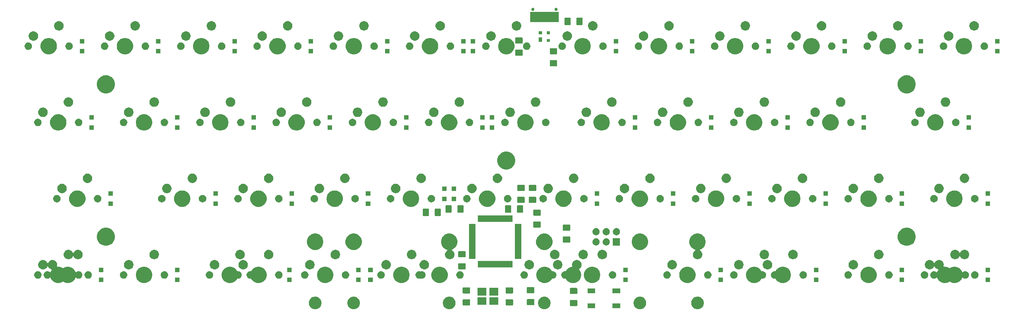
<source format=gbr>
G04 #@! TF.GenerationSoftware,KiCad,Pcbnew,(5.1.6)-1*
G04 #@! TF.CreationDate,2020-06-21T19:34:39+02:00*
G04 #@! TF.ProjectId,CC45,43433435-2e6b-4696-9361-645f70636258,rev?*
G04 #@! TF.SameCoordinates,Original*
G04 #@! TF.FileFunction,Soldermask,Bot*
G04 #@! TF.FilePolarity,Negative*
%FSLAX46Y46*%
G04 Gerber Fmt 4.6, Leading zero omitted, Abs format (unit mm)*
G04 Created by KiCad (PCBNEW (5.1.6)-1) date 2020-06-21 19:34:39*
%MOMM*%
%LPD*%
G01*
G04 APERTURE LIST*
%ADD10C,0.100000*%
G04 APERTURE END LIST*
D10*
G36*
X195182267Y-95690263D02*
G01*
X195334411Y-95720526D01*
X195453137Y-95769704D01*
X195621041Y-95839252D01*
X195621042Y-95839253D01*
X195879004Y-96011617D01*
X196098383Y-96230996D01*
X196182801Y-96357337D01*
X196270748Y-96488959D01*
X196340296Y-96656863D01*
X196389474Y-96775589D01*
X196450000Y-97079876D01*
X196450000Y-97390124D01*
X196389474Y-97694411D01*
X196364024Y-97755852D01*
X196270748Y-97981041D01*
X196260205Y-97996819D01*
X196098383Y-98239004D01*
X195879004Y-98458383D01*
X195740392Y-98551000D01*
X195621041Y-98630748D01*
X195453137Y-98700296D01*
X195334411Y-98749474D01*
X195182267Y-98779737D01*
X195030125Y-98810000D01*
X194719875Y-98810000D01*
X194567733Y-98779737D01*
X194415589Y-98749474D01*
X194296863Y-98700296D01*
X194128959Y-98630748D01*
X194009608Y-98551000D01*
X193870996Y-98458383D01*
X193651617Y-98239004D01*
X193489795Y-97996819D01*
X193479252Y-97981041D01*
X193385976Y-97755852D01*
X193360526Y-97694411D01*
X193300000Y-97390124D01*
X193300000Y-97079876D01*
X193360526Y-96775589D01*
X193409704Y-96656863D01*
X193479252Y-96488959D01*
X193567199Y-96357337D01*
X193651617Y-96230996D01*
X193870996Y-96011617D01*
X194128958Y-95839253D01*
X194128959Y-95839252D01*
X194296863Y-95769704D01*
X194415589Y-95720526D01*
X194719875Y-95660000D01*
X195030125Y-95660000D01*
X195182267Y-95690263D01*
G37*
G36*
X180838517Y-95690263D02*
G01*
X180990661Y-95720526D01*
X181109387Y-95769704D01*
X181277291Y-95839252D01*
X181277292Y-95839253D01*
X181535254Y-96011617D01*
X181754633Y-96230996D01*
X181839051Y-96357337D01*
X181926998Y-96488959D01*
X181996546Y-96656863D01*
X182045724Y-96775589D01*
X182106250Y-97079876D01*
X182106250Y-97390124D01*
X182045724Y-97694411D01*
X182020274Y-97755852D01*
X181926998Y-97981041D01*
X181916455Y-97996819D01*
X181754633Y-98239004D01*
X181535254Y-98458383D01*
X181396642Y-98551000D01*
X181277291Y-98630748D01*
X181109387Y-98700296D01*
X180990661Y-98749474D01*
X180838517Y-98779737D01*
X180686375Y-98810000D01*
X180376125Y-98810000D01*
X180223983Y-98779737D01*
X180071839Y-98749474D01*
X179953113Y-98700296D01*
X179785209Y-98630748D01*
X179665858Y-98551000D01*
X179527246Y-98458383D01*
X179307867Y-98239004D01*
X179146045Y-97996819D01*
X179135502Y-97981041D01*
X179042226Y-97755852D01*
X179016776Y-97694411D01*
X178956250Y-97390124D01*
X178956250Y-97079876D01*
X179016776Y-96775589D01*
X179065954Y-96656863D01*
X179135502Y-96488959D01*
X179223449Y-96357337D01*
X179307867Y-96230996D01*
X179527246Y-96011617D01*
X179785208Y-95839253D01*
X179785209Y-95839252D01*
X179953113Y-95769704D01*
X180071839Y-95720526D01*
X180376125Y-95660000D01*
X180686375Y-95660000D01*
X180838517Y-95690263D01*
G37*
G36*
X99932267Y-95690263D02*
G01*
X100084411Y-95720526D01*
X100203137Y-95769704D01*
X100371041Y-95839252D01*
X100371042Y-95839253D01*
X100629004Y-96011617D01*
X100848383Y-96230996D01*
X100932801Y-96357337D01*
X101020748Y-96488959D01*
X101090296Y-96656863D01*
X101139474Y-96775589D01*
X101200000Y-97079876D01*
X101200000Y-97390124D01*
X101139474Y-97694411D01*
X101114024Y-97755852D01*
X101020748Y-97981041D01*
X101010205Y-97996819D01*
X100848383Y-98239004D01*
X100629004Y-98458383D01*
X100490392Y-98551000D01*
X100371041Y-98630748D01*
X100203137Y-98700296D01*
X100084411Y-98749474D01*
X99932267Y-98779737D01*
X99780125Y-98810000D01*
X99469875Y-98810000D01*
X99317733Y-98779737D01*
X99165589Y-98749474D01*
X99046863Y-98700296D01*
X98878959Y-98630748D01*
X98759608Y-98551000D01*
X98620996Y-98458383D01*
X98401617Y-98239004D01*
X98239795Y-97996819D01*
X98229252Y-97981041D01*
X98135976Y-97755852D01*
X98110526Y-97694411D01*
X98050000Y-97390124D01*
X98050000Y-97079876D01*
X98110526Y-96775589D01*
X98159704Y-96656863D01*
X98229252Y-96488959D01*
X98317199Y-96357337D01*
X98401617Y-96230996D01*
X98620996Y-96011617D01*
X98878958Y-95839253D01*
X98878959Y-95839252D01*
X99046863Y-95769704D01*
X99165589Y-95720526D01*
X99469875Y-95660000D01*
X99780125Y-95660000D01*
X99932267Y-95690263D01*
G37*
G36*
X157026017Y-95690263D02*
G01*
X157178161Y-95720526D01*
X157296887Y-95769704D01*
X157464791Y-95839252D01*
X157464792Y-95839253D01*
X157722754Y-96011617D01*
X157942133Y-96230996D01*
X158026551Y-96357337D01*
X158114498Y-96488959D01*
X158184046Y-96656863D01*
X158233224Y-96775589D01*
X158293750Y-97079876D01*
X158293750Y-97390124D01*
X158233224Y-97694411D01*
X158207774Y-97755852D01*
X158114498Y-97981041D01*
X158103955Y-97996819D01*
X157942133Y-98239004D01*
X157722754Y-98458383D01*
X157584142Y-98551000D01*
X157464791Y-98630748D01*
X157296887Y-98700296D01*
X157178161Y-98749474D01*
X157026017Y-98779737D01*
X156873875Y-98810000D01*
X156563625Y-98810000D01*
X156411483Y-98779737D01*
X156259339Y-98749474D01*
X156140613Y-98700296D01*
X155972709Y-98630748D01*
X155853358Y-98551000D01*
X155714746Y-98458383D01*
X155495367Y-98239004D01*
X155333545Y-97996819D01*
X155323002Y-97981041D01*
X155229726Y-97755852D01*
X155204276Y-97694411D01*
X155143750Y-97390124D01*
X155143750Y-97079876D01*
X155204276Y-96775589D01*
X155253454Y-96656863D01*
X155323002Y-96488959D01*
X155410949Y-96357337D01*
X155495367Y-96230996D01*
X155714746Y-96011617D01*
X155972708Y-95839253D01*
X155972709Y-95839252D01*
X156140613Y-95769704D01*
X156259339Y-95720526D01*
X156563625Y-95660000D01*
X156873875Y-95660000D01*
X157026017Y-95690263D01*
G37*
G36*
X109526017Y-95690263D02*
G01*
X109678161Y-95720526D01*
X109796887Y-95769704D01*
X109964791Y-95839252D01*
X109964792Y-95839253D01*
X110222754Y-96011617D01*
X110442133Y-96230996D01*
X110526551Y-96357337D01*
X110614498Y-96488959D01*
X110684046Y-96656863D01*
X110733224Y-96775589D01*
X110793750Y-97079876D01*
X110793750Y-97390124D01*
X110733224Y-97694411D01*
X110707774Y-97755852D01*
X110614498Y-97981041D01*
X110603955Y-97996819D01*
X110442133Y-98239004D01*
X110222754Y-98458383D01*
X110084142Y-98551000D01*
X109964791Y-98630748D01*
X109796887Y-98700296D01*
X109678161Y-98749474D01*
X109526017Y-98779737D01*
X109373875Y-98810000D01*
X109063625Y-98810000D01*
X108911483Y-98779737D01*
X108759339Y-98749474D01*
X108640613Y-98700296D01*
X108472709Y-98630748D01*
X108353358Y-98551000D01*
X108214746Y-98458383D01*
X107995367Y-98239004D01*
X107833545Y-97996819D01*
X107823002Y-97981041D01*
X107729726Y-97755852D01*
X107704276Y-97694411D01*
X107643750Y-97390124D01*
X107643750Y-97079876D01*
X107704276Y-96775589D01*
X107753454Y-96656863D01*
X107823002Y-96488959D01*
X107910949Y-96357337D01*
X107995367Y-96230996D01*
X108214746Y-96011617D01*
X108472708Y-95839253D01*
X108472709Y-95839252D01*
X108640613Y-95769704D01*
X108759339Y-95720526D01*
X109063625Y-95660000D01*
X109373875Y-95660000D01*
X109526017Y-95690263D01*
G37*
G36*
X133338517Y-95690263D02*
G01*
X133490661Y-95720526D01*
X133609387Y-95769704D01*
X133777291Y-95839252D01*
X133777292Y-95839253D01*
X134035254Y-96011617D01*
X134254633Y-96230996D01*
X134339051Y-96357337D01*
X134426998Y-96488959D01*
X134496546Y-96656863D01*
X134545724Y-96775589D01*
X134606250Y-97079876D01*
X134606250Y-97390124D01*
X134545724Y-97694411D01*
X134520274Y-97755852D01*
X134426998Y-97981041D01*
X134416455Y-97996819D01*
X134254633Y-98239004D01*
X134035254Y-98458383D01*
X133896642Y-98551000D01*
X133777291Y-98630748D01*
X133609387Y-98700296D01*
X133490661Y-98749474D01*
X133338517Y-98779737D01*
X133186375Y-98810000D01*
X132876125Y-98810000D01*
X132723983Y-98779737D01*
X132571839Y-98749474D01*
X132453113Y-98700296D01*
X132285209Y-98630748D01*
X132165858Y-98551000D01*
X132027246Y-98458383D01*
X131807867Y-98239004D01*
X131646045Y-97996819D01*
X131635502Y-97981041D01*
X131542226Y-97755852D01*
X131516776Y-97694411D01*
X131456250Y-97390124D01*
X131456250Y-97079876D01*
X131516776Y-96775589D01*
X131565954Y-96656863D01*
X131635502Y-96488959D01*
X131723449Y-96357337D01*
X131807867Y-96230996D01*
X132027246Y-96011617D01*
X132285208Y-95839253D01*
X132285209Y-95839252D01*
X132453113Y-95769704D01*
X132571839Y-95720526D01*
X132876125Y-95660000D01*
X133186375Y-95660000D01*
X133338517Y-95690263D01*
G37*
G36*
X169401000Y-98551000D02*
G01*
X167499000Y-98551000D01*
X167499000Y-97349000D01*
X169401000Y-97349000D01*
X169401000Y-98551000D01*
G37*
G36*
X175601000Y-98551000D02*
G01*
X173699000Y-98551000D01*
X173699000Y-97349000D01*
X175601000Y-97349000D01*
X175601000Y-98551000D01*
G37*
G36*
X164775562Y-96478181D02*
G01*
X164810481Y-96488774D01*
X164842663Y-96505976D01*
X164870873Y-96529127D01*
X164894024Y-96557337D01*
X164911226Y-96589519D01*
X164921819Y-96624438D01*
X164926000Y-96666895D01*
X164926000Y-97808105D01*
X164921819Y-97850562D01*
X164911226Y-97885481D01*
X164894024Y-97917663D01*
X164870873Y-97945873D01*
X164842663Y-97969024D01*
X164810481Y-97986226D01*
X164775562Y-97996819D01*
X164733105Y-98001000D01*
X163266895Y-98001000D01*
X163224438Y-97996819D01*
X163189519Y-97986226D01*
X163157337Y-97969024D01*
X163129127Y-97945873D01*
X163105976Y-97917663D01*
X163088774Y-97885481D01*
X163078181Y-97850562D01*
X163074000Y-97808105D01*
X163074000Y-96666895D01*
X163078181Y-96624438D01*
X163088774Y-96589519D01*
X163105976Y-96557337D01*
X163129127Y-96529127D01*
X163157337Y-96505976D01*
X163189519Y-96488774D01*
X163224438Y-96478181D01*
X163266895Y-96474000D01*
X164733105Y-96474000D01*
X164775562Y-96478181D01*
G37*
G36*
X138088062Y-96321931D02*
G01*
X138122981Y-96332524D01*
X138155163Y-96349726D01*
X138183373Y-96372877D01*
X138206524Y-96401087D01*
X138223726Y-96433269D01*
X138234319Y-96468188D01*
X138238500Y-96510645D01*
X138238500Y-97651855D01*
X138234319Y-97694312D01*
X138223726Y-97729231D01*
X138206524Y-97761413D01*
X138183373Y-97789623D01*
X138155163Y-97812774D01*
X138122981Y-97829976D01*
X138088062Y-97840569D01*
X138045605Y-97844750D01*
X136579395Y-97844750D01*
X136536938Y-97840569D01*
X136502019Y-97829976D01*
X136469837Y-97812774D01*
X136441627Y-97789623D01*
X136418476Y-97761413D01*
X136401274Y-97729231D01*
X136390681Y-97694312D01*
X136386500Y-97651855D01*
X136386500Y-96510645D01*
X136390681Y-96468188D01*
X136401274Y-96433269D01*
X136418476Y-96401087D01*
X136441627Y-96372877D01*
X136469837Y-96349726D01*
X136502019Y-96332524D01*
X136536938Y-96321931D01*
X136579395Y-96317750D01*
X138045605Y-96317750D01*
X138088062Y-96321931D01*
G37*
G36*
X148775562Y-96321931D02*
G01*
X148810481Y-96332524D01*
X148842663Y-96349726D01*
X148870873Y-96372877D01*
X148894024Y-96401087D01*
X148911226Y-96433269D01*
X148921819Y-96468188D01*
X148926000Y-96510645D01*
X148926000Y-97651855D01*
X148921819Y-97694312D01*
X148911226Y-97729231D01*
X148894024Y-97761413D01*
X148870873Y-97789623D01*
X148842663Y-97812774D01*
X148810481Y-97829976D01*
X148775562Y-97840569D01*
X148733105Y-97844750D01*
X147266895Y-97844750D01*
X147224438Y-97840569D01*
X147189519Y-97829976D01*
X147157337Y-97812774D01*
X147129127Y-97789623D01*
X147105976Y-97761413D01*
X147088774Y-97729231D01*
X147078181Y-97694312D01*
X147074000Y-97651855D01*
X147074000Y-96510645D01*
X147078181Y-96468188D01*
X147088774Y-96433269D01*
X147105976Y-96401087D01*
X147129127Y-96372877D01*
X147157337Y-96349726D01*
X147189519Y-96332524D01*
X147224438Y-96321931D01*
X147266895Y-96317750D01*
X148733105Y-96317750D01*
X148775562Y-96321931D01*
G37*
G36*
X154075562Y-96278181D02*
G01*
X154110481Y-96288774D01*
X154142663Y-96305976D01*
X154170873Y-96329127D01*
X154194024Y-96357337D01*
X154211226Y-96389519D01*
X154221819Y-96424438D01*
X154226000Y-96466895D01*
X154226000Y-97608105D01*
X154221819Y-97650562D01*
X154211226Y-97685481D01*
X154194024Y-97717663D01*
X154170873Y-97745873D01*
X154142663Y-97769024D01*
X154110481Y-97786226D01*
X154075562Y-97796819D01*
X154033105Y-97801000D01*
X152566895Y-97801000D01*
X152524438Y-97796819D01*
X152489519Y-97786226D01*
X152457337Y-97769024D01*
X152429127Y-97745873D01*
X152405976Y-97717663D01*
X152388774Y-97685481D01*
X152378181Y-97650562D01*
X152374000Y-97608105D01*
X152374000Y-96466895D01*
X152378181Y-96424438D01*
X152388774Y-96389519D01*
X152405976Y-96357337D01*
X152429127Y-96329127D01*
X152457337Y-96305976D01*
X152489519Y-96288774D01*
X152524438Y-96278181D01*
X152566895Y-96274000D01*
X154033105Y-96274000D01*
X154075562Y-96278181D01*
G37*
G36*
X145207250Y-97694750D02*
G01*
X143005250Y-97694750D01*
X143005250Y-95792750D01*
X145207250Y-95792750D01*
X145207250Y-97694750D01*
G37*
G36*
X142307250Y-97694750D02*
G01*
X140105250Y-97694750D01*
X140105250Y-95792750D01*
X142307250Y-95792750D01*
X142307250Y-97694750D01*
G37*
G36*
X145207250Y-95394750D02*
G01*
X143005250Y-95394750D01*
X143005250Y-93492750D01*
X145207250Y-93492750D01*
X145207250Y-95394750D01*
G37*
G36*
X142307250Y-95394750D02*
G01*
X140105250Y-95394750D01*
X140105250Y-93492750D01*
X142307250Y-93492750D01*
X142307250Y-95394750D01*
G37*
G36*
X164775562Y-93503181D02*
G01*
X164810481Y-93513774D01*
X164842663Y-93530976D01*
X164870873Y-93554127D01*
X164894024Y-93582337D01*
X164911226Y-93614519D01*
X164921819Y-93649438D01*
X164926000Y-93691895D01*
X164926000Y-94833105D01*
X164921819Y-94875562D01*
X164911226Y-94910481D01*
X164894024Y-94942663D01*
X164870873Y-94970873D01*
X164842663Y-94994024D01*
X164810481Y-95011226D01*
X164775562Y-95021819D01*
X164733105Y-95026000D01*
X163266895Y-95026000D01*
X163224438Y-95021819D01*
X163189519Y-95011226D01*
X163157337Y-94994024D01*
X163129127Y-94970873D01*
X163105976Y-94942663D01*
X163088774Y-94910481D01*
X163078181Y-94875562D01*
X163074000Y-94833105D01*
X163074000Y-93691895D01*
X163078181Y-93649438D01*
X163088774Y-93614519D01*
X163105976Y-93582337D01*
X163129127Y-93554127D01*
X163157337Y-93530976D01*
X163189519Y-93513774D01*
X163224438Y-93503181D01*
X163266895Y-93499000D01*
X164733105Y-93499000D01*
X164775562Y-93503181D01*
G37*
G36*
X148775562Y-93346931D02*
G01*
X148810481Y-93357524D01*
X148842663Y-93374726D01*
X148870873Y-93397877D01*
X148894024Y-93426087D01*
X148911226Y-93458269D01*
X148921819Y-93493188D01*
X148926000Y-93535645D01*
X148926000Y-94676855D01*
X148921819Y-94719312D01*
X148911226Y-94754231D01*
X148894024Y-94786413D01*
X148870873Y-94814623D01*
X148842663Y-94837774D01*
X148810481Y-94854976D01*
X148775562Y-94865569D01*
X148733105Y-94869750D01*
X147266895Y-94869750D01*
X147224438Y-94865569D01*
X147189519Y-94854976D01*
X147157337Y-94837774D01*
X147129127Y-94814623D01*
X147105976Y-94786413D01*
X147088774Y-94754231D01*
X147078181Y-94719312D01*
X147074000Y-94676855D01*
X147074000Y-93535645D01*
X147078181Y-93493188D01*
X147088774Y-93458269D01*
X147105976Y-93426087D01*
X147129127Y-93397877D01*
X147157337Y-93374726D01*
X147189519Y-93357524D01*
X147224438Y-93346931D01*
X147266895Y-93342750D01*
X148733105Y-93342750D01*
X148775562Y-93346931D01*
G37*
G36*
X138088062Y-93346931D02*
G01*
X138122981Y-93357524D01*
X138155163Y-93374726D01*
X138183373Y-93397877D01*
X138206524Y-93426087D01*
X138223726Y-93458269D01*
X138234319Y-93493188D01*
X138238500Y-93535645D01*
X138238500Y-94676855D01*
X138234319Y-94719312D01*
X138223726Y-94754231D01*
X138206524Y-94786413D01*
X138183373Y-94814623D01*
X138155163Y-94837774D01*
X138122981Y-94854976D01*
X138088062Y-94865569D01*
X138045605Y-94869750D01*
X136579395Y-94869750D01*
X136536938Y-94865569D01*
X136502019Y-94854976D01*
X136469837Y-94837774D01*
X136441627Y-94814623D01*
X136418476Y-94786413D01*
X136401274Y-94754231D01*
X136390681Y-94719312D01*
X136386500Y-94676855D01*
X136386500Y-93535645D01*
X136390681Y-93493188D01*
X136401274Y-93458269D01*
X136418476Y-93426087D01*
X136441627Y-93397877D01*
X136469837Y-93374726D01*
X136502019Y-93357524D01*
X136536938Y-93346931D01*
X136579395Y-93342750D01*
X138045605Y-93342750D01*
X138088062Y-93346931D01*
G37*
G36*
X169401000Y-94851000D02*
G01*
X167499000Y-94851000D01*
X167499000Y-93649000D01*
X169401000Y-93649000D01*
X169401000Y-94851000D01*
G37*
G36*
X175601000Y-94851000D02*
G01*
X173699000Y-94851000D01*
X173699000Y-93649000D01*
X175601000Y-93649000D01*
X175601000Y-94851000D01*
G37*
G36*
X154075562Y-93303181D02*
G01*
X154110481Y-93313774D01*
X154142663Y-93330976D01*
X154170873Y-93354127D01*
X154194024Y-93382337D01*
X154211226Y-93414519D01*
X154221819Y-93449438D01*
X154226000Y-93491895D01*
X154226000Y-94633105D01*
X154221819Y-94675562D01*
X154211226Y-94710481D01*
X154194024Y-94742663D01*
X154170873Y-94770873D01*
X154142663Y-94794024D01*
X154110481Y-94811226D01*
X154075562Y-94821819D01*
X154033105Y-94826000D01*
X152566895Y-94826000D01*
X152524438Y-94821819D01*
X152489519Y-94811226D01*
X152457337Y-94794024D01*
X152429127Y-94770873D01*
X152405976Y-94742663D01*
X152388774Y-94710481D01*
X152378181Y-94675562D01*
X152374000Y-94633105D01*
X152374000Y-93491895D01*
X152378181Y-93449438D01*
X152388774Y-93414519D01*
X152405976Y-93382337D01*
X152429127Y-93354127D01*
X152457337Y-93330976D01*
X152489519Y-93313774D01*
X152524438Y-93303181D01*
X152566895Y-93299000D01*
X154033105Y-93299000D01*
X154075562Y-93303181D01*
G37*
G36*
X78971474Y-88283684D02*
G01*
X79189474Y-88373983D01*
X79343623Y-88437833D01*
X79678548Y-88661623D01*
X79963377Y-88946452D01*
X80182519Y-89274421D01*
X80198064Y-89293363D01*
X80217006Y-89308908D01*
X80238617Y-89320459D01*
X80262066Y-89327572D01*
X80286452Y-89329974D01*
X80310838Y-89327572D01*
X80328796Y-89324000D01*
X80511203Y-89324000D01*
X80690104Y-89359585D01*
X80858626Y-89429389D01*
X81010291Y-89530728D01*
X81139272Y-89659709D01*
X81240611Y-89811374D01*
X81310415Y-89979896D01*
X81346000Y-90158797D01*
X81346000Y-90341203D01*
X81310415Y-90520104D01*
X81240611Y-90688626D01*
X81139272Y-90840291D01*
X81010291Y-90969272D01*
X80858626Y-91070611D01*
X80690104Y-91140415D01*
X80511203Y-91176000D01*
X80328796Y-91176000D01*
X80310838Y-91172428D01*
X80286451Y-91170026D01*
X80262065Y-91172428D01*
X80238616Y-91179541D01*
X80217006Y-91191092D01*
X80198064Y-91206638D01*
X80182520Y-91225578D01*
X79963377Y-91553548D01*
X79678548Y-91838377D01*
X79343623Y-92062167D01*
X79189474Y-92126017D01*
X78971474Y-92216316D01*
X78576406Y-92294900D01*
X78173594Y-92294900D01*
X77778526Y-92216316D01*
X77560526Y-92126017D01*
X77406377Y-92062167D01*
X77071452Y-91838377D01*
X76786623Y-91553548D01*
X76562833Y-91218623D01*
X76498983Y-91064474D01*
X76408684Y-90846474D01*
X76330100Y-90451406D01*
X76330100Y-90048594D01*
X76408684Y-89653526D01*
X76530438Y-89359586D01*
X76562833Y-89281377D01*
X76786623Y-88946452D01*
X77071452Y-88661623D01*
X77406377Y-88437833D01*
X77560526Y-88373983D01*
X77778526Y-88283684D01*
X78173594Y-88205100D01*
X78576406Y-88205100D01*
X78971474Y-88283684D01*
G37*
G36*
X169221474Y-88283684D02*
G01*
X169439474Y-88373983D01*
X169593623Y-88437833D01*
X169928548Y-88661623D01*
X170213377Y-88946452D01*
X170437167Y-89281377D01*
X170469562Y-89359586D01*
X170591316Y-89653526D01*
X170669900Y-90048594D01*
X170669900Y-90451406D01*
X170591316Y-90846474D01*
X170501017Y-91064474D01*
X170437167Y-91218623D01*
X170213377Y-91553548D01*
X169928548Y-91838377D01*
X169593623Y-92062167D01*
X169439474Y-92126017D01*
X169221474Y-92216316D01*
X168826406Y-92294900D01*
X168423594Y-92294900D01*
X168028526Y-92216316D01*
X167810526Y-92126017D01*
X167656377Y-92062167D01*
X167321452Y-91838377D01*
X167036623Y-91553548D01*
X166812833Y-91218623D01*
X166748983Y-91064474D01*
X166658684Y-90846474D01*
X166580100Y-90451406D01*
X166580100Y-90048594D01*
X166658684Y-89653526D01*
X166780438Y-89359586D01*
X166812833Y-89281377D01*
X167036623Y-88946452D01*
X167321452Y-88661623D01*
X167656377Y-88437833D01*
X167810526Y-88373983D01*
X168028526Y-88283684D01*
X168423594Y-88205100D01*
X168826406Y-88205100D01*
X169221474Y-88283684D01*
G37*
G36*
X121721474Y-88283684D02*
G01*
X121939474Y-88373983D01*
X122093623Y-88437833D01*
X122428548Y-88661623D01*
X122713377Y-88946452D01*
X122937167Y-89281377D01*
X122969562Y-89359586D01*
X123091316Y-89653526D01*
X123169900Y-90048594D01*
X123169900Y-90451406D01*
X123091316Y-90846474D01*
X123001017Y-91064474D01*
X122937167Y-91218623D01*
X122713377Y-91553548D01*
X122428548Y-91838377D01*
X122093623Y-92062167D01*
X121939474Y-92126017D01*
X121721474Y-92216316D01*
X121326406Y-92294900D01*
X120923594Y-92294900D01*
X120528526Y-92216316D01*
X120310526Y-92126017D01*
X120156377Y-92062167D01*
X119821452Y-91838377D01*
X119536623Y-91553548D01*
X119312833Y-91218623D01*
X119248983Y-91064474D01*
X119158684Y-90846474D01*
X119080100Y-90451406D01*
X119080100Y-90048594D01*
X119158684Y-89653526D01*
X119280438Y-89359586D01*
X119312833Y-89281377D01*
X119536623Y-88946452D01*
X119821452Y-88661623D01*
X120156377Y-88437833D01*
X120310526Y-88373983D01*
X120528526Y-88283684D01*
X120923594Y-88205100D01*
X121326406Y-88205100D01*
X121721474Y-88283684D01*
G37*
G36*
X32006560Y-86549064D02*
G01*
X32158027Y-86579193D01*
X32372045Y-86667842D01*
X32372046Y-86667843D01*
X32564654Y-86796539D01*
X32728461Y-86960346D01*
X32814258Y-87088751D01*
X32857158Y-87152955D01*
X32887018Y-87225044D01*
X32898567Y-87246651D01*
X32914112Y-87265593D01*
X32933054Y-87281138D01*
X32954665Y-87292689D01*
X32978114Y-87299802D01*
X33002500Y-87302204D01*
X33026886Y-87299802D01*
X33050335Y-87292689D01*
X33071946Y-87281138D01*
X33090888Y-87265593D01*
X33106433Y-87246651D01*
X33117982Y-87225044D01*
X33147842Y-87152955D01*
X33190742Y-87088751D01*
X33276539Y-86960346D01*
X33440346Y-86796539D01*
X33632954Y-86667843D01*
X33632955Y-86667842D01*
X33846973Y-86579193D01*
X33998440Y-86549064D01*
X34074173Y-86534000D01*
X34305827Y-86534000D01*
X34381560Y-86549064D01*
X34533027Y-86579193D01*
X34747045Y-86667842D01*
X34747046Y-86667843D01*
X34939654Y-86796539D01*
X35103461Y-86960346D01*
X35189258Y-87088751D01*
X35232158Y-87152955D01*
X35320807Y-87366973D01*
X35328836Y-87407337D01*
X35366000Y-87594173D01*
X35366000Y-87825827D01*
X35320272Y-88055715D01*
X35317870Y-88080101D01*
X35320272Y-88104487D01*
X35327385Y-88127936D01*
X35338936Y-88149547D01*
X35354481Y-88168489D01*
X35373423Y-88184034D01*
X35395034Y-88195585D01*
X35418483Y-88202698D01*
X35442869Y-88205100D01*
X35826406Y-88205100D01*
X36221474Y-88283684D01*
X36439474Y-88373983D01*
X36593623Y-88437833D01*
X36626280Y-88459654D01*
X36743054Y-88537680D01*
X36764665Y-88549231D01*
X36788114Y-88556344D01*
X36812500Y-88558746D01*
X36836886Y-88556344D01*
X36860335Y-88549231D01*
X36881946Y-88537680D01*
X36998720Y-88459654D01*
X37031377Y-88437833D01*
X37185526Y-88373983D01*
X37403526Y-88283684D01*
X37798594Y-88205100D01*
X38201406Y-88205100D01*
X38596474Y-88283684D01*
X38814474Y-88373983D01*
X38968623Y-88437833D01*
X39303548Y-88661623D01*
X39588377Y-88946452D01*
X39812167Y-89281377D01*
X39832296Y-89329974D01*
X39902223Y-89498791D01*
X39913774Y-89520402D01*
X39929320Y-89539344D01*
X39948261Y-89554889D01*
X39969872Y-89566440D01*
X39993321Y-89573553D01*
X40017707Y-89575955D01*
X40042093Y-89573553D01*
X40065542Y-89566440D01*
X40087153Y-89554889D01*
X40106084Y-89539353D01*
X40114709Y-89530728D01*
X40266374Y-89429389D01*
X40434896Y-89359585D01*
X40613797Y-89324000D01*
X40796203Y-89324000D01*
X40975104Y-89359585D01*
X41143626Y-89429389D01*
X41295291Y-89530728D01*
X41424272Y-89659709D01*
X41525611Y-89811374D01*
X41595415Y-89979896D01*
X41631000Y-90158797D01*
X41631000Y-90341203D01*
X41595415Y-90520104D01*
X41525611Y-90688626D01*
X41424272Y-90840291D01*
X41295291Y-90969272D01*
X41143626Y-91070611D01*
X40975104Y-91140415D01*
X40796203Y-91176000D01*
X40613797Y-91176000D01*
X40434896Y-91140415D01*
X40266374Y-91070611D01*
X40114709Y-90969272D01*
X40106084Y-90960647D01*
X40087153Y-90945111D01*
X40065542Y-90933560D01*
X40042093Y-90926447D01*
X40017707Y-90924045D01*
X39993321Y-90926447D01*
X39969872Y-90933560D01*
X39948261Y-90945111D01*
X39929319Y-90960656D01*
X39913774Y-90979598D01*
X39902223Y-91001209D01*
X39850573Y-91125903D01*
X39812167Y-91218623D01*
X39588377Y-91553548D01*
X39303548Y-91838377D01*
X38968623Y-92062167D01*
X38814474Y-92126017D01*
X38596474Y-92216316D01*
X38201406Y-92294900D01*
X37798594Y-92294900D01*
X37403526Y-92216316D01*
X37185526Y-92126017D01*
X37031377Y-92062167D01*
X36881944Y-91962319D01*
X36860335Y-91950769D01*
X36836886Y-91943656D01*
X36812500Y-91941254D01*
X36788114Y-91943656D01*
X36764665Y-91950769D01*
X36743056Y-91962319D01*
X36593623Y-92062167D01*
X36439474Y-92126017D01*
X36221474Y-92216316D01*
X35826406Y-92294900D01*
X35423594Y-92294900D01*
X35028526Y-92216316D01*
X34810526Y-92126017D01*
X34656377Y-92062167D01*
X34321452Y-91838377D01*
X34036623Y-91553548D01*
X33812833Y-91218623D01*
X33774427Y-91125903D01*
X33722777Y-91001209D01*
X33711226Y-90979598D01*
X33695680Y-90960656D01*
X33676739Y-90945111D01*
X33655128Y-90933560D01*
X33631679Y-90926447D01*
X33607293Y-90924045D01*
X33582907Y-90926447D01*
X33559458Y-90933560D01*
X33537847Y-90945111D01*
X33518916Y-90960647D01*
X33510291Y-90969272D01*
X33358626Y-91070611D01*
X33190104Y-91140415D01*
X33011203Y-91176000D01*
X32828797Y-91176000D01*
X32649896Y-91140415D01*
X32481374Y-91070611D01*
X32329709Y-90969272D01*
X32200728Y-90840291D01*
X32099389Y-90688626D01*
X32029585Y-90520104D01*
X31994000Y-90341203D01*
X31994000Y-90158797D01*
X32029585Y-89979896D01*
X32099389Y-89811374D01*
X32200728Y-89659709D01*
X32329709Y-89530728D01*
X32481374Y-89429389D01*
X32649896Y-89359585D01*
X32828797Y-89324000D01*
X33011203Y-89324000D01*
X33190104Y-89359585D01*
X33358626Y-89429389D01*
X33510291Y-89530728D01*
X33518916Y-89539353D01*
X33537847Y-89554889D01*
X33559458Y-89566440D01*
X33582907Y-89573553D01*
X33607293Y-89575955D01*
X33631679Y-89573553D01*
X33655128Y-89566440D01*
X33676739Y-89554889D01*
X33695681Y-89539344D01*
X33711226Y-89520402D01*
X33722777Y-89498791D01*
X33792704Y-89329974D01*
X33812833Y-89281377D01*
X33972751Y-89042043D01*
X33984301Y-89020434D01*
X33991414Y-88996985D01*
X33993816Y-88972599D01*
X33991414Y-88948213D01*
X33984301Y-88924764D01*
X33972750Y-88903153D01*
X33957205Y-88884211D01*
X33938263Y-88868666D01*
X33916652Y-88857115D01*
X33893207Y-88850003D01*
X33846973Y-88840807D01*
X33632955Y-88752158D01*
X33492195Y-88658105D01*
X33440346Y-88623461D01*
X33276539Y-88459654D01*
X33147843Y-88267046D01*
X33147842Y-88267045D01*
X33117982Y-88194956D01*
X33106433Y-88173349D01*
X33090888Y-88154407D01*
X33071946Y-88138862D01*
X33050335Y-88127311D01*
X33026886Y-88120198D01*
X33002500Y-88117796D01*
X32978114Y-88120198D01*
X32954665Y-88127311D01*
X32933054Y-88138862D01*
X32914112Y-88154407D01*
X32898567Y-88173349D01*
X32887018Y-88194956D01*
X32857158Y-88267045D01*
X32857157Y-88267046D01*
X32728461Y-88459654D01*
X32564654Y-88623461D01*
X32512805Y-88658105D01*
X32372045Y-88752158D01*
X32158027Y-88840807D01*
X32017970Y-88868666D01*
X31930827Y-88886000D01*
X31699173Y-88886000D01*
X31612030Y-88868666D01*
X31471973Y-88840807D01*
X31257955Y-88752158D01*
X31117195Y-88658105D01*
X31065346Y-88623461D01*
X30901539Y-88459654D01*
X30772843Y-88267046D01*
X30772842Y-88267045D01*
X30684193Y-88053027D01*
X30639000Y-87825826D01*
X30639000Y-87594174D01*
X30684193Y-87366973D01*
X30772842Y-87152955D01*
X30815742Y-87088751D01*
X30901539Y-86960346D01*
X31065346Y-86796539D01*
X31257954Y-86667843D01*
X31257955Y-86667842D01*
X31471973Y-86579193D01*
X31623440Y-86549064D01*
X31699173Y-86534000D01*
X31930827Y-86534000D01*
X32006560Y-86549064D01*
G37*
G36*
X216721474Y-88283684D02*
G01*
X216939474Y-88373983D01*
X217093623Y-88437833D01*
X217428548Y-88661623D01*
X217713377Y-88946452D01*
X217937167Y-89281377D01*
X217969562Y-89359586D01*
X218091316Y-89653526D01*
X218169900Y-90048594D01*
X218169900Y-90451406D01*
X218091316Y-90846474D01*
X218001017Y-91064474D01*
X217937167Y-91218623D01*
X217713377Y-91553548D01*
X217428548Y-91838377D01*
X217093623Y-92062167D01*
X216939474Y-92126017D01*
X216721474Y-92216316D01*
X216326406Y-92294900D01*
X215923594Y-92294900D01*
X215528526Y-92216316D01*
X215310526Y-92126017D01*
X215156377Y-92062167D01*
X214821452Y-91838377D01*
X214536623Y-91553548D01*
X214317480Y-91225578D01*
X214301936Y-91206637D01*
X214282994Y-91191092D01*
X214261383Y-91179541D01*
X214237934Y-91172428D01*
X214213548Y-91170026D01*
X214189162Y-91172428D01*
X214171204Y-91176000D01*
X213988797Y-91176000D01*
X213809896Y-91140415D01*
X213641374Y-91070611D01*
X213489709Y-90969272D01*
X213360728Y-90840291D01*
X213259389Y-90688626D01*
X213189585Y-90520104D01*
X213154000Y-90341203D01*
X213154000Y-90158797D01*
X213189585Y-89979896D01*
X213259389Y-89811374D01*
X213360728Y-89659709D01*
X213489709Y-89530728D01*
X213641374Y-89429389D01*
X213809896Y-89359585D01*
X213988797Y-89324000D01*
X214171204Y-89324000D01*
X214189162Y-89327572D01*
X214213549Y-89329974D01*
X214237935Y-89327572D01*
X214261384Y-89320459D01*
X214282994Y-89308908D01*
X214301936Y-89293362D01*
X214317481Y-89274421D01*
X214536623Y-88946452D01*
X214821452Y-88661623D01*
X215156377Y-88437833D01*
X215310526Y-88373983D01*
X215528526Y-88283684D01*
X215923594Y-88205100D01*
X216326406Y-88205100D01*
X216721474Y-88283684D01*
G37*
G36*
X192971474Y-88283684D02*
G01*
X193189474Y-88373983D01*
X193343623Y-88437833D01*
X193678548Y-88661623D01*
X193963377Y-88946452D01*
X194187167Y-89281377D01*
X194219562Y-89359586D01*
X194341316Y-89653526D01*
X194419900Y-90048594D01*
X194419900Y-90451406D01*
X194341316Y-90846474D01*
X194251017Y-91064474D01*
X194187167Y-91218623D01*
X193963377Y-91553548D01*
X193678548Y-91838377D01*
X193343623Y-92062167D01*
X193189474Y-92126017D01*
X192971474Y-92216316D01*
X192576406Y-92294900D01*
X192173594Y-92294900D01*
X191778526Y-92216316D01*
X191560526Y-92126017D01*
X191406377Y-92062167D01*
X191071452Y-91838377D01*
X190786623Y-91553548D01*
X190562833Y-91218623D01*
X190498983Y-91064474D01*
X190408684Y-90846474D01*
X190330100Y-90451406D01*
X190330100Y-90048594D01*
X190408684Y-89653526D01*
X190530438Y-89359586D01*
X190562833Y-89281377D01*
X190786623Y-88946452D01*
X191071452Y-88661623D01*
X191406377Y-88437833D01*
X191560526Y-88373983D01*
X191778526Y-88283684D01*
X192173594Y-88205100D01*
X192576406Y-88205100D01*
X192971474Y-88283684D01*
G37*
G36*
X157371474Y-88283684D02*
G01*
X157589474Y-88373983D01*
X157743623Y-88437833D01*
X158078548Y-88661623D01*
X158363377Y-88946452D01*
X158579589Y-89270035D01*
X158595131Y-89288974D01*
X158614073Y-89304519D01*
X158635684Y-89316070D01*
X158659133Y-89323183D01*
X158683519Y-89325585D01*
X158699606Y-89324000D01*
X158886203Y-89324000D01*
X159065104Y-89359585D01*
X159233626Y-89429389D01*
X159385291Y-89530728D01*
X159514272Y-89659709D01*
X159615611Y-89811374D01*
X159685415Y-89979896D01*
X159721000Y-90158797D01*
X159721000Y-90341203D01*
X159685415Y-90520104D01*
X159615611Y-90688626D01*
X159514272Y-90840291D01*
X159385291Y-90969272D01*
X159233626Y-91070611D01*
X159065104Y-91140415D01*
X158886203Y-91176000D01*
X158699608Y-91176000D01*
X158683523Y-91174415D01*
X158659137Y-91176816D01*
X158635688Y-91183928D01*
X158614077Y-91195479D01*
X158595134Y-91211024D01*
X158579589Y-91229965D01*
X158363377Y-91553548D01*
X158078548Y-91838377D01*
X157743623Y-92062167D01*
X157589474Y-92126017D01*
X157371474Y-92216316D01*
X156976406Y-92294900D01*
X156573594Y-92294900D01*
X156178526Y-92216316D01*
X155960526Y-92126017D01*
X155806377Y-92062167D01*
X155471452Y-91838377D01*
X155186623Y-91553548D01*
X154962833Y-91218623D01*
X154898983Y-91064474D01*
X154808684Y-90846474D01*
X154730100Y-90451406D01*
X154730100Y-90048594D01*
X154808684Y-89653526D01*
X154930438Y-89359586D01*
X154962833Y-89281377D01*
X155186623Y-88946452D01*
X155471452Y-88661623D01*
X155806377Y-88437833D01*
X155960526Y-88373983D01*
X156178526Y-88283684D01*
X156573594Y-88205100D01*
X156976406Y-88205100D01*
X157371474Y-88283684D01*
G37*
G36*
X57596474Y-88283684D02*
G01*
X57814474Y-88373983D01*
X57968623Y-88437833D01*
X58303548Y-88661623D01*
X58588377Y-88946452D01*
X58812167Y-89281377D01*
X58844562Y-89359586D01*
X58966316Y-89653526D01*
X59044900Y-90048594D01*
X59044900Y-90451406D01*
X58966316Y-90846474D01*
X58876017Y-91064474D01*
X58812167Y-91218623D01*
X58588377Y-91553548D01*
X58303548Y-91838377D01*
X57968623Y-92062167D01*
X57814474Y-92126017D01*
X57596474Y-92216316D01*
X57201406Y-92294900D01*
X56798594Y-92294900D01*
X56403526Y-92216316D01*
X56185526Y-92126017D01*
X56031377Y-92062167D01*
X55696452Y-91838377D01*
X55411623Y-91553548D01*
X55187833Y-91218623D01*
X55123983Y-91064474D01*
X55033684Y-90846474D01*
X54955100Y-90451406D01*
X54955100Y-90048594D01*
X55033684Y-89653526D01*
X55155438Y-89359586D01*
X55187833Y-89281377D01*
X55411623Y-88946452D01*
X55696452Y-88661623D01*
X56031377Y-88437833D01*
X56185526Y-88373983D01*
X56403526Y-88283684D01*
X56798594Y-88205100D01*
X57201406Y-88205100D01*
X57596474Y-88283684D01*
G37*
G36*
X131221474Y-88283684D02*
G01*
X131439474Y-88373983D01*
X131593623Y-88437833D01*
X131928548Y-88661623D01*
X132213377Y-88946452D01*
X132437167Y-89281377D01*
X132469562Y-89359586D01*
X132591316Y-89653526D01*
X132669900Y-90048594D01*
X132669900Y-90451406D01*
X132591316Y-90846474D01*
X132501017Y-91064474D01*
X132437167Y-91218623D01*
X132213377Y-91553548D01*
X131928548Y-91838377D01*
X131593623Y-92062167D01*
X131439474Y-92126017D01*
X131221474Y-92216316D01*
X130826406Y-92294900D01*
X130423594Y-92294900D01*
X130028526Y-92216316D01*
X129810526Y-92126017D01*
X129656377Y-92062167D01*
X129321452Y-91838377D01*
X129036623Y-91553548D01*
X128812833Y-91218623D01*
X128748983Y-91064474D01*
X128658684Y-90846474D01*
X128580100Y-90451406D01*
X128580100Y-90048594D01*
X128658684Y-89653526D01*
X128780438Y-89359586D01*
X128812833Y-89281377D01*
X129036623Y-88946452D01*
X129321452Y-88661623D01*
X129656377Y-88437833D01*
X129810526Y-88373983D01*
X130028526Y-88283684D01*
X130423594Y-88205100D01*
X130826406Y-88205100D01*
X131221474Y-88283684D01*
G37*
G36*
X165006560Y-86549064D02*
G01*
X165158027Y-86579193D01*
X165372045Y-86667842D01*
X165372046Y-86667843D01*
X165564654Y-86796539D01*
X165728461Y-86960346D01*
X165814258Y-87088751D01*
X165857158Y-87152955D01*
X165945807Y-87366973D01*
X165991000Y-87594174D01*
X165991000Y-87825826D01*
X165945807Y-88053027D01*
X165857158Y-88267045D01*
X165857157Y-88267046D01*
X165728461Y-88459654D01*
X165564656Y-88623459D01*
X165436966Y-88708779D01*
X165418024Y-88724324D01*
X165402479Y-88743266D01*
X165390928Y-88764877D01*
X165383815Y-88788326D01*
X165381413Y-88812712D01*
X165383815Y-88837098D01*
X165390928Y-88860547D01*
X165402479Y-88882158D01*
X165418019Y-88901094D01*
X165463377Y-88946452D01*
X165687167Y-89281377D01*
X165719562Y-89359586D01*
X165841316Y-89653526D01*
X165919900Y-90048594D01*
X165919900Y-90451406D01*
X165841316Y-90846474D01*
X165751017Y-91064474D01*
X165687167Y-91218623D01*
X165463377Y-91553548D01*
X165178548Y-91838377D01*
X164843623Y-92062167D01*
X164689474Y-92126017D01*
X164471474Y-92216316D01*
X164076406Y-92294900D01*
X163673594Y-92294900D01*
X163278526Y-92216316D01*
X163060526Y-92126017D01*
X162906377Y-92062167D01*
X162571452Y-91838377D01*
X162286623Y-91553548D01*
X162070411Y-91229965D01*
X162054869Y-91211026D01*
X162035927Y-91195481D01*
X162014316Y-91183930D01*
X161990867Y-91176817D01*
X161966481Y-91174415D01*
X161950394Y-91176000D01*
X161763797Y-91176000D01*
X161584896Y-91140415D01*
X161416374Y-91070611D01*
X161264709Y-90969272D01*
X161135728Y-90840291D01*
X161034389Y-90688626D01*
X160964585Y-90520104D01*
X160929000Y-90341203D01*
X160929000Y-90158797D01*
X160964585Y-89979896D01*
X161034389Y-89811374D01*
X161135728Y-89659709D01*
X161264709Y-89530728D01*
X161416374Y-89429389D01*
X161584896Y-89359585D01*
X161763797Y-89324000D01*
X161950392Y-89324000D01*
X161966477Y-89325585D01*
X161990863Y-89323184D01*
X162014312Y-89316072D01*
X162035923Y-89304521D01*
X162054866Y-89288976D01*
X162070411Y-89270035D01*
X162286623Y-88946452D01*
X162571452Y-88661623D01*
X162906377Y-88437833D01*
X163060526Y-88373983D01*
X163278526Y-88283684D01*
X163592198Y-88221291D01*
X163615647Y-88214178D01*
X163637258Y-88202627D01*
X163656200Y-88187082D01*
X163671745Y-88168140D01*
X163683296Y-88146529D01*
X163690409Y-88123080D01*
X163692811Y-88098694D01*
X163690409Y-88074308D01*
X163684650Y-88055321D01*
X163684194Y-88053030D01*
X163684193Y-88053027D01*
X163639000Y-87825826D01*
X163639000Y-87594174D01*
X163684193Y-87366973D01*
X163772842Y-87152955D01*
X163815742Y-87088751D01*
X163901539Y-86960346D01*
X164065346Y-86796539D01*
X164257954Y-86667843D01*
X164257955Y-86667842D01*
X164471973Y-86579193D01*
X164623440Y-86549064D01*
X164699173Y-86534000D01*
X164930827Y-86534000D01*
X165006560Y-86549064D01*
G37*
G36*
X238096474Y-88283684D02*
G01*
X238314474Y-88373983D01*
X238468623Y-88437833D01*
X238803548Y-88661623D01*
X239088377Y-88946452D01*
X239312167Y-89281377D01*
X239344562Y-89359586D01*
X239466316Y-89653526D01*
X239544900Y-90048594D01*
X239544900Y-90451406D01*
X239466316Y-90846474D01*
X239376017Y-91064474D01*
X239312167Y-91218623D01*
X239088377Y-91553548D01*
X238803548Y-91838377D01*
X238468623Y-92062167D01*
X238314474Y-92126017D01*
X238096474Y-92216316D01*
X237701406Y-92294900D01*
X237298594Y-92294900D01*
X236903526Y-92216316D01*
X236685526Y-92126017D01*
X236531377Y-92062167D01*
X236196452Y-91838377D01*
X235911623Y-91553548D01*
X235687833Y-91218623D01*
X235623983Y-91064474D01*
X235533684Y-90846474D01*
X235455100Y-90451406D01*
X235455100Y-90048594D01*
X235533684Y-89653526D01*
X235655438Y-89359586D01*
X235687833Y-89281377D01*
X235911623Y-88946452D01*
X236196452Y-88661623D01*
X236531377Y-88437833D01*
X236685526Y-88373983D01*
X236903526Y-88283684D01*
X237298594Y-88205100D01*
X237701406Y-88205100D01*
X238096474Y-88283684D01*
G37*
G36*
X102721474Y-88283684D02*
G01*
X102939474Y-88373983D01*
X103093623Y-88437833D01*
X103428548Y-88661623D01*
X103713377Y-88946452D01*
X103937167Y-89281377D01*
X103969562Y-89359586D01*
X104091316Y-89653526D01*
X104169900Y-90048594D01*
X104169900Y-90451406D01*
X104091316Y-90846474D01*
X104001017Y-91064474D01*
X103937167Y-91218623D01*
X103713377Y-91553548D01*
X103428548Y-91838377D01*
X103093623Y-92062167D01*
X102939474Y-92126017D01*
X102721474Y-92216316D01*
X102326406Y-92294900D01*
X101923594Y-92294900D01*
X101528526Y-92216316D01*
X101310526Y-92126017D01*
X101156377Y-92062167D01*
X100821452Y-91838377D01*
X100536623Y-91553548D01*
X100312833Y-91218623D01*
X100248983Y-91064474D01*
X100158684Y-90846474D01*
X100080100Y-90451406D01*
X100080100Y-90048594D01*
X100158684Y-89653526D01*
X100280438Y-89359586D01*
X100312833Y-89281377D01*
X100536623Y-88946452D01*
X100821452Y-88661623D01*
X101156377Y-88437833D01*
X101310526Y-88373983D01*
X101528526Y-88283684D01*
X101923594Y-88205100D01*
X102326406Y-88205100D01*
X102721474Y-88283684D01*
G37*
G36*
X252881560Y-86549064D02*
G01*
X253033027Y-86579193D01*
X253247045Y-86667842D01*
X253247046Y-86667843D01*
X253439654Y-86796539D01*
X253603461Y-86960346D01*
X253689258Y-87088751D01*
X253732158Y-87152955D01*
X253762018Y-87225044D01*
X253773567Y-87246651D01*
X253789112Y-87265593D01*
X253808054Y-87281138D01*
X253829665Y-87292689D01*
X253853114Y-87299802D01*
X253877500Y-87302204D01*
X253901886Y-87299802D01*
X253925335Y-87292689D01*
X253946946Y-87281138D01*
X253965888Y-87265593D01*
X253981433Y-87246651D01*
X253992982Y-87225044D01*
X254022842Y-87152955D01*
X254065742Y-87088751D01*
X254151539Y-86960346D01*
X254315346Y-86796539D01*
X254507954Y-86667843D01*
X254507955Y-86667842D01*
X254721973Y-86579193D01*
X254873440Y-86549064D01*
X254949173Y-86534000D01*
X255180827Y-86534000D01*
X255256560Y-86549064D01*
X255408027Y-86579193D01*
X255622045Y-86667842D01*
X255622046Y-86667843D01*
X255814654Y-86796539D01*
X255978461Y-86960346D01*
X256064258Y-87088751D01*
X256107158Y-87152955D01*
X256195807Y-87366973D01*
X256203836Y-87407337D01*
X256241000Y-87594173D01*
X256241000Y-87825827D01*
X256195272Y-88055715D01*
X256192870Y-88080101D01*
X256195272Y-88104487D01*
X256202385Y-88127936D01*
X256213936Y-88149547D01*
X256229481Y-88168489D01*
X256248423Y-88184034D01*
X256270034Y-88195585D01*
X256293483Y-88202698D01*
X256317869Y-88205100D01*
X256701406Y-88205100D01*
X257096474Y-88283684D01*
X257314474Y-88373983D01*
X257468623Y-88437833D01*
X257501280Y-88459654D01*
X257618054Y-88537680D01*
X257639665Y-88549231D01*
X257663114Y-88556344D01*
X257687500Y-88558746D01*
X257711886Y-88556344D01*
X257735335Y-88549231D01*
X257756946Y-88537680D01*
X257873720Y-88459654D01*
X257906377Y-88437833D01*
X258060526Y-88373983D01*
X258278526Y-88283684D01*
X258673594Y-88205100D01*
X259076406Y-88205100D01*
X259471474Y-88283684D01*
X259689474Y-88373983D01*
X259843623Y-88437833D01*
X260178548Y-88661623D01*
X260463377Y-88946452D01*
X260687167Y-89281377D01*
X260707296Y-89329974D01*
X260777223Y-89498791D01*
X260788774Y-89520402D01*
X260804320Y-89539344D01*
X260823261Y-89554889D01*
X260844872Y-89566440D01*
X260868321Y-89573553D01*
X260892707Y-89575955D01*
X260917093Y-89573553D01*
X260940542Y-89566440D01*
X260962153Y-89554889D01*
X260981084Y-89539353D01*
X260989709Y-89530728D01*
X261141374Y-89429389D01*
X261309896Y-89359585D01*
X261488797Y-89324000D01*
X261671203Y-89324000D01*
X261850104Y-89359585D01*
X262018626Y-89429389D01*
X262170291Y-89530728D01*
X262299272Y-89659709D01*
X262400611Y-89811374D01*
X262470415Y-89979896D01*
X262506000Y-90158797D01*
X262506000Y-90341203D01*
X262470415Y-90520104D01*
X262400611Y-90688626D01*
X262299272Y-90840291D01*
X262170291Y-90969272D01*
X262018626Y-91070611D01*
X261850104Y-91140415D01*
X261671203Y-91176000D01*
X261488797Y-91176000D01*
X261309896Y-91140415D01*
X261141374Y-91070611D01*
X260989709Y-90969272D01*
X260981084Y-90960647D01*
X260962153Y-90945111D01*
X260940542Y-90933560D01*
X260917093Y-90926447D01*
X260892707Y-90924045D01*
X260868321Y-90926447D01*
X260844872Y-90933560D01*
X260823261Y-90945111D01*
X260804319Y-90960656D01*
X260788774Y-90979598D01*
X260777223Y-91001209D01*
X260725573Y-91125903D01*
X260687167Y-91218623D01*
X260463377Y-91553548D01*
X260178548Y-91838377D01*
X259843623Y-92062167D01*
X259689474Y-92126017D01*
X259471474Y-92216316D01*
X259076406Y-92294900D01*
X258673594Y-92294900D01*
X258278526Y-92216316D01*
X258060526Y-92126017D01*
X257906377Y-92062167D01*
X257756944Y-91962319D01*
X257735335Y-91950769D01*
X257711886Y-91943656D01*
X257687500Y-91941254D01*
X257663114Y-91943656D01*
X257639665Y-91950769D01*
X257618056Y-91962319D01*
X257468623Y-92062167D01*
X257314474Y-92126017D01*
X257096474Y-92216316D01*
X256701406Y-92294900D01*
X256298594Y-92294900D01*
X255903526Y-92216316D01*
X255685526Y-92126017D01*
X255531377Y-92062167D01*
X255196452Y-91838377D01*
X254911623Y-91553548D01*
X254687833Y-91218623D01*
X254649427Y-91125903D01*
X254597777Y-91001209D01*
X254586226Y-90979598D01*
X254570680Y-90960656D01*
X254551739Y-90945111D01*
X254530128Y-90933560D01*
X254506679Y-90926447D01*
X254482293Y-90924045D01*
X254457907Y-90926447D01*
X254434458Y-90933560D01*
X254412847Y-90945111D01*
X254393916Y-90960647D01*
X254385291Y-90969272D01*
X254233626Y-91070611D01*
X254065104Y-91140415D01*
X253886203Y-91176000D01*
X253703797Y-91176000D01*
X253524896Y-91140415D01*
X253356374Y-91070611D01*
X253204709Y-90969272D01*
X253075728Y-90840291D01*
X252974389Y-90688626D01*
X252904585Y-90520104D01*
X252869000Y-90341203D01*
X252869000Y-90158797D01*
X252904585Y-89979896D01*
X252974389Y-89811374D01*
X253075728Y-89659709D01*
X253204709Y-89530728D01*
X253356374Y-89429389D01*
X253524896Y-89359585D01*
X253703797Y-89324000D01*
X253886203Y-89324000D01*
X254065104Y-89359585D01*
X254233626Y-89429389D01*
X254385291Y-89530728D01*
X254393916Y-89539353D01*
X254412847Y-89554889D01*
X254434458Y-89566440D01*
X254457907Y-89573553D01*
X254482293Y-89575955D01*
X254506679Y-89573553D01*
X254530128Y-89566440D01*
X254551739Y-89554889D01*
X254570681Y-89539344D01*
X254586226Y-89520402D01*
X254597777Y-89498791D01*
X254667704Y-89329974D01*
X254687833Y-89281377D01*
X254847751Y-89042043D01*
X254859301Y-89020434D01*
X254866414Y-88996985D01*
X254868816Y-88972599D01*
X254866414Y-88948213D01*
X254859301Y-88924764D01*
X254847750Y-88903153D01*
X254832205Y-88884211D01*
X254813263Y-88868666D01*
X254791652Y-88857115D01*
X254768207Y-88850003D01*
X254721973Y-88840807D01*
X254507955Y-88752158D01*
X254367195Y-88658105D01*
X254315346Y-88623461D01*
X254151539Y-88459654D01*
X254022843Y-88267046D01*
X254022842Y-88267045D01*
X253992982Y-88194956D01*
X253981433Y-88173349D01*
X253965888Y-88154407D01*
X253946946Y-88138862D01*
X253925335Y-88127311D01*
X253901886Y-88120198D01*
X253877500Y-88117796D01*
X253853114Y-88120198D01*
X253829665Y-88127311D01*
X253808054Y-88138862D01*
X253789112Y-88154407D01*
X253773567Y-88173349D01*
X253762018Y-88194956D01*
X253732158Y-88267045D01*
X253732157Y-88267046D01*
X253603461Y-88459654D01*
X253439654Y-88623461D01*
X253387805Y-88658105D01*
X253247045Y-88752158D01*
X253033027Y-88840807D01*
X252892970Y-88868666D01*
X252805827Y-88886000D01*
X252574173Y-88886000D01*
X252487030Y-88868666D01*
X252346973Y-88840807D01*
X252132955Y-88752158D01*
X251992195Y-88658105D01*
X251940346Y-88623461D01*
X251776539Y-88459654D01*
X251647843Y-88267046D01*
X251647842Y-88267045D01*
X251559193Y-88053027D01*
X251514000Y-87825826D01*
X251514000Y-87594174D01*
X251559193Y-87366973D01*
X251647842Y-87152955D01*
X251690742Y-87088751D01*
X251776539Y-86960346D01*
X251940346Y-86796539D01*
X252132954Y-86667843D01*
X252132955Y-86667842D01*
X252346973Y-86579193D01*
X252498440Y-86549064D01*
X252574173Y-86534000D01*
X252805827Y-86534000D01*
X252881560Y-86549064D01*
G37*
G36*
X86096474Y-88283684D02*
G01*
X86314474Y-88373983D01*
X86468623Y-88437833D01*
X86803548Y-88661623D01*
X87088377Y-88946452D01*
X87312167Y-89281377D01*
X87344562Y-89359586D01*
X87466316Y-89653526D01*
X87544900Y-90048594D01*
X87544900Y-90451406D01*
X87466316Y-90846474D01*
X87376017Y-91064474D01*
X87312167Y-91218623D01*
X87088377Y-91553548D01*
X86803548Y-91838377D01*
X86468623Y-92062167D01*
X86314474Y-92126017D01*
X86096474Y-92216316D01*
X85701406Y-92294900D01*
X85298594Y-92294900D01*
X84903526Y-92216316D01*
X84685526Y-92126017D01*
X84531377Y-92062167D01*
X84196452Y-91838377D01*
X83911623Y-91553548D01*
X83692480Y-91225578D01*
X83676936Y-91206637D01*
X83657994Y-91191092D01*
X83636383Y-91179541D01*
X83612934Y-91172428D01*
X83588548Y-91170026D01*
X83564162Y-91172428D01*
X83546204Y-91176000D01*
X83363797Y-91176000D01*
X83184896Y-91140415D01*
X83016374Y-91070611D01*
X82864709Y-90969272D01*
X82735728Y-90840291D01*
X82634389Y-90688626D01*
X82564585Y-90520104D01*
X82529000Y-90341203D01*
X82529000Y-90158797D01*
X82564585Y-89979896D01*
X82634389Y-89811374D01*
X82735728Y-89659709D01*
X82864709Y-89530728D01*
X83016374Y-89429389D01*
X83184896Y-89359585D01*
X83363797Y-89324000D01*
X83546204Y-89324000D01*
X83564162Y-89327572D01*
X83588549Y-89329974D01*
X83612935Y-89327572D01*
X83636384Y-89320459D01*
X83657994Y-89308908D01*
X83676936Y-89293362D01*
X83692481Y-89274421D01*
X83911623Y-88946452D01*
X84196452Y-88661623D01*
X84531377Y-88437833D01*
X84685526Y-88373983D01*
X84903526Y-88283684D01*
X85298594Y-88205100D01*
X85701406Y-88205100D01*
X86096474Y-88283684D01*
G37*
G36*
X209596474Y-88283684D02*
G01*
X209814474Y-88373983D01*
X209968623Y-88437833D01*
X210303548Y-88661623D01*
X210588377Y-88946452D01*
X210807519Y-89274421D01*
X210823064Y-89293363D01*
X210842006Y-89308908D01*
X210863617Y-89320459D01*
X210887066Y-89327572D01*
X210911452Y-89329974D01*
X210935838Y-89327572D01*
X210953796Y-89324000D01*
X211136203Y-89324000D01*
X211315104Y-89359585D01*
X211483626Y-89429389D01*
X211635291Y-89530728D01*
X211764272Y-89659709D01*
X211865611Y-89811374D01*
X211935415Y-89979896D01*
X211971000Y-90158797D01*
X211971000Y-90341203D01*
X211935415Y-90520104D01*
X211865611Y-90688626D01*
X211764272Y-90840291D01*
X211635291Y-90969272D01*
X211483626Y-91070611D01*
X211315104Y-91140415D01*
X211136203Y-91176000D01*
X210953796Y-91176000D01*
X210935838Y-91172428D01*
X210911451Y-91170026D01*
X210887065Y-91172428D01*
X210863616Y-91179541D01*
X210842006Y-91191092D01*
X210823064Y-91206638D01*
X210807520Y-91225578D01*
X210588377Y-91553548D01*
X210303548Y-91838377D01*
X209968623Y-92062167D01*
X209814474Y-92126017D01*
X209596474Y-92216316D01*
X209201406Y-92294900D01*
X208798594Y-92294900D01*
X208403526Y-92216316D01*
X208185526Y-92126017D01*
X208031377Y-92062167D01*
X207696452Y-91838377D01*
X207411623Y-91553548D01*
X207187833Y-91218623D01*
X207123983Y-91064474D01*
X207033684Y-90846474D01*
X206955100Y-90451406D01*
X206955100Y-90048594D01*
X207033684Y-89653526D01*
X207155438Y-89359586D01*
X207187833Y-89281377D01*
X207411623Y-88946452D01*
X207696452Y-88661623D01*
X208031377Y-88437833D01*
X208185526Y-88373983D01*
X208403526Y-88283684D01*
X208798594Y-88205100D01*
X209201406Y-88205100D01*
X209596474Y-88283684D01*
G37*
G36*
X93769750Y-92051000D02*
G01*
X92667750Y-92051000D01*
X92667750Y-90949000D01*
X93769750Y-90949000D01*
X93769750Y-92051000D01*
G37*
G36*
X65863500Y-92051000D02*
G01*
X64761500Y-92051000D01*
X64761500Y-90949000D01*
X65863500Y-90949000D01*
X65863500Y-92051000D01*
G37*
G36*
X110988500Y-92051000D02*
G01*
X109886500Y-92051000D01*
X109886500Y-90949000D01*
X110988500Y-90949000D01*
X110988500Y-92051000D01*
G37*
G36*
X113957250Y-92051000D02*
G01*
X112855250Y-92051000D01*
X112855250Y-90949000D01*
X113957250Y-90949000D01*
X113957250Y-92051000D01*
G37*
G36*
X267738500Y-92051000D02*
G01*
X266636500Y-92051000D01*
X266636500Y-90949000D01*
X267738500Y-90949000D01*
X267738500Y-92051000D01*
G37*
G36*
X246363500Y-92051000D02*
G01*
X245261500Y-92051000D01*
X245261500Y-90949000D01*
X246363500Y-90949000D01*
X246363500Y-92051000D01*
G37*
G36*
X224988500Y-92051000D02*
G01*
X223886500Y-92051000D01*
X223886500Y-90949000D01*
X224988500Y-90949000D01*
X224988500Y-92051000D01*
G37*
G36*
X201238500Y-92051000D02*
G01*
X200136500Y-92051000D01*
X200136500Y-90949000D01*
X201238500Y-90949000D01*
X201238500Y-92051000D01*
G37*
G36*
X177488500Y-92051000D02*
G01*
X176386500Y-92051000D01*
X176386500Y-90949000D01*
X177488500Y-90949000D01*
X177488500Y-92051000D01*
G37*
G36*
X46863500Y-92051000D02*
G01*
X45761500Y-92051000D01*
X45761500Y-90949000D01*
X46863500Y-90949000D01*
X46863500Y-92051000D01*
G37*
G36*
X135975104Y-89359585D02*
G01*
X136143626Y-89429389D01*
X136295291Y-89530728D01*
X136424272Y-89659709D01*
X136525611Y-89811374D01*
X136595415Y-89979896D01*
X136631000Y-90158797D01*
X136631000Y-90341203D01*
X136595415Y-90520104D01*
X136525611Y-90688626D01*
X136424272Y-90840291D01*
X136295291Y-90969272D01*
X136143626Y-91070611D01*
X135975104Y-91140415D01*
X135796203Y-91176000D01*
X135613797Y-91176000D01*
X135434896Y-91140415D01*
X135266374Y-91070611D01*
X135114709Y-90969272D01*
X134985728Y-90840291D01*
X134884389Y-90688626D01*
X134814585Y-90520104D01*
X134779000Y-90341203D01*
X134779000Y-90158797D01*
X134814585Y-89979896D01*
X134884389Y-89811374D01*
X134985728Y-89659709D01*
X135114709Y-89530728D01*
X135266374Y-89429389D01*
X135434896Y-89359585D01*
X135613797Y-89324000D01*
X135796203Y-89324000D01*
X135975104Y-89359585D01*
G37*
G36*
X264225104Y-89359585D02*
G01*
X264393626Y-89429389D01*
X264545291Y-89530728D01*
X264674272Y-89659709D01*
X264775611Y-89811374D01*
X264845415Y-89979896D01*
X264881000Y-90158797D01*
X264881000Y-90341203D01*
X264845415Y-90520104D01*
X264775611Y-90688626D01*
X264674272Y-90840291D01*
X264545291Y-90969272D01*
X264393626Y-91070611D01*
X264225104Y-91140415D01*
X264046203Y-91176000D01*
X263863797Y-91176000D01*
X263684896Y-91140415D01*
X263516374Y-91070611D01*
X263364709Y-90969272D01*
X263235728Y-90840291D01*
X263134389Y-90688626D01*
X263064585Y-90520104D01*
X263029000Y-90341203D01*
X263029000Y-90158797D01*
X263064585Y-89979896D01*
X263134389Y-89811374D01*
X263235728Y-89659709D01*
X263364709Y-89530728D01*
X263516374Y-89429389D01*
X263684896Y-89359585D01*
X263863797Y-89324000D01*
X264046203Y-89324000D01*
X264225104Y-89359585D01*
G37*
G36*
X204190104Y-89359585D02*
G01*
X204358626Y-89429389D01*
X204510291Y-89530728D01*
X204639272Y-89659709D01*
X204740611Y-89811374D01*
X204810415Y-89979896D01*
X204846000Y-90158797D01*
X204846000Y-90341203D01*
X204810415Y-90520104D01*
X204740611Y-90688626D01*
X204639272Y-90840291D01*
X204510291Y-90969272D01*
X204358626Y-91070611D01*
X204190104Y-91140415D01*
X204011203Y-91176000D01*
X203828797Y-91176000D01*
X203649896Y-91140415D01*
X203481374Y-91070611D01*
X203329709Y-90969272D01*
X203200728Y-90840291D01*
X203099389Y-90688626D01*
X203029585Y-90520104D01*
X202994000Y-90341203D01*
X202994000Y-90158797D01*
X203029585Y-89979896D01*
X203099389Y-89811374D01*
X203200728Y-89659709D01*
X203329709Y-89530728D01*
X203481374Y-89429389D01*
X203649896Y-89359585D01*
X203828797Y-89324000D01*
X204011203Y-89324000D01*
X204190104Y-89359585D01*
G37*
G36*
X125815104Y-89359585D02*
G01*
X125827176Y-89364585D01*
X125850614Y-89371695D01*
X125875000Y-89374097D01*
X125899387Y-89371695D01*
X125922824Y-89364585D01*
X125934896Y-89359585D01*
X126113797Y-89324000D01*
X126296203Y-89324000D01*
X126475104Y-89359585D01*
X126643626Y-89429389D01*
X126795291Y-89530728D01*
X126924272Y-89659709D01*
X127025611Y-89811374D01*
X127095415Y-89979896D01*
X127131000Y-90158797D01*
X127131000Y-90341203D01*
X127095415Y-90520104D01*
X127025611Y-90688626D01*
X126924272Y-90840291D01*
X126795291Y-90969272D01*
X126643626Y-91070611D01*
X126475104Y-91140415D01*
X126296203Y-91176000D01*
X126113797Y-91176000D01*
X125934896Y-91140415D01*
X125922824Y-91135415D01*
X125899386Y-91128305D01*
X125875000Y-91125903D01*
X125850613Y-91128305D01*
X125827176Y-91135415D01*
X125815104Y-91140415D01*
X125636203Y-91176000D01*
X125453797Y-91176000D01*
X125274896Y-91140415D01*
X125106374Y-91070611D01*
X124954709Y-90969272D01*
X124825728Y-90840291D01*
X124724389Y-90688626D01*
X124654585Y-90520104D01*
X124619000Y-90341203D01*
X124619000Y-90158797D01*
X124654585Y-89979896D01*
X124724389Y-89811374D01*
X124825728Y-89659709D01*
X124954709Y-89530728D01*
X125106374Y-89429389D01*
X125274896Y-89359585D01*
X125453797Y-89324000D01*
X125636203Y-89324000D01*
X125815104Y-89359585D01*
G37*
G36*
X62350104Y-89359585D02*
G01*
X62518626Y-89429389D01*
X62670291Y-89530728D01*
X62799272Y-89659709D01*
X62900611Y-89811374D01*
X62970415Y-89979896D01*
X63006000Y-90158797D01*
X63006000Y-90341203D01*
X62970415Y-90520104D01*
X62900611Y-90688626D01*
X62799272Y-90840291D01*
X62670291Y-90969272D01*
X62518626Y-91070611D01*
X62350104Y-91140415D01*
X62171203Y-91176000D01*
X61988797Y-91176000D01*
X61809896Y-91140415D01*
X61641374Y-91070611D01*
X61489709Y-90969272D01*
X61360728Y-90840291D01*
X61259389Y-90688626D01*
X61189585Y-90520104D01*
X61154000Y-90341203D01*
X61154000Y-90158797D01*
X61189585Y-89979896D01*
X61259389Y-89811374D01*
X61360728Y-89659709D01*
X61489709Y-89530728D01*
X61641374Y-89429389D01*
X61809896Y-89359585D01*
X61988797Y-89324000D01*
X62171203Y-89324000D01*
X62350104Y-89359585D01*
G37*
G36*
X242850104Y-89359585D02*
G01*
X243018626Y-89429389D01*
X243170291Y-89530728D01*
X243299272Y-89659709D01*
X243400611Y-89811374D01*
X243470415Y-89979896D01*
X243506000Y-90158797D01*
X243506000Y-90341203D01*
X243470415Y-90520104D01*
X243400611Y-90688626D01*
X243299272Y-90840291D01*
X243170291Y-90969272D01*
X243018626Y-91070611D01*
X242850104Y-91140415D01*
X242671203Y-91176000D01*
X242488797Y-91176000D01*
X242309896Y-91140415D01*
X242141374Y-91070611D01*
X241989709Y-90969272D01*
X241860728Y-90840291D01*
X241759389Y-90688626D01*
X241689585Y-90520104D01*
X241654000Y-90341203D01*
X241654000Y-90158797D01*
X241689585Y-89979896D01*
X241759389Y-89811374D01*
X241860728Y-89659709D01*
X241989709Y-89530728D01*
X242141374Y-89429389D01*
X242309896Y-89359585D01*
X242488797Y-89324000D01*
X242671203Y-89324000D01*
X242850104Y-89359585D01*
G37*
G36*
X232690104Y-89359585D02*
G01*
X232858626Y-89429389D01*
X233010291Y-89530728D01*
X233139272Y-89659709D01*
X233240611Y-89811374D01*
X233310415Y-89979896D01*
X233346000Y-90158797D01*
X233346000Y-90341203D01*
X233310415Y-90520104D01*
X233240611Y-90688626D01*
X233139272Y-90840291D01*
X233010291Y-90969272D01*
X232858626Y-91070611D01*
X232690104Y-91140415D01*
X232511203Y-91176000D01*
X232328797Y-91176000D01*
X232149896Y-91140415D01*
X231981374Y-91070611D01*
X231829709Y-90969272D01*
X231700728Y-90840291D01*
X231599389Y-90688626D01*
X231529585Y-90520104D01*
X231494000Y-90341203D01*
X231494000Y-90158797D01*
X231529585Y-89979896D01*
X231599389Y-89811374D01*
X231700728Y-89659709D01*
X231829709Y-89530728D01*
X231981374Y-89429389D01*
X232149896Y-89359585D01*
X232328797Y-89324000D01*
X232511203Y-89324000D01*
X232690104Y-89359585D01*
G37*
G36*
X251690104Y-89359585D02*
G01*
X251858626Y-89429389D01*
X252010291Y-89530728D01*
X252139272Y-89659709D01*
X252240611Y-89811374D01*
X252310415Y-89979896D01*
X252346000Y-90158797D01*
X252346000Y-90341203D01*
X252310415Y-90520104D01*
X252240611Y-90688626D01*
X252139272Y-90840291D01*
X252010291Y-90969272D01*
X251858626Y-91070611D01*
X251690104Y-91140415D01*
X251511203Y-91176000D01*
X251328797Y-91176000D01*
X251149896Y-91140415D01*
X250981374Y-91070611D01*
X250829709Y-90969272D01*
X250700728Y-90840291D01*
X250599389Y-90688626D01*
X250529585Y-90520104D01*
X250494000Y-90341203D01*
X250494000Y-90158797D01*
X250529585Y-89979896D01*
X250599389Y-89811374D01*
X250700728Y-89659709D01*
X250829709Y-89530728D01*
X250981374Y-89429389D01*
X251149896Y-89359585D01*
X251328797Y-89324000D01*
X251511203Y-89324000D01*
X251690104Y-89359585D01*
G37*
G36*
X43350104Y-89359585D02*
G01*
X43518626Y-89429389D01*
X43670291Y-89530728D01*
X43799272Y-89659709D01*
X43900611Y-89811374D01*
X43970415Y-89979896D01*
X44006000Y-90158797D01*
X44006000Y-90341203D01*
X43970415Y-90520104D01*
X43900611Y-90688626D01*
X43799272Y-90840291D01*
X43670291Y-90969272D01*
X43518626Y-91070611D01*
X43350104Y-91140415D01*
X43171203Y-91176000D01*
X42988797Y-91176000D01*
X42809896Y-91140415D01*
X42641374Y-91070611D01*
X42489709Y-90969272D01*
X42360728Y-90840291D01*
X42259389Y-90688626D01*
X42189585Y-90520104D01*
X42154000Y-90341203D01*
X42154000Y-90158797D01*
X42189585Y-89979896D01*
X42259389Y-89811374D01*
X42360728Y-89659709D01*
X42489709Y-89530728D01*
X42641374Y-89429389D01*
X42809896Y-89359585D01*
X42988797Y-89324000D01*
X43171203Y-89324000D01*
X43350104Y-89359585D01*
G37*
G36*
X151965104Y-89359585D02*
G01*
X152133626Y-89429389D01*
X152285291Y-89530728D01*
X152414272Y-89659709D01*
X152515611Y-89811374D01*
X152585415Y-89979896D01*
X152621000Y-90158797D01*
X152621000Y-90341203D01*
X152585415Y-90520104D01*
X152515611Y-90688626D01*
X152414272Y-90840291D01*
X152285291Y-90969272D01*
X152133626Y-91070611D01*
X151965104Y-91140415D01*
X151786203Y-91176000D01*
X151603797Y-91176000D01*
X151424896Y-91140415D01*
X151256374Y-91070611D01*
X151104709Y-90969272D01*
X150975728Y-90840291D01*
X150874389Y-90688626D01*
X150804585Y-90520104D01*
X150769000Y-90341203D01*
X150769000Y-90158797D01*
X150804585Y-89979896D01*
X150874389Y-89811374D01*
X150975728Y-89659709D01*
X151104709Y-89530728D01*
X151256374Y-89429389D01*
X151424896Y-89359585D01*
X151603797Y-89324000D01*
X151786203Y-89324000D01*
X151965104Y-89359585D01*
G37*
G36*
X116315104Y-89359585D02*
G01*
X116483626Y-89429389D01*
X116635291Y-89530728D01*
X116764272Y-89659709D01*
X116865611Y-89811374D01*
X116935415Y-89979896D01*
X116971000Y-90158797D01*
X116971000Y-90341203D01*
X116935415Y-90520104D01*
X116865611Y-90688626D01*
X116764272Y-90840291D01*
X116635291Y-90969272D01*
X116483626Y-91070611D01*
X116315104Y-91140415D01*
X116136203Y-91176000D01*
X115953797Y-91176000D01*
X115774896Y-91140415D01*
X115606374Y-91070611D01*
X115454709Y-90969272D01*
X115325728Y-90840291D01*
X115224389Y-90688626D01*
X115154585Y-90520104D01*
X115119000Y-90341203D01*
X115119000Y-90158797D01*
X115154585Y-89979896D01*
X115224389Y-89811374D01*
X115325728Y-89659709D01*
X115454709Y-89530728D01*
X115606374Y-89429389D01*
X115774896Y-89359585D01*
X115953797Y-89324000D01*
X116136203Y-89324000D01*
X116315104Y-89359585D01*
G37*
G36*
X73565104Y-89359585D02*
G01*
X73733626Y-89429389D01*
X73885291Y-89530728D01*
X74014272Y-89659709D01*
X74115611Y-89811374D01*
X74185415Y-89979896D01*
X74221000Y-90158797D01*
X74221000Y-90341203D01*
X74185415Y-90520104D01*
X74115611Y-90688626D01*
X74014272Y-90840291D01*
X73885291Y-90969272D01*
X73733626Y-91070611D01*
X73565104Y-91140415D01*
X73386203Y-91176000D01*
X73203797Y-91176000D01*
X73024896Y-91140415D01*
X72856374Y-91070611D01*
X72704709Y-90969272D01*
X72575728Y-90840291D01*
X72474389Y-90688626D01*
X72404585Y-90520104D01*
X72369000Y-90341203D01*
X72369000Y-90158797D01*
X72404585Y-89979896D01*
X72474389Y-89811374D01*
X72575728Y-89659709D01*
X72704709Y-89530728D01*
X72856374Y-89429389D01*
X73024896Y-89359585D01*
X73203797Y-89324000D01*
X73386203Y-89324000D01*
X73565104Y-89359585D01*
G37*
G36*
X107475104Y-89359585D02*
G01*
X107643626Y-89429389D01*
X107795291Y-89530728D01*
X107924272Y-89659709D01*
X108025611Y-89811374D01*
X108095415Y-89979896D01*
X108131000Y-90158797D01*
X108131000Y-90341203D01*
X108095415Y-90520104D01*
X108025611Y-90688626D01*
X107924272Y-90840291D01*
X107795291Y-90969272D01*
X107643626Y-91070611D01*
X107475104Y-91140415D01*
X107296203Y-91176000D01*
X107113797Y-91176000D01*
X106934896Y-91140415D01*
X106766374Y-91070611D01*
X106614709Y-90969272D01*
X106485728Y-90840291D01*
X106384389Y-90688626D01*
X106314585Y-90520104D01*
X106279000Y-90341203D01*
X106279000Y-90158797D01*
X106314585Y-89979896D01*
X106384389Y-89811374D01*
X106485728Y-89659709D01*
X106614709Y-89530728D01*
X106766374Y-89429389D01*
X106934896Y-89359585D01*
X107113797Y-89324000D01*
X107296203Y-89324000D01*
X107475104Y-89359585D01*
G37*
G36*
X97315104Y-89359585D02*
G01*
X97483626Y-89429389D01*
X97635291Y-89530728D01*
X97764272Y-89659709D01*
X97865611Y-89811374D01*
X97935415Y-89979896D01*
X97971000Y-90158797D01*
X97971000Y-90341203D01*
X97935415Y-90520104D01*
X97865611Y-90688626D01*
X97764272Y-90840291D01*
X97635291Y-90969272D01*
X97483626Y-91070611D01*
X97315104Y-91140415D01*
X97136203Y-91176000D01*
X96953797Y-91176000D01*
X96774896Y-91140415D01*
X96606374Y-91070611D01*
X96454709Y-90969272D01*
X96325728Y-90840291D01*
X96224389Y-90688626D01*
X96154585Y-90520104D01*
X96119000Y-90341203D01*
X96119000Y-90158797D01*
X96154585Y-89979896D01*
X96224389Y-89811374D01*
X96325728Y-89659709D01*
X96454709Y-89530728D01*
X96606374Y-89429389D01*
X96774896Y-89359585D01*
X96953797Y-89324000D01*
X97136203Y-89324000D01*
X97315104Y-89359585D01*
G37*
G36*
X52190104Y-89359585D02*
G01*
X52358626Y-89429389D01*
X52510291Y-89530728D01*
X52639272Y-89659709D01*
X52740611Y-89811374D01*
X52810415Y-89979896D01*
X52846000Y-90158797D01*
X52846000Y-90341203D01*
X52810415Y-90520104D01*
X52740611Y-90688626D01*
X52639272Y-90840291D01*
X52510291Y-90969272D01*
X52358626Y-91070611D01*
X52190104Y-91140415D01*
X52011203Y-91176000D01*
X51828797Y-91176000D01*
X51649896Y-91140415D01*
X51481374Y-91070611D01*
X51329709Y-90969272D01*
X51200728Y-90840291D01*
X51099389Y-90688626D01*
X51029585Y-90520104D01*
X50994000Y-90341203D01*
X50994000Y-90158797D01*
X51029585Y-89979896D01*
X51099389Y-89811374D01*
X51200728Y-89659709D01*
X51329709Y-89530728D01*
X51481374Y-89429389D01*
X51649896Y-89359585D01*
X51828797Y-89324000D01*
X52011203Y-89324000D01*
X52190104Y-89359585D01*
G37*
G36*
X30815104Y-89359585D02*
G01*
X30983626Y-89429389D01*
X31135291Y-89530728D01*
X31264272Y-89659709D01*
X31365611Y-89811374D01*
X31435415Y-89979896D01*
X31471000Y-90158797D01*
X31471000Y-90341203D01*
X31435415Y-90520104D01*
X31365611Y-90688626D01*
X31264272Y-90840291D01*
X31135291Y-90969272D01*
X30983626Y-91070611D01*
X30815104Y-91140415D01*
X30636203Y-91176000D01*
X30453797Y-91176000D01*
X30274896Y-91140415D01*
X30106374Y-91070611D01*
X29954709Y-90969272D01*
X29825728Y-90840291D01*
X29724389Y-90688626D01*
X29654585Y-90520104D01*
X29619000Y-90341203D01*
X29619000Y-90158797D01*
X29654585Y-89979896D01*
X29724389Y-89811374D01*
X29825728Y-89659709D01*
X29954709Y-89530728D01*
X30106374Y-89429389D01*
X30274896Y-89359585D01*
X30453797Y-89324000D01*
X30636203Y-89324000D01*
X30815104Y-89359585D01*
G37*
G36*
X173975104Y-89359585D02*
G01*
X174143626Y-89429389D01*
X174295291Y-89530728D01*
X174424272Y-89659709D01*
X174525611Y-89811374D01*
X174595415Y-89979896D01*
X174631000Y-90158797D01*
X174631000Y-90341203D01*
X174595415Y-90520104D01*
X174525611Y-90688626D01*
X174424272Y-90840291D01*
X174295291Y-90969272D01*
X174143626Y-91070611D01*
X173975104Y-91140415D01*
X173796203Y-91176000D01*
X173613797Y-91176000D01*
X173434896Y-91140415D01*
X173266374Y-91070611D01*
X173114709Y-90969272D01*
X172985728Y-90840291D01*
X172884389Y-90688626D01*
X172814585Y-90520104D01*
X172779000Y-90341203D01*
X172779000Y-90158797D01*
X172814585Y-89979896D01*
X172884389Y-89811374D01*
X172985728Y-89659709D01*
X173114709Y-89530728D01*
X173266374Y-89429389D01*
X173434896Y-89359585D01*
X173613797Y-89324000D01*
X173796203Y-89324000D01*
X173975104Y-89359585D01*
G37*
G36*
X187565104Y-89359585D02*
G01*
X187733626Y-89429389D01*
X187885291Y-89530728D01*
X188014272Y-89659709D01*
X188115611Y-89811374D01*
X188185415Y-89979896D01*
X188221000Y-90158797D01*
X188221000Y-90341203D01*
X188185415Y-90520104D01*
X188115611Y-90688626D01*
X188014272Y-90840291D01*
X187885291Y-90969272D01*
X187733626Y-91070611D01*
X187565104Y-91140415D01*
X187386203Y-91176000D01*
X187203797Y-91176000D01*
X187024896Y-91140415D01*
X186856374Y-91070611D01*
X186704709Y-90969272D01*
X186575728Y-90840291D01*
X186474389Y-90688626D01*
X186404585Y-90520104D01*
X186369000Y-90341203D01*
X186369000Y-90158797D01*
X186404585Y-89979896D01*
X186474389Y-89811374D01*
X186575728Y-89659709D01*
X186704709Y-89530728D01*
X186856374Y-89429389D01*
X187024896Y-89359585D01*
X187203797Y-89324000D01*
X187386203Y-89324000D01*
X187565104Y-89359585D01*
G37*
G36*
X197725104Y-89359585D02*
G01*
X197893626Y-89429389D01*
X198045291Y-89530728D01*
X198174272Y-89659709D01*
X198275611Y-89811374D01*
X198345415Y-89979896D01*
X198381000Y-90158797D01*
X198381000Y-90341203D01*
X198345415Y-90520104D01*
X198275611Y-90688626D01*
X198174272Y-90840291D01*
X198045291Y-90969272D01*
X197893626Y-91070611D01*
X197725104Y-91140415D01*
X197546203Y-91176000D01*
X197363797Y-91176000D01*
X197184896Y-91140415D01*
X197016374Y-91070611D01*
X196864709Y-90969272D01*
X196735728Y-90840291D01*
X196634389Y-90688626D01*
X196564585Y-90520104D01*
X196529000Y-90341203D01*
X196529000Y-90158797D01*
X196564585Y-89979896D01*
X196634389Y-89811374D01*
X196735728Y-89659709D01*
X196864709Y-89530728D01*
X197016374Y-89429389D01*
X197184896Y-89359585D01*
X197363797Y-89324000D01*
X197546203Y-89324000D01*
X197725104Y-89359585D01*
G37*
G36*
X221475104Y-89359585D02*
G01*
X221643626Y-89429389D01*
X221795291Y-89530728D01*
X221924272Y-89659709D01*
X222025611Y-89811374D01*
X222095415Y-89979896D01*
X222131000Y-90158797D01*
X222131000Y-90341203D01*
X222095415Y-90520104D01*
X222025611Y-90688626D01*
X221924272Y-90840291D01*
X221795291Y-90969272D01*
X221643626Y-91070611D01*
X221475104Y-91140415D01*
X221296203Y-91176000D01*
X221113797Y-91176000D01*
X220934896Y-91140415D01*
X220766374Y-91070611D01*
X220614709Y-90969272D01*
X220485728Y-90840291D01*
X220384389Y-90688626D01*
X220314585Y-90520104D01*
X220279000Y-90341203D01*
X220279000Y-90158797D01*
X220314585Y-89979896D01*
X220384389Y-89811374D01*
X220485728Y-89659709D01*
X220614709Y-89530728D01*
X220766374Y-89429389D01*
X220934896Y-89359585D01*
X221113797Y-89324000D01*
X221296203Y-89324000D01*
X221475104Y-89359585D01*
G37*
G36*
X90850104Y-89359585D02*
G01*
X91018626Y-89429389D01*
X91170291Y-89530728D01*
X91299272Y-89659709D01*
X91400611Y-89811374D01*
X91470415Y-89979896D01*
X91506000Y-90158797D01*
X91506000Y-90341203D01*
X91470415Y-90520104D01*
X91400611Y-90688626D01*
X91299272Y-90840291D01*
X91170291Y-90969272D01*
X91018626Y-91070611D01*
X90850104Y-91140415D01*
X90671203Y-91176000D01*
X90488797Y-91176000D01*
X90309896Y-91140415D01*
X90141374Y-91070611D01*
X89989709Y-90969272D01*
X89860728Y-90840291D01*
X89759389Y-90688626D01*
X89689585Y-90520104D01*
X89654000Y-90341203D01*
X89654000Y-90158797D01*
X89689585Y-89979896D01*
X89759389Y-89811374D01*
X89860728Y-89659709D01*
X89989709Y-89530728D01*
X90141374Y-89429389D01*
X90309896Y-89359585D01*
X90488797Y-89324000D01*
X90671203Y-89324000D01*
X90850104Y-89359585D01*
G37*
G36*
X113957250Y-89551000D02*
G01*
X112855250Y-89551000D01*
X112855250Y-88449000D01*
X113957250Y-88449000D01*
X113957250Y-89551000D01*
G37*
G36*
X65863500Y-89551000D02*
G01*
X64761500Y-89551000D01*
X64761500Y-88449000D01*
X65863500Y-88449000D01*
X65863500Y-89551000D01*
G37*
G36*
X177488500Y-89551000D02*
G01*
X176386500Y-89551000D01*
X176386500Y-88449000D01*
X177488500Y-88449000D01*
X177488500Y-89551000D01*
G37*
G36*
X201238500Y-89551000D02*
G01*
X200136500Y-89551000D01*
X200136500Y-88449000D01*
X201238500Y-88449000D01*
X201238500Y-89551000D01*
G37*
G36*
X93769750Y-89551000D02*
G01*
X92667750Y-89551000D01*
X92667750Y-88449000D01*
X93769750Y-88449000D01*
X93769750Y-89551000D01*
G37*
G36*
X224988500Y-89551000D02*
G01*
X223886500Y-89551000D01*
X223886500Y-88449000D01*
X224988500Y-88449000D01*
X224988500Y-89551000D01*
G37*
G36*
X267738500Y-89551000D02*
G01*
X266636500Y-89551000D01*
X266636500Y-88449000D01*
X267738500Y-88449000D01*
X267738500Y-89551000D01*
G37*
G36*
X246363500Y-89551000D02*
G01*
X245261500Y-89551000D01*
X245261500Y-88449000D01*
X246363500Y-88449000D01*
X246363500Y-89551000D01*
G37*
G36*
X110988500Y-89551000D02*
G01*
X109886500Y-89551000D01*
X109886500Y-88449000D01*
X110988500Y-88449000D01*
X110988500Y-89551000D01*
G37*
G36*
X46863500Y-89551000D02*
G01*
X45761500Y-89551000D01*
X45761500Y-88449000D01*
X46863500Y-88449000D01*
X46863500Y-89551000D01*
G37*
G36*
X81881560Y-86549064D02*
G01*
X82033027Y-86579193D01*
X82247045Y-86667842D01*
X82247046Y-86667843D01*
X82439654Y-86796539D01*
X82603461Y-86960346D01*
X82689258Y-87088751D01*
X82732158Y-87152955D01*
X82820807Y-87366973D01*
X82866000Y-87594174D01*
X82866000Y-87825826D01*
X82820807Y-88053027D01*
X82732158Y-88267045D01*
X82732157Y-88267046D01*
X82603461Y-88459654D01*
X82439654Y-88623461D01*
X82387805Y-88658105D01*
X82247045Y-88752158D01*
X82033027Y-88840807D01*
X81892970Y-88868666D01*
X81805827Y-88886000D01*
X81574173Y-88886000D01*
X81487030Y-88868666D01*
X81346973Y-88840807D01*
X81132955Y-88752158D01*
X80992195Y-88658105D01*
X80940346Y-88623461D01*
X80776539Y-88459654D01*
X80647843Y-88267046D01*
X80647842Y-88267045D01*
X80559193Y-88053027D01*
X80514000Y-87825826D01*
X80514000Y-87594174D01*
X80559193Y-87366973D01*
X80647842Y-87152955D01*
X80690742Y-87088751D01*
X80776539Y-86960346D01*
X80940346Y-86796539D01*
X81132954Y-86667843D01*
X81132955Y-86667842D01*
X81346973Y-86579193D01*
X81498440Y-86549064D01*
X81574173Y-86534000D01*
X81805827Y-86534000D01*
X81881560Y-86549064D01*
G37*
G36*
X74756560Y-86549064D02*
G01*
X74908027Y-86579193D01*
X75122045Y-86667842D01*
X75122046Y-86667843D01*
X75314654Y-86796539D01*
X75478461Y-86960346D01*
X75564258Y-87088751D01*
X75607158Y-87152955D01*
X75695807Y-87366973D01*
X75741000Y-87594174D01*
X75741000Y-87825826D01*
X75695807Y-88053027D01*
X75607158Y-88267045D01*
X75607157Y-88267046D01*
X75478461Y-88459654D01*
X75314654Y-88623461D01*
X75262805Y-88658105D01*
X75122045Y-88752158D01*
X74908027Y-88840807D01*
X74767970Y-88868666D01*
X74680827Y-88886000D01*
X74449173Y-88886000D01*
X74362030Y-88868666D01*
X74221973Y-88840807D01*
X74007955Y-88752158D01*
X73867195Y-88658105D01*
X73815346Y-88623461D01*
X73651539Y-88459654D01*
X73522843Y-88267046D01*
X73522842Y-88267045D01*
X73434193Y-88053027D01*
X73389000Y-87825826D01*
X73389000Y-87594174D01*
X73434193Y-87366973D01*
X73522842Y-87152955D01*
X73565742Y-87088751D01*
X73651539Y-86960346D01*
X73815346Y-86796539D01*
X74007954Y-86667843D01*
X74007955Y-86667842D01*
X74221973Y-86579193D01*
X74373440Y-86549064D01*
X74449173Y-86534000D01*
X74680827Y-86534000D01*
X74756560Y-86549064D01*
G37*
G36*
X160256560Y-86549064D02*
G01*
X160408027Y-86579193D01*
X160622045Y-86667842D01*
X160622046Y-86667843D01*
X160814654Y-86796539D01*
X160978461Y-86960346D01*
X161064258Y-87088751D01*
X161107158Y-87152955D01*
X161195807Y-87366973D01*
X161241000Y-87594174D01*
X161241000Y-87825826D01*
X161195807Y-88053027D01*
X161107158Y-88267045D01*
X161107157Y-88267046D01*
X160978461Y-88459654D01*
X160814654Y-88623461D01*
X160762805Y-88658105D01*
X160622045Y-88752158D01*
X160408027Y-88840807D01*
X160267970Y-88868666D01*
X160180827Y-88886000D01*
X159949173Y-88886000D01*
X159862030Y-88868666D01*
X159721973Y-88840807D01*
X159507955Y-88752158D01*
X159367195Y-88658105D01*
X159315346Y-88623461D01*
X159151539Y-88459654D01*
X159022843Y-88267046D01*
X159022842Y-88267045D01*
X158934193Y-88053027D01*
X158889000Y-87825826D01*
X158889000Y-87594174D01*
X158934193Y-87366973D01*
X159022842Y-87152955D01*
X159065742Y-87088751D01*
X159151539Y-86960346D01*
X159315346Y-86796539D01*
X159507954Y-86667843D01*
X159507955Y-86667842D01*
X159721973Y-86579193D01*
X159873440Y-86549064D01*
X159949173Y-86534000D01*
X160180827Y-86534000D01*
X160256560Y-86549064D01*
G37*
G36*
X153156560Y-86549064D02*
G01*
X153308027Y-86579193D01*
X153522045Y-86667842D01*
X153522046Y-86667843D01*
X153714654Y-86796539D01*
X153878461Y-86960346D01*
X153964258Y-87088751D01*
X154007158Y-87152955D01*
X154095807Y-87366973D01*
X154141000Y-87594174D01*
X154141000Y-87825826D01*
X154095807Y-88053027D01*
X154007158Y-88267045D01*
X154007157Y-88267046D01*
X153878461Y-88459654D01*
X153714654Y-88623461D01*
X153662805Y-88658105D01*
X153522045Y-88752158D01*
X153308027Y-88840807D01*
X153167970Y-88868666D01*
X153080827Y-88886000D01*
X152849173Y-88886000D01*
X152762030Y-88868666D01*
X152621973Y-88840807D01*
X152407955Y-88752158D01*
X152267195Y-88658105D01*
X152215346Y-88623461D01*
X152051539Y-88459654D01*
X151922843Y-88267046D01*
X151922842Y-88267045D01*
X151834193Y-88053027D01*
X151789000Y-87825826D01*
X151789000Y-87594174D01*
X151834193Y-87366973D01*
X151922842Y-87152955D01*
X151965742Y-87088751D01*
X152051539Y-86960346D01*
X152215346Y-86796539D01*
X152407954Y-86667843D01*
X152407955Y-86667842D01*
X152621973Y-86579193D01*
X152773440Y-86549064D01*
X152849173Y-86534000D01*
X153080827Y-86534000D01*
X153156560Y-86549064D01*
G37*
G36*
X127006560Y-86549064D02*
G01*
X127158027Y-86579193D01*
X127372045Y-86667842D01*
X127372046Y-86667843D01*
X127564654Y-86796539D01*
X127728461Y-86960346D01*
X127814258Y-87088751D01*
X127857158Y-87152955D01*
X127945807Y-87366973D01*
X127991000Y-87594174D01*
X127991000Y-87825826D01*
X127945807Y-88053027D01*
X127857158Y-88267045D01*
X127857157Y-88267046D01*
X127728461Y-88459654D01*
X127564654Y-88623461D01*
X127512805Y-88658105D01*
X127372045Y-88752158D01*
X127158027Y-88840807D01*
X127017970Y-88868666D01*
X126930827Y-88886000D01*
X126699173Y-88886000D01*
X126612030Y-88868666D01*
X126471973Y-88840807D01*
X126257955Y-88752158D01*
X126117195Y-88658105D01*
X126065346Y-88623461D01*
X125901539Y-88459654D01*
X125772843Y-88267046D01*
X125772842Y-88267045D01*
X125684193Y-88053027D01*
X125639000Y-87825826D01*
X125639000Y-87594174D01*
X125684193Y-87366973D01*
X125772842Y-87152955D01*
X125815742Y-87088751D01*
X125901539Y-86960346D01*
X126065346Y-86796539D01*
X126257954Y-86667843D01*
X126257955Y-86667842D01*
X126471973Y-86579193D01*
X126623440Y-86549064D01*
X126699173Y-86534000D01*
X126930827Y-86534000D01*
X127006560Y-86549064D01*
G37*
G36*
X117506560Y-86549064D02*
G01*
X117658027Y-86579193D01*
X117872045Y-86667842D01*
X117872046Y-86667843D01*
X118064654Y-86796539D01*
X118228461Y-86960346D01*
X118314258Y-87088751D01*
X118357158Y-87152955D01*
X118445807Y-87366973D01*
X118491000Y-87594174D01*
X118491000Y-87825826D01*
X118445807Y-88053027D01*
X118357158Y-88267045D01*
X118357157Y-88267046D01*
X118228461Y-88459654D01*
X118064654Y-88623461D01*
X118012805Y-88658105D01*
X117872045Y-88752158D01*
X117658027Y-88840807D01*
X117517970Y-88868666D01*
X117430827Y-88886000D01*
X117199173Y-88886000D01*
X117112030Y-88868666D01*
X116971973Y-88840807D01*
X116757955Y-88752158D01*
X116617195Y-88658105D01*
X116565346Y-88623461D01*
X116401539Y-88459654D01*
X116272843Y-88267046D01*
X116272842Y-88267045D01*
X116184193Y-88053027D01*
X116139000Y-87825826D01*
X116139000Y-87594174D01*
X116184193Y-87366973D01*
X116272842Y-87152955D01*
X116315742Y-87088751D01*
X116401539Y-86960346D01*
X116565346Y-86796539D01*
X116757954Y-86667843D01*
X116757955Y-86667842D01*
X116971973Y-86579193D01*
X117123440Y-86549064D01*
X117199173Y-86534000D01*
X117430827Y-86534000D01*
X117506560Y-86549064D01*
G37*
G36*
X53381560Y-86549064D02*
G01*
X53533027Y-86579193D01*
X53747045Y-86667842D01*
X53747046Y-86667843D01*
X53939654Y-86796539D01*
X54103461Y-86960346D01*
X54189258Y-87088751D01*
X54232158Y-87152955D01*
X54320807Y-87366973D01*
X54366000Y-87594174D01*
X54366000Y-87825826D01*
X54320807Y-88053027D01*
X54232158Y-88267045D01*
X54232157Y-88267046D01*
X54103461Y-88459654D01*
X53939654Y-88623461D01*
X53887805Y-88658105D01*
X53747045Y-88752158D01*
X53533027Y-88840807D01*
X53392970Y-88868666D01*
X53305827Y-88886000D01*
X53074173Y-88886000D01*
X52987030Y-88868666D01*
X52846973Y-88840807D01*
X52632955Y-88752158D01*
X52492195Y-88658105D01*
X52440346Y-88623461D01*
X52276539Y-88459654D01*
X52147843Y-88267046D01*
X52147842Y-88267045D01*
X52059193Y-88053027D01*
X52014000Y-87825826D01*
X52014000Y-87594174D01*
X52059193Y-87366973D01*
X52147842Y-87152955D01*
X52190742Y-87088751D01*
X52276539Y-86960346D01*
X52440346Y-86796539D01*
X52632954Y-86667843D01*
X52632955Y-86667842D01*
X52846973Y-86579193D01*
X52998440Y-86549064D01*
X53074173Y-86534000D01*
X53305827Y-86534000D01*
X53381560Y-86549064D01*
G37*
G36*
X188756560Y-86549064D02*
G01*
X188908027Y-86579193D01*
X189122045Y-86667842D01*
X189122046Y-86667843D01*
X189314654Y-86796539D01*
X189478461Y-86960346D01*
X189564258Y-87088751D01*
X189607158Y-87152955D01*
X189695807Y-87366973D01*
X189741000Y-87594174D01*
X189741000Y-87825826D01*
X189695807Y-88053027D01*
X189607158Y-88267045D01*
X189607157Y-88267046D01*
X189478461Y-88459654D01*
X189314654Y-88623461D01*
X189262805Y-88658105D01*
X189122045Y-88752158D01*
X188908027Y-88840807D01*
X188767970Y-88868666D01*
X188680827Y-88886000D01*
X188449173Y-88886000D01*
X188362030Y-88868666D01*
X188221973Y-88840807D01*
X188007955Y-88752158D01*
X187867195Y-88658105D01*
X187815346Y-88623461D01*
X187651539Y-88459654D01*
X187522843Y-88267046D01*
X187522842Y-88267045D01*
X187434193Y-88053027D01*
X187389000Y-87825826D01*
X187389000Y-87594174D01*
X187434193Y-87366973D01*
X187522842Y-87152955D01*
X187565742Y-87088751D01*
X187651539Y-86960346D01*
X187815346Y-86796539D01*
X188007954Y-86667843D01*
X188007955Y-86667842D01*
X188221973Y-86579193D01*
X188373440Y-86549064D01*
X188449173Y-86534000D01*
X188680827Y-86534000D01*
X188756560Y-86549064D01*
G37*
G36*
X98506560Y-86549064D02*
G01*
X98658027Y-86579193D01*
X98872045Y-86667842D01*
X98872046Y-86667843D01*
X99064654Y-86796539D01*
X99228461Y-86960346D01*
X99314258Y-87088751D01*
X99357158Y-87152955D01*
X99445807Y-87366973D01*
X99491000Y-87594174D01*
X99491000Y-87825826D01*
X99445807Y-88053027D01*
X99357158Y-88267045D01*
X99357157Y-88267046D01*
X99228461Y-88459654D01*
X99064654Y-88623461D01*
X99012805Y-88658105D01*
X98872045Y-88752158D01*
X98658027Y-88840807D01*
X98517970Y-88868666D01*
X98430827Y-88886000D01*
X98199173Y-88886000D01*
X98112030Y-88868666D01*
X97971973Y-88840807D01*
X97757955Y-88752158D01*
X97617195Y-88658105D01*
X97565346Y-88623461D01*
X97401539Y-88459654D01*
X97272843Y-88267046D01*
X97272842Y-88267045D01*
X97184193Y-88053027D01*
X97139000Y-87825826D01*
X97139000Y-87594174D01*
X97184193Y-87366973D01*
X97272842Y-87152955D01*
X97315742Y-87088751D01*
X97401539Y-86960346D01*
X97565346Y-86796539D01*
X97757954Y-86667843D01*
X97757955Y-86667842D01*
X97971973Y-86579193D01*
X98123440Y-86549064D01*
X98199173Y-86534000D01*
X98430827Y-86534000D01*
X98506560Y-86549064D01*
G37*
G36*
X205381560Y-86549064D02*
G01*
X205533027Y-86579193D01*
X205747045Y-86667842D01*
X205747046Y-86667843D01*
X205939654Y-86796539D01*
X206103461Y-86960346D01*
X206189258Y-87088751D01*
X206232158Y-87152955D01*
X206320807Y-87366973D01*
X206366000Y-87594174D01*
X206366000Y-87825826D01*
X206320807Y-88053027D01*
X206232158Y-88267045D01*
X206232157Y-88267046D01*
X206103461Y-88459654D01*
X205939654Y-88623461D01*
X205887805Y-88658105D01*
X205747045Y-88752158D01*
X205533027Y-88840807D01*
X205392970Y-88868666D01*
X205305827Y-88886000D01*
X205074173Y-88886000D01*
X204987030Y-88868666D01*
X204846973Y-88840807D01*
X204632955Y-88752158D01*
X204492195Y-88658105D01*
X204440346Y-88623461D01*
X204276539Y-88459654D01*
X204147843Y-88267046D01*
X204147842Y-88267045D01*
X204059193Y-88053027D01*
X204014000Y-87825826D01*
X204014000Y-87594174D01*
X204059193Y-87366973D01*
X204147842Y-87152955D01*
X204190742Y-87088751D01*
X204276539Y-86960346D01*
X204440346Y-86796539D01*
X204632954Y-86667843D01*
X204632955Y-86667842D01*
X204846973Y-86579193D01*
X204998440Y-86549064D01*
X205074173Y-86534000D01*
X205305827Y-86534000D01*
X205381560Y-86549064D01*
G37*
G36*
X212506560Y-86549064D02*
G01*
X212658027Y-86579193D01*
X212872045Y-86667842D01*
X212872046Y-86667843D01*
X213064654Y-86796539D01*
X213228461Y-86960346D01*
X213314258Y-87088751D01*
X213357158Y-87152955D01*
X213445807Y-87366973D01*
X213491000Y-87594174D01*
X213491000Y-87825826D01*
X213445807Y-88053027D01*
X213357158Y-88267045D01*
X213357157Y-88267046D01*
X213228461Y-88459654D01*
X213064654Y-88623461D01*
X213012805Y-88658105D01*
X212872045Y-88752158D01*
X212658027Y-88840807D01*
X212517970Y-88868666D01*
X212430827Y-88886000D01*
X212199173Y-88886000D01*
X212112030Y-88868666D01*
X211971973Y-88840807D01*
X211757955Y-88752158D01*
X211617195Y-88658105D01*
X211565346Y-88623461D01*
X211401539Y-88459654D01*
X211272843Y-88267046D01*
X211272842Y-88267045D01*
X211184193Y-88053027D01*
X211139000Y-87825826D01*
X211139000Y-87594174D01*
X211184193Y-87366973D01*
X211272842Y-87152955D01*
X211315742Y-87088751D01*
X211401539Y-86960346D01*
X211565346Y-86796539D01*
X211757954Y-86667843D01*
X211757955Y-86667842D01*
X211971973Y-86579193D01*
X212123440Y-86549064D01*
X212199173Y-86534000D01*
X212430827Y-86534000D01*
X212506560Y-86549064D01*
G37*
G36*
X233881560Y-86549064D02*
G01*
X234033027Y-86579193D01*
X234247045Y-86667842D01*
X234247046Y-86667843D01*
X234439654Y-86796539D01*
X234603461Y-86960346D01*
X234689258Y-87088751D01*
X234732158Y-87152955D01*
X234820807Y-87366973D01*
X234866000Y-87594174D01*
X234866000Y-87825826D01*
X234820807Y-88053027D01*
X234732158Y-88267045D01*
X234732157Y-88267046D01*
X234603461Y-88459654D01*
X234439654Y-88623461D01*
X234387805Y-88658105D01*
X234247045Y-88752158D01*
X234033027Y-88840807D01*
X233892970Y-88868666D01*
X233805827Y-88886000D01*
X233574173Y-88886000D01*
X233487030Y-88868666D01*
X233346973Y-88840807D01*
X233132955Y-88752158D01*
X232992195Y-88658105D01*
X232940346Y-88623461D01*
X232776539Y-88459654D01*
X232647843Y-88267046D01*
X232647842Y-88267045D01*
X232559193Y-88053027D01*
X232514000Y-87825826D01*
X232514000Y-87594174D01*
X232559193Y-87366973D01*
X232647842Y-87152955D01*
X232690742Y-87088751D01*
X232776539Y-86960346D01*
X232940346Y-86796539D01*
X233132954Y-86667843D01*
X233132955Y-86667842D01*
X233346973Y-86579193D01*
X233498440Y-86549064D01*
X233574173Y-86534000D01*
X233805827Y-86534000D01*
X233881560Y-86549064D01*
G37*
G36*
X136975562Y-87328181D02*
G01*
X137010481Y-87338774D01*
X137042663Y-87355976D01*
X137070873Y-87379127D01*
X137094024Y-87407337D01*
X137111226Y-87439519D01*
X137121819Y-87474438D01*
X137126000Y-87516895D01*
X137126000Y-88658105D01*
X137121819Y-88700562D01*
X137111226Y-88735481D01*
X137094024Y-88767663D01*
X137070873Y-88795873D01*
X137042663Y-88819024D01*
X137010481Y-88836226D01*
X136975562Y-88846819D01*
X136933105Y-88851000D01*
X135466895Y-88851000D01*
X135424438Y-88846819D01*
X135389519Y-88836226D01*
X135357337Y-88819024D01*
X135329127Y-88795873D01*
X135305976Y-88767663D01*
X135288774Y-88735481D01*
X135278181Y-88700562D01*
X135274000Y-88658105D01*
X135274000Y-87516895D01*
X135278181Y-87474438D01*
X135288774Y-87439519D01*
X135305976Y-87407337D01*
X135329127Y-87379127D01*
X135357337Y-87355976D01*
X135389519Y-87338774D01*
X135424438Y-87328181D01*
X135466895Y-87324000D01*
X136933105Y-87324000D01*
X136975562Y-87328181D01*
G37*
G36*
X148826000Y-88401000D02*
G01*
X140174000Y-88401000D01*
X140174000Y-86799000D01*
X148826000Y-86799000D01*
X148826000Y-88401000D01*
G37*
G36*
X259201339Y-84003053D02*
G01*
X259383027Y-84039193D01*
X259597045Y-84127842D01*
X259661249Y-84170742D01*
X259789654Y-84256539D01*
X259953461Y-84420346D01*
X260034677Y-84541895D01*
X260082158Y-84612955D01*
X260112018Y-84685044D01*
X260123567Y-84706651D01*
X260139112Y-84725593D01*
X260158054Y-84741138D01*
X260179665Y-84752689D01*
X260203114Y-84759802D01*
X260227500Y-84762204D01*
X260251886Y-84759802D01*
X260275335Y-84752689D01*
X260296946Y-84741138D01*
X260315888Y-84725593D01*
X260331433Y-84706651D01*
X260342982Y-84685044D01*
X260372842Y-84612955D01*
X260420323Y-84541895D01*
X260501539Y-84420346D01*
X260665346Y-84256539D01*
X260793751Y-84170742D01*
X260857955Y-84127842D01*
X261071973Y-84039193D01*
X261253661Y-84003053D01*
X261299173Y-83994000D01*
X261530827Y-83994000D01*
X261576339Y-84003053D01*
X261758027Y-84039193D01*
X261972045Y-84127842D01*
X262036249Y-84170742D01*
X262164654Y-84256539D01*
X262328461Y-84420346D01*
X262409677Y-84541895D01*
X262457158Y-84612955D01*
X262545807Y-84826973D01*
X262591000Y-85054174D01*
X262591000Y-85285826D01*
X262545807Y-85513027D01*
X262457158Y-85727045D01*
X262457157Y-85727046D01*
X262328461Y-85919654D01*
X262164654Y-86083461D01*
X262036249Y-86169258D01*
X261972045Y-86212158D01*
X261758027Y-86300807D01*
X261606560Y-86330936D01*
X261530827Y-86346000D01*
X261299173Y-86346000D01*
X261223440Y-86330936D01*
X261071973Y-86300807D01*
X260857955Y-86212158D01*
X260793751Y-86169258D01*
X260665346Y-86083461D01*
X260501539Y-85919654D01*
X260372843Y-85727046D01*
X260372842Y-85727045D01*
X260342982Y-85654956D01*
X260331433Y-85633349D01*
X260315888Y-85614407D01*
X260296946Y-85598862D01*
X260275335Y-85587311D01*
X260251886Y-85580198D01*
X260227500Y-85577796D01*
X260203114Y-85580198D01*
X260179665Y-85587311D01*
X260158054Y-85598862D01*
X260139112Y-85614407D01*
X260123567Y-85633349D01*
X260112018Y-85654956D01*
X260082158Y-85727045D01*
X260082157Y-85727046D01*
X259953461Y-85919654D01*
X259789654Y-86083461D01*
X259661249Y-86169258D01*
X259597045Y-86212158D01*
X259383027Y-86300807D01*
X259231560Y-86330936D01*
X259155827Y-86346000D01*
X258924173Y-86346000D01*
X258848440Y-86330936D01*
X258696973Y-86300807D01*
X258482955Y-86212158D01*
X258418751Y-86169258D01*
X258290346Y-86083461D01*
X258126539Y-85919654D01*
X257997843Y-85727046D01*
X257997842Y-85727045D01*
X257909193Y-85513027D01*
X257864000Y-85285826D01*
X257864000Y-85054174D01*
X257909193Y-84826973D01*
X257997842Y-84612955D01*
X258045323Y-84541895D01*
X258126539Y-84420346D01*
X258290346Y-84256539D01*
X258418751Y-84170742D01*
X258482955Y-84127842D01*
X258696973Y-84039193D01*
X258878661Y-84003053D01*
X258924173Y-83994000D01*
X259155827Y-83994000D01*
X259201339Y-84003053D01*
G37*
G36*
X88201339Y-84003053D02*
G01*
X88383027Y-84039193D01*
X88597045Y-84127842D01*
X88661249Y-84170742D01*
X88789654Y-84256539D01*
X88953461Y-84420346D01*
X89034677Y-84541895D01*
X89082158Y-84612955D01*
X89170807Y-84826973D01*
X89216000Y-85054174D01*
X89216000Y-85285826D01*
X89170807Y-85513027D01*
X89082158Y-85727045D01*
X89082157Y-85727046D01*
X88953461Y-85919654D01*
X88789654Y-86083461D01*
X88661249Y-86169258D01*
X88597045Y-86212158D01*
X88383027Y-86300807D01*
X88231560Y-86330936D01*
X88155827Y-86346000D01*
X87924173Y-86346000D01*
X87848440Y-86330936D01*
X87696973Y-86300807D01*
X87482955Y-86212158D01*
X87418751Y-86169258D01*
X87290346Y-86083461D01*
X87126539Y-85919654D01*
X86997843Y-85727046D01*
X86997842Y-85727045D01*
X86909193Y-85513027D01*
X86864000Y-85285826D01*
X86864000Y-85054174D01*
X86909193Y-84826973D01*
X86997842Y-84612955D01*
X87045323Y-84541895D01*
X87126539Y-84420346D01*
X87290346Y-84256539D01*
X87418751Y-84170742D01*
X87482955Y-84127842D01*
X87696973Y-84039193D01*
X87878661Y-84003053D01*
X87924173Y-83994000D01*
X88155827Y-83994000D01*
X88201339Y-84003053D01*
G37*
G36*
X104826339Y-84003053D02*
G01*
X105008027Y-84039193D01*
X105222045Y-84127842D01*
X105286249Y-84170742D01*
X105414654Y-84256539D01*
X105578461Y-84420346D01*
X105659677Y-84541895D01*
X105707158Y-84612955D01*
X105795807Y-84826973D01*
X105841000Y-85054174D01*
X105841000Y-85285826D01*
X105795807Y-85513027D01*
X105707158Y-85727045D01*
X105707157Y-85727046D01*
X105578461Y-85919654D01*
X105414654Y-86083461D01*
X105286249Y-86169258D01*
X105222045Y-86212158D01*
X105008027Y-86300807D01*
X104856560Y-86330936D01*
X104780827Y-86346000D01*
X104549173Y-86346000D01*
X104473440Y-86330936D01*
X104321973Y-86300807D01*
X104107955Y-86212158D01*
X104043751Y-86169258D01*
X103915346Y-86083461D01*
X103751539Y-85919654D01*
X103622843Y-85727046D01*
X103622842Y-85727045D01*
X103534193Y-85513027D01*
X103489000Y-85285826D01*
X103489000Y-85054174D01*
X103534193Y-84826973D01*
X103622842Y-84612955D01*
X103670323Y-84541895D01*
X103751539Y-84420346D01*
X103915346Y-84256539D01*
X104043751Y-84170742D01*
X104107955Y-84127842D01*
X104321973Y-84039193D01*
X104503661Y-84003053D01*
X104549173Y-83994000D01*
X104780827Y-83994000D01*
X104826339Y-84003053D01*
G37*
G36*
X59701339Y-84003053D02*
G01*
X59883027Y-84039193D01*
X60097045Y-84127842D01*
X60161249Y-84170742D01*
X60289654Y-84256539D01*
X60453461Y-84420346D01*
X60534677Y-84541895D01*
X60582158Y-84612955D01*
X60670807Y-84826973D01*
X60716000Y-85054174D01*
X60716000Y-85285826D01*
X60670807Y-85513027D01*
X60582158Y-85727045D01*
X60582157Y-85727046D01*
X60453461Y-85919654D01*
X60289654Y-86083461D01*
X60161249Y-86169258D01*
X60097045Y-86212158D01*
X59883027Y-86300807D01*
X59731560Y-86330936D01*
X59655827Y-86346000D01*
X59424173Y-86346000D01*
X59348440Y-86330936D01*
X59196973Y-86300807D01*
X58982955Y-86212158D01*
X58918751Y-86169258D01*
X58790346Y-86083461D01*
X58626539Y-85919654D01*
X58497843Y-85727046D01*
X58497842Y-85727045D01*
X58409193Y-85513027D01*
X58364000Y-85285826D01*
X58364000Y-85054174D01*
X58409193Y-84826973D01*
X58497842Y-84612955D01*
X58545323Y-84541895D01*
X58626539Y-84420346D01*
X58790346Y-84256539D01*
X58918751Y-84170742D01*
X58982955Y-84127842D01*
X59196973Y-84039193D01*
X59378661Y-84003053D01*
X59424173Y-83994000D01*
X59655827Y-83994000D01*
X59701339Y-84003053D01*
G37*
G36*
X123826339Y-84003053D02*
G01*
X124008027Y-84039193D01*
X124222045Y-84127842D01*
X124286249Y-84170742D01*
X124414654Y-84256539D01*
X124578461Y-84420346D01*
X124659677Y-84541895D01*
X124707158Y-84612955D01*
X124795807Y-84826973D01*
X124841000Y-85054174D01*
X124841000Y-85285826D01*
X124795807Y-85513027D01*
X124707158Y-85727045D01*
X124707157Y-85727046D01*
X124578461Y-85919654D01*
X124414654Y-86083461D01*
X124286249Y-86169258D01*
X124222045Y-86212158D01*
X124008027Y-86300807D01*
X123856560Y-86330936D01*
X123780827Y-86346000D01*
X123549173Y-86346000D01*
X123473440Y-86330936D01*
X123321973Y-86300807D01*
X123107955Y-86212158D01*
X123043751Y-86169258D01*
X122915346Y-86083461D01*
X122751539Y-85919654D01*
X122622843Y-85727046D01*
X122622842Y-85727045D01*
X122534193Y-85513027D01*
X122489000Y-85285826D01*
X122489000Y-85054174D01*
X122534193Y-84826973D01*
X122622842Y-84612955D01*
X122670323Y-84541895D01*
X122751539Y-84420346D01*
X122915346Y-84256539D01*
X123043751Y-84170742D01*
X123107955Y-84127842D01*
X123321973Y-84039193D01*
X123503661Y-84003053D01*
X123549173Y-83994000D01*
X123780827Y-83994000D01*
X123826339Y-84003053D01*
G37*
G36*
X159476339Y-84003053D02*
G01*
X159658027Y-84039193D01*
X159872045Y-84127842D01*
X159936249Y-84170742D01*
X160064654Y-84256539D01*
X160228461Y-84420346D01*
X160309677Y-84541895D01*
X160357158Y-84612955D01*
X160445807Y-84826973D01*
X160491000Y-85054174D01*
X160491000Y-85285826D01*
X160445807Y-85513027D01*
X160357158Y-85727045D01*
X160357157Y-85727046D01*
X160228461Y-85919654D01*
X160064654Y-86083461D01*
X159936249Y-86169258D01*
X159872045Y-86212158D01*
X159658027Y-86300807D01*
X159506560Y-86330936D01*
X159430827Y-86346000D01*
X159199173Y-86346000D01*
X159123440Y-86330936D01*
X158971973Y-86300807D01*
X158757955Y-86212158D01*
X158693751Y-86169258D01*
X158565346Y-86083461D01*
X158401539Y-85919654D01*
X158272843Y-85727046D01*
X158272842Y-85727045D01*
X158184193Y-85513027D01*
X158139000Y-85285826D01*
X158139000Y-85054174D01*
X158184193Y-84826973D01*
X158272842Y-84612955D01*
X158320323Y-84541895D01*
X158401539Y-84420346D01*
X158565346Y-84256539D01*
X158693751Y-84170742D01*
X158757955Y-84127842D01*
X158971973Y-84039193D01*
X159153661Y-84003053D01*
X159199173Y-83994000D01*
X159430827Y-83994000D01*
X159476339Y-84003053D01*
G37*
G36*
X240201339Y-84003053D02*
G01*
X240383027Y-84039193D01*
X240597045Y-84127842D01*
X240661249Y-84170742D01*
X240789654Y-84256539D01*
X240953461Y-84420346D01*
X241034677Y-84541895D01*
X241082158Y-84612955D01*
X241170807Y-84826973D01*
X241216000Y-85054174D01*
X241216000Y-85285826D01*
X241170807Y-85513027D01*
X241082158Y-85727045D01*
X241082157Y-85727046D01*
X240953461Y-85919654D01*
X240789654Y-86083461D01*
X240661249Y-86169258D01*
X240597045Y-86212158D01*
X240383027Y-86300807D01*
X240231560Y-86330936D01*
X240155827Y-86346000D01*
X239924173Y-86346000D01*
X239848440Y-86330936D01*
X239696973Y-86300807D01*
X239482955Y-86212158D01*
X239418751Y-86169258D01*
X239290346Y-86083461D01*
X239126539Y-85919654D01*
X238997843Y-85727046D01*
X238997842Y-85727045D01*
X238909193Y-85513027D01*
X238864000Y-85285826D01*
X238864000Y-85054174D01*
X238909193Y-84826973D01*
X238997842Y-84612955D01*
X239045323Y-84541895D01*
X239126539Y-84420346D01*
X239290346Y-84256539D01*
X239418751Y-84170742D01*
X239482955Y-84127842D01*
X239696973Y-84039193D01*
X239878661Y-84003053D01*
X239924173Y-83994000D01*
X240155827Y-83994000D01*
X240201339Y-84003053D01*
G37*
G36*
X133627724Y-80028684D02*
G01*
X133845724Y-80118983D01*
X133999873Y-80182833D01*
X134334798Y-80406623D01*
X134619627Y-80691452D01*
X134843417Y-81026377D01*
X134896124Y-81153624D01*
X134997566Y-81398526D01*
X135076150Y-81793594D01*
X135076150Y-82196406D01*
X134997566Y-82591474D01*
X134907267Y-82809474D01*
X134843417Y-82963623D01*
X134619627Y-83298548D01*
X134334798Y-83583377D01*
X133999873Y-83807167D01*
X133885448Y-83854563D01*
X133748155Y-83911432D01*
X133726544Y-83922983D01*
X133707602Y-83938528D01*
X133692057Y-83957470D01*
X133680506Y-83979081D01*
X133673393Y-84002530D01*
X133670991Y-84026916D01*
X133673393Y-84051302D01*
X133680506Y-84074751D01*
X133692057Y-84096362D01*
X133707602Y-84115304D01*
X133726538Y-84130844D01*
X133914653Y-84256539D01*
X133914656Y-84256541D01*
X134078461Y-84420346D01*
X134159677Y-84541895D01*
X134207158Y-84612955D01*
X134295807Y-84826973D01*
X134341000Y-85054174D01*
X134341000Y-85285826D01*
X134295807Y-85513027D01*
X134207158Y-85727045D01*
X134207157Y-85727046D01*
X134078461Y-85919654D01*
X133914654Y-86083461D01*
X133786249Y-86169258D01*
X133722045Y-86212158D01*
X133508027Y-86300807D01*
X133356560Y-86330936D01*
X133280827Y-86346000D01*
X133049173Y-86346000D01*
X132973440Y-86330936D01*
X132821973Y-86300807D01*
X132607955Y-86212158D01*
X132543751Y-86169258D01*
X132415346Y-86083461D01*
X132251539Y-85919654D01*
X132122843Y-85727046D01*
X132122842Y-85727045D01*
X132034193Y-85513027D01*
X131989000Y-85285826D01*
X131989000Y-85054174D01*
X132034193Y-84826973D01*
X132122842Y-84612955D01*
X132170323Y-84541895D01*
X132251539Y-84420346D01*
X132415344Y-84256541D01*
X132415347Y-84256539D01*
X132509366Y-84193717D01*
X132528305Y-84178174D01*
X132543851Y-84159232D01*
X132555402Y-84137621D01*
X132562515Y-84114172D01*
X132564917Y-84089786D01*
X132562515Y-84065400D01*
X132555402Y-84041951D01*
X132543851Y-84020340D01*
X132528306Y-84001399D01*
X132509364Y-83985853D01*
X132487753Y-83974302D01*
X132464303Y-83967189D01*
X132434776Y-83961316D01*
X132216776Y-83871017D01*
X132062627Y-83807167D01*
X131727702Y-83583377D01*
X131442873Y-83298548D01*
X131219083Y-82963623D01*
X131155233Y-82809474D01*
X131064934Y-82591474D01*
X130986350Y-82196406D01*
X130986350Y-81793594D01*
X131064934Y-81398526D01*
X131166376Y-81153624D01*
X131219083Y-81026377D01*
X131442873Y-80691452D01*
X131727702Y-80406623D01*
X132062627Y-80182833D01*
X132216776Y-80118983D01*
X132434776Y-80028684D01*
X132829844Y-79950100D01*
X133232656Y-79950100D01*
X133627724Y-80028684D01*
G37*
G36*
X171326339Y-84003053D02*
G01*
X171508027Y-84039193D01*
X171722045Y-84127842D01*
X171786249Y-84170742D01*
X171914654Y-84256539D01*
X172078461Y-84420346D01*
X172159677Y-84541895D01*
X172207158Y-84612955D01*
X172295807Y-84826973D01*
X172341000Y-85054174D01*
X172341000Y-85285826D01*
X172295807Y-85513027D01*
X172207158Y-85727045D01*
X172207157Y-85727046D01*
X172078461Y-85919654D01*
X171914654Y-86083461D01*
X171786249Y-86169258D01*
X171722045Y-86212158D01*
X171508027Y-86300807D01*
X171356560Y-86330936D01*
X171280827Y-86346000D01*
X171049173Y-86346000D01*
X170973440Y-86330936D01*
X170821973Y-86300807D01*
X170607955Y-86212158D01*
X170543751Y-86169258D01*
X170415346Y-86083461D01*
X170251539Y-85919654D01*
X170122843Y-85727046D01*
X170122842Y-85727045D01*
X170034193Y-85513027D01*
X169989000Y-85285826D01*
X169989000Y-85054174D01*
X170034193Y-84826973D01*
X170122842Y-84612955D01*
X170170323Y-84541895D01*
X170251539Y-84420346D01*
X170415346Y-84256539D01*
X170543751Y-84170742D01*
X170607955Y-84127842D01*
X170821973Y-84039193D01*
X171003661Y-84003053D01*
X171049173Y-83994000D01*
X171280827Y-83994000D01*
X171326339Y-84003053D01*
G37*
G36*
X195471474Y-80028684D02*
G01*
X195689474Y-80118983D01*
X195843623Y-80182833D01*
X196178548Y-80406623D01*
X196463377Y-80691452D01*
X196687167Y-81026377D01*
X196739874Y-81153624D01*
X196841316Y-81398526D01*
X196919900Y-81793594D01*
X196919900Y-82196406D01*
X196841316Y-82591474D01*
X196751017Y-82809474D01*
X196687167Y-82963623D01*
X196463377Y-83298548D01*
X196178548Y-83583377D01*
X195843623Y-83807167D01*
X195689482Y-83871014D01*
X195534031Y-83935404D01*
X195512420Y-83946955D01*
X195493478Y-83962500D01*
X195477933Y-83981442D01*
X195466382Y-84003053D01*
X195459269Y-84026502D01*
X195456867Y-84050888D01*
X195459269Y-84075274D01*
X195466382Y-84098723D01*
X195477933Y-84120334D01*
X195493478Y-84139276D01*
X195512418Y-84154818D01*
X195579743Y-84199804D01*
X195664654Y-84256539D01*
X195828461Y-84420346D01*
X195909677Y-84541895D01*
X195957158Y-84612955D01*
X196045807Y-84826973D01*
X196091000Y-85054174D01*
X196091000Y-85285826D01*
X196045807Y-85513027D01*
X195957158Y-85727045D01*
X195957157Y-85727046D01*
X195828461Y-85919654D01*
X195664654Y-86083461D01*
X195536249Y-86169258D01*
X195472045Y-86212158D01*
X195258027Y-86300807D01*
X195106560Y-86330936D01*
X195030827Y-86346000D01*
X194799173Y-86346000D01*
X194723440Y-86330936D01*
X194571973Y-86300807D01*
X194357955Y-86212158D01*
X194293751Y-86169258D01*
X194165346Y-86083461D01*
X194001539Y-85919654D01*
X193872843Y-85727046D01*
X193872842Y-85727045D01*
X193784193Y-85513027D01*
X193739000Y-85285826D01*
X193739000Y-85054174D01*
X193784193Y-84826973D01*
X193872842Y-84612955D01*
X193920323Y-84541895D01*
X194001539Y-84420346D01*
X194165346Y-84256539D01*
X194286964Y-84175277D01*
X194305906Y-84159732D01*
X194321452Y-84140790D01*
X194333003Y-84119179D01*
X194340116Y-84095731D01*
X194342518Y-84071344D01*
X194340116Y-84046958D01*
X194333003Y-84023509D01*
X194321452Y-84001899D01*
X194305907Y-83982957D01*
X194286965Y-83967411D01*
X194265354Y-83955860D01*
X194055886Y-83869095D01*
X193906377Y-83807167D01*
X193571452Y-83583377D01*
X193286623Y-83298548D01*
X193062833Y-82963623D01*
X192998983Y-82809474D01*
X192908684Y-82591474D01*
X192830100Y-82196406D01*
X192830100Y-81793594D01*
X192908684Y-81398526D01*
X193010126Y-81153624D01*
X193062833Y-81026377D01*
X193286623Y-80691452D01*
X193571452Y-80406623D01*
X193906377Y-80182833D01*
X194060526Y-80118983D01*
X194278526Y-80028684D01*
X194673594Y-79950100D01*
X195076406Y-79950100D01*
X195471474Y-80028684D01*
G37*
G36*
X38326339Y-84003053D02*
G01*
X38508027Y-84039193D01*
X38722045Y-84127842D01*
X38786249Y-84170742D01*
X38914654Y-84256539D01*
X39078461Y-84420346D01*
X39159677Y-84541895D01*
X39207158Y-84612955D01*
X39237018Y-84685044D01*
X39248567Y-84706651D01*
X39264112Y-84725593D01*
X39283054Y-84741138D01*
X39304665Y-84752689D01*
X39328114Y-84759802D01*
X39352500Y-84762204D01*
X39376886Y-84759802D01*
X39400335Y-84752689D01*
X39421946Y-84741138D01*
X39440888Y-84725593D01*
X39456433Y-84706651D01*
X39467982Y-84685044D01*
X39497842Y-84612955D01*
X39545323Y-84541895D01*
X39626539Y-84420346D01*
X39790346Y-84256539D01*
X39918751Y-84170742D01*
X39982955Y-84127842D01*
X40196973Y-84039193D01*
X40378661Y-84003053D01*
X40424173Y-83994000D01*
X40655827Y-83994000D01*
X40701339Y-84003053D01*
X40883027Y-84039193D01*
X41097045Y-84127842D01*
X41161249Y-84170742D01*
X41289654Y-84256539D01*
X41453461Y-84420346D01*
X41534677Y-84541895D01*
X41582158Y-84612955D01*
X41670807Y-84826973D01*
X41716000Y-85054174D01*
X41716000Y-85285826D01*
X41670807Y-85513027D01*
X41582158Y-85727045D01*
X41582157Y-85727046D01*
X41453461Y-85919654D01*
X41289654Y-86083461D01*
X41161249Y-86169258D01*
X41097045Y-86212158D01*
X40883027Y-86300807D01*
X40731560Y-86330936D01*
X40655827Y-86346000D01*
X40424173Y-86346000D01*
X40348440Y-86330936D01*
X40196973Y-86300807D01*
X39982955Y-86212158D01*
X39918751Y-86169258D01*
X39790346Y-86083461D01*
X39626539Y-85919654D01*
X39497843Y-85727046D01*
X39497842Y-85727045D01*
X39467982Y-85654956D01*
X39456433Y-85633349D01*
X39440888Y-85614407D01*
X39421946Y-85598862D01*
X39400335Y-85587311D01*
X39376886Y-85580198D01*
X39352500Y-85577796D01*
X39328114Y-85580198D01*
X39304665Y-85587311D01*
X39283054Y-85598862D01*
X39264112Y-85614407D01*
X39248567Y-85633349D01*
X39237018Y-85654956D01*
X39207158Y-85727045D01*
X39207157Y-85727046D01*
X39078461Y-85919654D01*
X38914654Y-86083461D01*
X38786249Y-86169258D01*
X38722045Y-86212158D01*
X38508027Y-86300807D01*
X38356560Y-86330936D01*
X38280827Y-86346000D01*
X38049173Y-86346000D01*
X37973440Y-86330936D01*
X37821973Y-86300807D01*
X37607955Y-86212158D01*
X37543751Y-86169258D01*
X37415346Y-86083461D01*
X37251539Y-85919654D01*
X37122843Y-85727046D01*
X37122842Y-85727045D01*
X37034193Y-85513027D01*
X36989000Y-85285826D01*
X36989000Y-85054174D01*
X37034193Y-84826973D01*
X37122842Y-84612955D01*
X37170323Y-84541895D01*
X37251539Y-84420346D01*
X37415346Y-84256539D01*
X37543751Y-84170742D01*
X37607955Y-84127842D01*
X37821973Y-84039193D01*
X38003661Y-84003053D01*
X38049173Y-83994000D01*
X38280827Y-83994000D01*
X38326339Y-84003053D01*
G37*
G36*
X166576339Y-84003053D02*
G01*
X166758027Y-84039193D01*
X166972045Y-84127842D01*
X167036249Y-84170742D01*
X167164654Y-84256539D01*
X167328461Y-84420346D01*
X167409677Y-84541895D01*
X167457158Y-84612955D01*
X167545807Y-84826973D01*
X167591000Y-85054174D01*
X167591000Y-85285826D01*
X167545807Y-85513027D01*
X167457158Y-85727045D01*
X167457157Y-85727046D01*
X167328461Y-85919654D01*
X167164654Y-86083461D01*
X167036249Y-86169258D01*
X166972045Y-86212158D01*
X166758027Y-86300807D01*
X166606560Y-86330936D01*
X166530827Y-86346000D01*
X166299173Y-86346000D01*
X166223440Y-86330936D01*
X166071973Y-86300807D01*
X165857955Y-86212158D01*
X165793751Y-86169258D01*
X165665346Y-86083461D01*
X165501539Y-85919654D01*
X165372843Y-85727046D01*
X165372842Y-85727045D01*
X165284193Y-85513027D01*
X165239000Y-85285826D01*
X165239000Y-85054174D01*
X165284193Y-84826973D01*
X165372842Y-84612955D01*
X165420323Y-84541895D01*
X165501539Y-84420346D01*
X165665346Y-84256539D01*
X165793751Y-84170742D01*
X165857955Y-84127842D01*
X166071973Y-84039193D01*
X166253661Y-84003053D01*
X166299173Y-83994000D01*
X166530827Y-83994000D01*
X166576339Y-84003053D01*
G37*
G36*
X211701339Y-84003053D02*
G01*
X211883027Y-84039193D01*
X212097045Y-84127842D01*
X212161249Y-84170742D01*
X212289654Y-84256539D01*
X212453461Y-84420346D01*
X212534677Y-84541895D01*
X212582158Y-84612955D01*
X212670807Y-84826973D01*
X212716000Y-85054174D01*
X212716000Y-85285826D01*
X212670807Y-85513027D01*
X212582158Y-85727045D01*
X212582157Y-85727046D01*
X212453461Y-85919654D01*
X212289654Y-86083461D01*
X212161249Y-86169258D01*
X212097045Y-86212158D01*
X211883027Y-86300807D01*
X211731560Y-86330936D01*
X211655827Y-86346000D01*
X211424173Y-86346000D01*
X211348440Y-86330936D01*
X211196973Y-86300807D01*
X210982955Y-86212158D01*
X210918751Y-86169258D01*
X210790346Y-86083461D01*
X210626539Y-85919654D01*
X210497843Y-85727046D01*
X210497842Y-85727045D01*
X210409193Y-85513027D01*
X210364000Y-85285826D01*
X210364000Y-85054174D01*
X210409193Y-84826973D01*
X210497842Y-84612955D01*
X210545323Y-84541895D01*
X210626539Y-84420346D01*
X210790346Y-84256539D01*
X210918751Y-84170742D01*
X210982955Y-84127842D01*
X211196973Y-84039193D01*
X211378661Y-84003053D01*
X211424173Y-83994000D01*
X211655827Y-83994000D01*
X211701339Y-84003053D01*
G37*
G36*
X218826339Y-84003053D02*
G01*
X219008027Y-84039193D01*
X219222045Y-84127842D01*
X219286249Y-84170742D01*
X219414654Y-84256539D01*
X219578461Y-84420346D01*
X219659677Y-84541895D01*
X219707158Y-84612955D01*
X219795807Y-84826973D01*
X219841000Y-85054174D01*
X219841000Y-85285826D01*
X219795807Y-85513027D01*
X219707158Y-85727045D01*
X219707157Y-85727046D01*
X219578461Y-85919654D01*
X219414654Y-86083461D01*
X219286249Y-86169258D01*
X219222045Y-86212158D01*
X219008027Y-86300807D01*
X218856560Y-86330936D01*
X218780827Y-86346000D01*
X218549173Y-86346000D01*
X218473440Y-86330936D01*
X218321973Y-86300807D01*
X218107955Y-86212158D01*
X218043751Y-86169258D01*
X217915346Y-86083461D01*
X217751539Y-85919654D01*
X217622843Y-85727046D01*
X217622842Y-85727045D01*
X217534193Y-85513027D01*
X217489000Y-85285826D01*
X217489000Y-85054174D01*
X217534193Y-84826973D01*
X217622842Y-84612955D01*
X217670323Y-84541895D01*
X217751539Y-84420346D01*
X217915346Y-84256539D01*
X218043751Y-84170742D01*
X218107955Y-84127842D01*
X218321973Y-84039193D01*
X218503661Y-84003053D01*
X218549173Y-83994000D01*
X218780827Y-83994000D01*
X218826339Y-84003053D01*
G37*
G36*
X81076339Y-84003053D02*
G01*
X81258027Y-84039193D01*
X81472045Y-84127842D01*
X81536249Y-84170742D01*
X81664654Y-84256539D01*
X81828461Y-84420346D01*
X81909677Y-84541895D01*
X81957158Y-84612955D01*
X82045807Y-84826973D01*
X82091000Y-85054174D01*
X82091000Y-85285826D01*
X82045807Y-85513027D01*
X81957158Y-85727045D01*
X81957157Y-85727046D01*
X81828461Y-85919654D01*
X81664654Y-86083461D01*
X81536249Y-86169258D01*
X81472045Y-86212158D01*
X81258027Y-86300807D01*
X81106560Y-86330936D01*
X81030827Y-86346000D01*
X80799173Y-86346000D01*
X80723440Y-86330936D01*
X80571973Y-86300807D01*
X80357955Y-86212158D01*
X80293751Y-86169258D01*
X80165346Y-86083461D01*
X80001539Y-85919654D01*
X79872843Y-85727046D01*
X79872842Y-85727045D01*
X79784193Y-85513027D01*
X79739000Y-85285826D01*
X79739000Y-85054174D01*
X79784193Y-84826973D01*
X79872842Y-84612955D01*
X79920323Y-84541895D01*
X80001539Y-84420346D01*
X80165346Y-84256539D01*
X80293751Y-84170742D01*
X80357955Y-84127842D01*
X80571973Y-84039193D01*
X80753661Y-84003053D01*
X80799173Y-83994000D01*
X81030827Y-83994000D01*
X81076339Y-84003053D01*
G37*
G36*
X151001000Y-86226000D02*
G01*
X149399000Y-86226000D01*
X149399000Y-77574000D01*
X151001000Y-77574000D01*
X151001000Y-86226000D01*
G37*
G36*
X139601000Y-86226000D02*
G01*
X137999000Y-86226000D01*
X137999000Y-77574000D01*
X139601000Y-77574000D01*
X139601000Y-86226000D01*
G37*
G36*
X136975562Y-84353181D02*
G01*
X137010481Y-84363774D01*
X137042663Y-84380976D01*
X137070873Y-84404127D01*
X137094024Y-84432337D01*
X137111226Y-84464519D01*
X137121819Y-84499438D01*
X137126000Y-84541895D01*
X137126000Y-85683105D01*
X137121819Y-85725562D01*
X137111226Y-85760481D01*
X137094024Y-85792663D01*
X137070873Y-85820873D01*
X137042663Y-85844024D01*
X137010481Y-85861226D01*
X136975562Y-85871819D01*
X136933105Y-85876000D01*
X135466895Y-85876000D01*
X135424438Y-85871819D01*
X135389519Y-85861226D01*
X135357337Y-85844024D01*
X135329127Y-85820873D01*
X135305976Y-85792663D01*
X135288774Y-85760481D01*
X135278181Y-85725562D01*
X135274000Y-85683105D01*
X135274000Y-84541895D01*
X135278181Y-84499438D01*
X135288774Y-84464519D01*
X135305976Y-84432337D01*
X135329127Y-84404127D01*
X135357337Y-84380976D01*
X135389519Y-84363774D01*
X135424438Y-84353181D01*
X135466895Y-84349000D01*
X136933105Y-84349000D01*
X136975562Y-84353181D01*
G37*
G36*
X181127724Y-80028684D02*
G01*
X181345724Y-80118983D01*
X181499873Y-80182833D01*
X181834798Y-80406623D01*
X182119627Y-80691452D01*
X182343417Y-81026377D01*
X182396124Y-81153624D01*
X182497566Y-81398526D01*
X182576150Y-81793594D01*
X182576150Y-82196406D01*
X182497566Y-82591474D01*
X182407267Y-82809474D01*
X182343417Y-82963623D01*
X182119627Y-83298548D01*
X181834798Y-83583377D01*
X181499873Y-83807167D01*
X181345724Y-83871017D01*
X181127724Y-83961316D01*
X180732656Y-84039900D01*
X180329844Y-84039900D01*
X179934776Y-83961316D01*
X179716776Y-83871017D01*
X179562627Y-83807167D01*
X179227702Y-83583377D01*
X178942873Y-83298548D01*
X178719083Y-82963623D01*
X178655233Y-82809474D01*
X178564934Y-82591474D01*
X178486350Y-82196406D01*
X178486350Y-81793594D01*
X178564934Y-81398526D01*
X178666376Y-81153624D01*
X178719083Y-81026377D01*
X178942873Y-80691452D01*
X179227702Y-80406623D01*
X179562627Y-80182833D01*
X179716776Y-80118983D01*
X179934776Y-80028684D01*
X180329844Y-79950100D01*
X180732656Y-79950100D01*
X181127724Y-80028684D01*
G37*
G36*
X157315224Y-80028684D02*
G01*
X157533224Y-80118983D01*
X157687373Y-80182833D01*
X158022298Y-80406623D01*
X158307127Y-80691452D01*
X158530917Y-81026377D01*
X158583624Y-81153624D01*
X158685066Y-81398526D01*
X158763650Y-81793594D01*
X158763650Y-82196406D01*
X158685066Y-82591474D01*
X158594767Y-82809474D01*
X158530917Y-82963623D01*
X158307127Y-83298548D01*
X158022298Y-83583377D01*
X157687373Y-83807167D01*
X157533224Y-83871017D01*
X157315224Y-83961316D01*
X156920156Y-84039900D01*
X156517344Y-84039900D01*
X156122276Y-83961316D01*
X155904276Y-83871017D01*
X155750127Y-83807167D01*
X155415202Y-83583377D01*
X155130373Y-83298548D01*
X154906583Y-82963623D01*
X154842733Y-82809474D01*
X154752434Y-82591474D01*
X154673850Y-82196406D01*
X154673850Y-81793594D01*
X154752434Y-81398526D01*
X154853876Y-81153624D01*
X154906583Y-81026377D01*
X155130373Y-80691452D01*
X155415202Y-80406623D01*
X155750127Y-80182833D01*
X155904276Y-80118983D01*
X156122276Y-80028684D01*
X156517344Y-79950100D01*
X156920156Y-79950100D01*
X157315224Y-80028684D01*
G37*
G36*
X109815224Y-80028684D02*
G01*
X110033224Y-80118983D01*
X110187373Y-80182833D01*
X110522298Y-80406623D01*
X110807127Y-80691452D01*
X111030917Y-81026377D01*
X111083624Y-81153624D01*
X111185066Y-81398526D01*
X111263650Y-81793594D01*
X111263650Y-82196406D01*
X111185066Y-82591474D01*
X111094767Y-82809474D01*
X111030917Y-82963623D01*
X110807127Y-83298548D01*
X110522298Y-83583377D01*
X110187373Y-83807167D01*
X110033224Y-83871017D01*
X109815224Y-83961316D01*
X109420156Y-84039900D01*
X109017344Y-84039900D01*
X108622276Y-83961316D01*
X108404276Y-83871017D01*
X108250127Y-83807167D01*
X107915202Y-83583377D01*
X107630373Y-83298548D01*
X107406583Y-82963623D01*
X107342733Y-82809474D01*
X107252434Y-82591474D01*
X107173850Y-82196406D01*
X107173850Y-81793594D01*
X107252434Y-81398526D01*
X107353876Y-81153624D01*
X107406583Y-81026377D01*
X107630373Y-80691452D01*
X107915202Y-80406623D01*
X108250127Y-80182833D01*
X108404276Y-80118983D01*
X108622276Y-80028684D01*
X109017344Y-79950100D01*
X109420156Y-79950100D01*
X109815224Y-80028684D01*
G37*
G36*
X100221474Y-80028684D02*
G01*
X100439474Y-80118983D01*
X100593623Y-80182833D01*
X100928548Y-80406623D01*
X101213377Y-80691452D01*
X101437167Y-81026377D01*
X101489874Y-81153624D01*
X101591316Y-81398526D01*
X101669900Y-81793594D01*
X101669900Y-82196406D01*
X101591316Y-82591474D01*
X101501017Y-82809474D01*
X101437167Y-82963623D01*
X101213377Y-83298548D01*
X100928548Y-83583377D01*
X100593623Y-83807167D01*
X100439474Y-83871017D01*
X100221474Y-83961316D01*
X99826406Y-84039900D01*
X99423594Y-84039900D01*
X99028526Y-83961316D01*
X98810526Y-83871017D01*
X98656377Y-83807167D01*
X98321452Y-83583377D01*
X98036623Y-83298548D01*
X97812833Y-82963623D01*
X97748983Y-82809474D01*
X97658684Y-82591474D01*
X97580100Y-82196406D01*
X97580100Y-81793594D01*
X97658684Y-81398526D01*
X97760126Y-81153624D01*
X97812833Y-81026377D01*
X98036623Y-80691452D01*
X98321452Y-80406623D01*
X98656377Y-80182833D01*
X98810526Y-80118983D01*
X99028526Y-80028684D01*
X99423594Y-79950100D01*
X99826406Y-79950100D01*
X100221474Y-80028684D01*
G37*
G36*
X247275880Y-78509776D02*
G01*
X247656593Y-78585504D01*
X248066249Y-78755189D01*
X248434929Y-79001534D01*
X248748466Y-79315071D01*
X248994811Y-79683751D01*
X249164496Y-80093407D01*
X249251000Y-80528296D01*
X249251000Y-80971704D01*
X249164496Y-81406593D01*
X248994811Y-81816249D01*
X248748466Y-82184929D01*
X248434929Y-82498466D01*
X248066249Y-82744811D01*
X247656593Y-82914496D01*
X247275880Y-82990224D01*
X247221705Y-83001000D01*
X246778295Y-83001000D01*
X246724120Y-82990224D01*
X246343407Y-82914496D01*
X245933751Y-82744811D01*
X245565071Y-82498466D01*
X245251534Y-82184929D01*
X245005189Y-81816249D01*
X244835504Y-81406593D01*
X244749000Y-80971704D01*
X244749000Y-80528296D01*
X244835504Y-80093407D01*
X245005189Y-79683751D01*
X245251534Y-79315071D01*
X245565071Y-79001534D01*
X245933751Y-78755189D01*
X246343407Y-78585504D01*
X246724120Y-78509776D01*
X246778295Y-78499000D01*
X247221705Y-78499000D01*
X247275880Y-78509776D01*
G37*
G36*
X47775880Y-78509776D02*
G01*
X48156593Y-78585504D01*
X48566249Y-78755189D01*
X48934929Y-79001534D01*
X49248466Y-79315071D01*
X49494811Y-79683751D01*
X49664496Y-80093407D01*
X49751000Y-80528296D01*
X49751000Y-80971704D01*
X49664496Y-81406593D01*
X49494811Y-81816249D01*
X49248466Y-82184929D01*
X48934929Y-82498466D01*
X48566249Y-82744811D01*
X48156593Y-82914496D01*
X47775880Y-82990224D01*
X47721705Y-83001000D01*
X47278295Y-83001000D01*
X47224120Y-82990224D01*
X46843407Y-82914496D01*
X46433751Y-82744811D01*
X46065071Y-82498466D01*
X45751534Y-82184929D01*
X45505189Y-81816249D01*
X45335504Y-81406593D01*
X45249000Y-80971704D01*
X45249000Y-80528296D01*
X45335504Y-80093407D01*
X45505189Y-79683751D01*
X45751534Y-79315071D01*
X46065071Y-79001534D01*
X46433751Y-78755189D01*
X46843407Y-78585504D01*
X47224120Y-78509776D01*
X47278295Y-78499000D01*
X47721705Y-78499000D01*
X47775880Y-78509776D01*
G37*
G36*
X172263512Y-81123927D02*
G01*
X172412812Y-81153624D01*
X172576784Y-81221544D01*
X172724354Y-81320147D01*
X172849853Y-81445646D01*
X172948456Y-81593216D01*
X173016376Y-81757188D01*
X173051000Y-81931259D01*
X173051000Y-82108741D01*
X173016376Y-82282812D01*
X172948456Y-82446784D01*
X172849853Y-82594354D01*
X172724354Y-82719853D01*
X172576784Y-82818456D01*
X172412812Y-82886376D01*
X172263512Y-82916073D01*
X172238742Y-82921000D01*
X172061258Y-82921000D01*
X172036488Y-82916073D01*
X171887188Y-82886376D01*
X171723216Y-82818456D01*
X171575646Y-82719853D01*
X171450147Y-82594354D01*
X171351544Y-82446784D01*
X171283624Y-82282812D01*
X171249000Y-82108741D01*
X171249000Y-81931259D01*
X171283624Y-81757188D01*
X171351544Y-81593216D01*
X171450147Y-81445646D01*
X171575646Y-81320147D01*
X171723216Y-81221544D01*
X171887188Y-81153624D01*
X172036488Y-81123927D01*
X172061258Y-81119000D01*
X172238742Y-81119000D01*
X172263512Y-81123927D01*
G37*
G36*
X169723512Y-81123927D02*
G01*
X169872812Y-81153624D01*
X170036784Y-81221544D01*
X170184354Y-81320147D01*
X170309853Y-81445646D01*
X170408456Y-81593216D01*
X170476376Y-81757188D01*
X170511000Y-81931259D01*
X170511000Y-82108741D01*
X170476376Y-82282812D01*
X170408456Y-82446784D01*
X170309853Y-82594354D01*
X170184354Y-82719853D01*
X170036784Y-82818456D01*
X169872812Y-82886376D01*
X169723512Y-82916073D01*
X169698742Y-82921000D01*
X169521258Y-82921000D01*
X169496488Y-82916073D01*
X169347188Y-82886376D01*
X169183216Y-82818456D01*
X169035646Y-82719853D01*
X168910147Y-82594354D01*
X168811544Y-82446784D01*
X168743624Y-82282812D01*
X168709000Y-82108741D01*
X168709000Y-81931259D01*
X168743624Y-81757188D01*
X168811544Y-81593216D01*
X168910147Y-81445646D01*
X169035646Y-81320147D01*
X169183216Y-81221544D01*
X169347188Y-81153624D01*
X169496488Y-81123927D01*
X169521258Y-81119000D01*
X169698742Y-81119000D01*
X169723512Y-81123927D01*
G37*
G36*
X175591000Y-82921000D02*
G01*
X173789000Y-82921000D01*
X173789000Y-81119000D01*
X175591000Y-81119000D01*
X175591000Y-82921000D01*
G37*
G36*
X163025562Y-80678181D02*
G01*
X163060481Y-80688774D01*
X163092663Y-80705976D01*
X163120873Y-80729127D01*
X163144024Y-80757337D01*
X163161226Y-80789519D01*
X163171819Y-80824438D01*
X163176000Y-80866895D01*
X163176000Y-82008105D01*
X163171819Y-82050562D01*
X163161226Y-82085481D01*
X163144024Y-82117663D01*
X163120873Y-82145873D01*
X163092663Y-82169024D01*
X163060481Y-82186226D01*
X163025562Y-82196819D01*
X162983105Y-82201000D01*
X161516895Y-82201000D01*
X161474438Y-82196819D01*
X161439519Y-82186226D01*
X161407337Y-82169024D01*
X161379127Y-82145873D01*
X161355976Y-82117663D01*
X161338774Y-82085481D01*
X161328181Y-82050562D01*
X161324000Y-82008105D01*
X161324000Y-80866895D01*
X161328181Y-80824438D01*
X161338774Y-80789519D01*
X161355976Y-80757337D01*
X161379127Y-80729127D01*
X161407337Y-80705976D01*
X161439519Y-80688774D01*
X161474438Y-80678181D01*
X161516895Y-80674000D01*
X162983105Y-80674000D01*
X163025562Y-80678181D01*
G37*
G36*
X172263512Y-78583927D02*
G01*
X172412812Y-78613624D01*
X172576784Y-78681544D01*
X172724354Y-78780147D01*
X172849853Y-78905646D01*
X172948456Y-79053216D01*
X173016376Y-79217188D01*
X173051000Y-79391259D01*
X173051000Y-79568741D01*
X173016376Y-79742812D01*
X172948456Y-79906784D01*
X172849853Y-80054354D01*
X172724354Y-80179853D01*
X172576784Y-80278456D01*
X172412812Y-80346376D01*
X172263512Y-80376073D01*
X172238742Y-80381000D01*
X172061258Y-80381000D01*
X172036488Y-80376073D01*
X171887188Y-80346376D01*
X171723216Y-80278456D01*
X171575646Y-80179853D01*
X171450147Y-80054354D01*
X171351544Y-79906784D01*
X171283624Y-79742812D01*
X171249000Y-79568741D01*
X171249000Y-79391259D01*
X171283624Y-79217188D01*
X171351544Y-79053216D01*
X171450147Y-78905646D01*
X171575646Y-78780147D01*
X171723216Y-78681544D01*
X171887188Y-78613624D01*
X172036488Y-78583927D01*
X172061258Y-78579000D01*
X172238742Y-78579000D01*
X172263512Y-78583927D01*
G37*
G36*
X174803512Y-78583927D02*
G01*
X174952812Y-78613624D01*
X175116784Y-78681544D01*
X175264354Y-78780147D01*
X175389853Y-78905646D01*
X175488456Y-79053216D01*
X175556376Y-79217188D01*
X175591000Y-79391259D01*
X175591000Y-79568741D01*
X175556376Y-79742812D01*
X175488456Y-79906784D01*
X175389853Y-80054354D01*
X175264354Y-80179853D01*
X175116784Y-80278456D01*
X174952812Y-80346376D01*
X174803512Y-80376073D01*
X174778742Y-80381000D01*
X174601258Y-80381000D01*
X174576488Y-80376073D01*
X174427188Y-80346376D01*
X174263216Y-80278456D01*
X174115646Y-80179853D01*
X173990147Y-80054354D01*
X173891544Y-79906784D01*
X173823624Y-79742812D01*
X173789000Y-79568741D01*
X173789000Y-79391259D01*
X173823624Y-79217188D01*
X173891544Y-79053216D01*
X173990147Y-78905646D01*
X174115646Y-78780147D01*
X174263216Y-78681544D01*
X174427188Y-78613624D01*
X174576488Y-78583927D01*
X174601258Y-78579000D01*
X174778742Y-78579000D01*
X174803512Y-78583927D01*
G37*
G36*
X169723512Y-78583927D02*
G01*
X169872812Y-78613624D01*
X170036784Y-78681544D01*
X170184354Y-78780147D01*
X170309853Y-78905646D01*
X170408456Y-79053216D01*
X170476376Y-79217188D01*
X170511000Y-79391259D01*
X170511000Y-79568741D01*
X170476376Y-79742812D01*
X170408456Y-79906784D01*
X170309853Y-80054354D01*
X170184354Y-80179853D01*
X170036784Y-80278456D01*
X169872812Y-80346376D01*
X169723512Y-80376073D01*
X169698742Y-80381000D01*
X169521258Y-80381000D01*
X169496488Y-80376073D01*
X169347188Y-80346376D01*
X169183216Y-80278456D01*
X169035646Y-80179853D01*
X168910147Y-80054354D01*
X168811544Y-79906784D01*
X168743624Y-79742812D01*
X168709000Y-79568741D01*
X168709000Y-79391259D01*
X168743624Y-79217188D01*
X168811544Y-79053216D01*
X168910147Y-78905646D01*
X169035646Y-78780147D01*
X169183216Y-78681544D01*
X169347188Y-78613624D01*
X169496488Y-78583927D01*
X169521258Y-78579000D01*
X169698742Y-78579000D01*
X169723512Y-78583927D01*
G37*
G36*
X163025562Y-77703181D02*
G01*
X163060481Y-77713774D01*
X163092663Y-77730976D01*
X163120873Y-77754127D01*
X163144024Y-77782337D01*
X163161226Y-77814519D01*
X163171819Y-77849438D01*
X163176000Y-77891895D01*
X163176000Y-79033105D01*
X163171819Y-79075562D01*
X163161226Y-79110481D01*
X163144024Y-79142663D01*
X163120873Y-79170873D01*
X163092663Y-79194024D01*
X163060481Y-79211226D01*
X163025562Y-79221819D01*
X162983105Y-79226000D01*
X161516895Y-79226000D01*
X161474438Y-79221819D01*
X161439519Y-79211226D01*
X161407337Y-79194024D01*
X161379127Y-79170873D01*
X161355976Y-79142663D01*
X161338774Y-79110481D01*
X161328181Y-79075562D01*
X161324000Y-79033105D01*
X161324000Y-77891895D01*
X161328181Y-77849438D01*
X161338774Y-77814519D01*
X161355976Y-77782337D01*
X161379127Y-77754127D01*
X161407337Y-77730976D01*
X161439519Y-77713774D01*
X161474438Y-77703181D01*
X161516895Y-77699000D01*
X162983105Y-77699000D01*
X163025562Y-77703181D01*
G37*
G36*
X155675562Y-76928181D02*
G01*
X155710481Y-76938774D01*
X155742663Y-76955976D01*
X155770873Y-76979127D01*
X155794024Y-77007337D01*
X155811226Y-77039519D01*
X155821819Y-77074438D01*
X155826000Y-77116895D01*
X155826000Y-78258105D01*
X155821819Y-78300562D01*
X155811226Y-78335481D01*
X155794024Y-78367663D01*
X155770873Y-78395873D01*
X155742663Y-78419024D01*
X155710481Y-78436226D01*
X155675562Y-78446819D01*
X155633105Y-78451000D01*
X154166895Y-78451000D01*
X154124438Y-78446819D01*
X154089519Y-78436226D01*
X154057337Y-78419024D01*
X154029127Y-78395873D01*
X154005976Y-78367663D01*
X153988774Y-78335481D01*
X153978181Y-78300562D01*
X153974000Y-78258105D01*
X153974000Y-77116895D01*
X153978181Y-77074438D01*
X153988774Y-77039519D01*
X154005976Y-77007337D01*
X154029127Y-76979127D01*
X154057337Y-76955976D01*
X154089519Y-76938774D01*
X154124438Y-76928181D01*
X154166895Y-76924000D01*
X155633105Y-76924000D01*
X155675562Y-76928181D01*
G37*
G36*
X148826000Y-77001000D02*
G01*
X140174000Y-77001000D01*
X140174000Y-75399000D01*
X148826000Y-75399000D01*
X148826000Y-77001000D01*
G37*
G36*
X130813062Y-73728181D02*
G01*
X130847981Y-73738774D01*
X130880163Y-73755976D01*
X130908373Y-73779127D01*
X130931524Y-73807337D01*
X130948726Y-73839519D01*
X130959319Y-73874438D01*
X130963500Y-73916895D01*
X130963500Y-75383105D01*
X130959319Y-75425562D01*
X130948726Y-75460481D01*
X130931524Y-75492663D01*
X130908373Y-75520873D01*
X130880163Y-75544024D01*
X130847981Y-75561226D01*
X130813062Y-75571819D01*
X130770605Y-75576000D01*
X129629395Y-75576000D01*
X129586938Y-75571819D01*
X129552019Y-75561226D01*
X129519837Y-75544024D01*
X129491627Y-75520873D01*
X129468476Y-75492663D01*
X129451274Y-75460481D01*
X129440681Y-75425562D01*
X129436500Y-75383105D01*
X129436500Y-73916895D01*
X129440681Y-73874438D01*
X129451274Y-73839519D01*
X129468476Y-73807337D01*
X129491627Y-73779127D01*
X129519837Y-73755976D01*
X129552019Y-73738774D01*
X129586938Y-73728181D01*
X129629395Y-73724000D01*
X130770605Y-73724000D01*
X130813062Y-73728181D01*
G37*
G36*
X127838062Y-73728181D02*
G01*
X127872981Y-73738774D01*
X127905163Y-73755976D01*
X127933373Y-73779127D01*
X127956524Y-73807337D01*
X127973726Y-73839519D01*
X127984319Y-73874438D01*
X127988500Y-73916895D01*
X127988500Y-75383105D01*
X127984319Y-75425562D01*
X127973726Y-75460481D01*
X127956524Y-75492663D01*
X127933373Y-75520873D01*
X127905163Y-75544024D01*
X127872981Y-75561226D01*
X127838062Y-75571819D01*
X127795605Y-75576000D01*
X126654395Y-75576000D01*
X126611938Y-75571819D01*
X126577019Y-75561226D01*
X126544837Y-75544024D01*
X126516627Y-75520873D01*
X126493476Y-75492663D01*
X126476274Y-75460481D01*
X126465681Y-75425562D01*
X126461500Y-75383105D01*
X126461500Y-73916895D01*
X126465681Y-73874438D01*
X126476274Y-73839519D01*
X126493476Y-73807337D01*
X126516627Y-73779127D01*
X126544837Y-73755976D01*
X126577019Y-73738774D01*
X126611938Y-73728181D01*
X126654395Y-73724000D01*
X127795605Y-73724000D01*
X127838062Y-73728181D01*
G37*
G36*
X155675562Y-73953181D02*
G01*
X155710481Y-73963774D01*
X155742663Y-73980976D01*
X155770873Y-74004127D01*
X155794024Y-74032337D01*
X155811226Y-74064519D01*
X155821819Y-74099438D01*
X155826000Y-74141895D01*
X155826000Y-75283105D01*
X155821819Y-75325562D01*
X155811226Y-75360481D01*
X155794024Y-75392663D01*
X155770873Y-75420873D01*
X155742663Y-75444024D01*
X155710481Y-75461226D01*
X155675562Y-75471819D01*
X155633105Y-75476000D01*
X154166895Y-75476000D01*
X154124438Y-75471819D01*
X154089519Y-75461226D01*
X154057337Y-75444024D01*
X154029127Y-75420873D01*
X154005976Y-75392663D01*
X153988774Y-75360481D01*
X153978181Y-75325562D01*
X153974000Y-75283105D01*
X153974000Y-74141895D01*
X153978181Y-74099438D01*
X153988774Y-74064519D01*
X154005976Y-74032337D01*
X154029127Y-74004127D01*
X154057337Y-73980976D01*
X154089519Y-73963774D01*
X154124438Y-73953181D01*
X154166895Y-73949000D01*
X155633105Y-73949000D01*
X155675562Y-73953181D01*
G37*
G36*
X148313062Y-72928181D02*
G01*
X148347981Y-72938774D01*
X148380163Y-72955976D01*
X148408373Y-72979127D01*
X148431524Y-73007337D01*
X148448726Y-73039519D01*
X148459319Y-73074438D01*
X148463500Y-73116895D01*
X148463500Y-74583105D01*
X148459319Y-74625562D01*
X148448726Y-74660481D01*
X148431524Y-74692663D01*
X148408373Y-74720873D01*
X148380163Y-74744024D01*
X148347981Y-74761226D01*
X148313062Y-74771819D01*
X148270605Y-74776000D01*
X147129395Y-74776000D01*
X147086938Y-74771819D01*
X147052019Y-74761226D01*
X147019837Y-74744024D01*
X146991627Y-74720873D01*
X146968476Y-74692663D01*
X146951274Y-74660481D01*
X146940681Y-74625562D01*
X146936500Y-74583105D01*
X146936500Y-73116895D01*
X146940681Y-73074438D01*
X146951274Y-73039519D01*
X146968476Y-73007337D01*
X146991627Y-72979127D01*
X147019837Y-72955976D01*
X147052019Y-72938774D01*
X147086938Y-72928181D01*
X147129395Y-72924000D01*
X148270605Y-72924000D01*
X148313062Y-72928181D01*
G37*
G36*
X151288062Y-72928181D02*
G01*
X151322981Y-72938774D01*
X151355163Y-72955976D01*
X151383373Y-72979127D01*
X151406524Y-73007337D01*
X151423726Y-73039519D01*
X151434319Y-73074438D01*
X151438500Y-73116895D01*
X151438500Y-74583105D01*
X151434319Y-74625562D01*
X151423726Y-74660481D01*
X151406524Y-74692663D01*
X151383373Y-74720873D01*
X151355163Y-74744024D01*
X151322981Y-74761226D01*
X151288062Y-74771819D01*
X151245605Y-74776000D01*
X150104395Y-74776000D01*
X150061938Y-74771819D01*
X150027019Y-74761226D01*
X149994837Y-74744024D01*
X149966627Y-74720873D01*
X149943476Y-74692663D01*
X149926274Y-74660481D01*
X149915681Y-74625562D01*
X149911500Y-74583105D01*
X149911500Y-73116895D01*
X149915681Y-73074438D01*
X149926274Y-73039519D01*
X149943476Y-73007337D01*
X149966627Y-72979127D01*
X149994837Y-72955976D01*
X150027019Y-72938774D01*
X150061938Y-72928181D01*
X150104395Y-72924000D01*
X151245605Y-72924000D01*
X151288062Y-72928181D01*
G37*
G36*
X136438062Y-72878181D02*
G01*
X136472981Y-72888774D01*
X136505163Y-72905976D01*
X136533373Y-72929127D01*
X136556524Y-72957337D01*
X136573726Y-72989519D01*
X136584319Y-73024438D01*
X136588500Y-73066895D01*
X136588500Y-74533105D01*
X136584319Y-74575562D01*
X136573726Y-74610481D01*
X136556524Y-74642663D01*
X136533373Y-74670873D01*
X136505163Y-74694024D01*
X136472981Y-74711226D01*
X136438062Y-74721819D01*
X136395605Y-74726000D01*
X135254395Y-74726000D01*
X135211938Y-74721819D01*
X135177019Y-74711226D01*
X135144837Y-74694024D01*
X135116627Y-74670873D01*
X135093476Y-74642663D01*
X135076274Y-74610481D01*
X135065681Y-74575562D01*
X135061500Y-74533105D01*
X135061500Y-73066895D01*
X135065681Y-73024438D01*
X135076274Y-72989519D01*
X135093476Y-72957337D01*
X135116627Y-72929127D01*
X135144837Y-72905976D01*
X135177019Y-72888774D01*
X135211938Y-72878181D01*
X135254395Y-72874000D01*
X136395605Y-72874000D01*
X136438062Y-72878181D01*
G37*
G36*
X133463062Y-72878181D02*
G01*
X133497981Y-72888774D01*
X133530163Y-72905976D01*
X133558373Y-72929127D01*
X133581524Y-72957337D01*
X133598726Y-72989519D01*
X133609319Y-73024438D01*
X133613500Y-73066895D01*
X133613500Y-74533105D01*
X133609319Y-74575562D01*
X133598726Y-74610481D01*
X133581524Y-74642663D01*
X133558373Y-74670873D01*
X133530163Y-74694024D01*
X133497981Y-74711226D01*
X133463062Y-74721819D01*
X133420605Y-74726000D01*
X132279395Y-74726000D01*
X132236938Y-74721819D01*
X132202019Y-74711226D01*
X132169837Y-74694024D01*
X132141627Y-74670873D01*
X132118476Y-74642663D01*
X132101274Y-74610481D01*
X132090681Y-74575562D01*
X132086500Y-74533105D01*
X132086500Y-73066895D01*
X132090681Y-73024438D01*
X132101274Y-72989519D01*
X132118476Y-72957337D01*
X132141627Y-72929127D01*
X132169837Y-72905976D01*
X132202019Y-72888774D01*
X132236938Y-72878181D01*
X132279395Y-72874000D01*
X133420605Y-72874000D01*
X133463062Y-72878181D01*
G37*
G36*
X181096474Y-69283684D02*
G01*
X181314474Y-69373983D01*
X181468623Y-69437833D01*
X181803548Y-69661623D01*
X182088377Y-69946452D01*
X182312167Y-70281377D01*
X182344562Y-70359586D01*
X182466316Y-70653526D01*
X182544900Y-71048594D01*
X182544900Y-71451406D01*
X182466316Y-71846474D01*
X182415451Y-71969272D01*
X182312167Y-72218623D01*
X182088377Y-72553548D01*
X181803548Y-72838377D01*
X181468623Y-73062167D01*
X181336497Y-73116895D01*
X181096474Y-73216316D01*
X180701406Y-73294900D01*
X180298594Y-73294900D01*
X179903526Y-73216316D01*
X179663503Y-73116895D01*
X179531377Y-73062167D01*
X179196452Y-72838377D01*
X178911623Y-72553548D01*
X178687833Y-72218623D01*
X178584549Y-71969272D01*
X178533684Y-71846474D01*
X178455100Y-71451406D01*
X178455100Y-71048594D01*
X178533684Y-70653526D01*
X178655438Y-70359586D01*
X178687833Y-70281377D01*
X178911623Y-69946452D01*
X179196452Y-69661623D01*
X179531377Y-69437833D01*
X179685526Y-69373983D01*
X179903526Y-69283684D01*
X180298594Y-69205100D01*
X180701406Y-69205100D01*
X181096474Y-69283684D01*
G37*
G36*
X259471474Y-69283684D02*
G01*
X259689474Y-69373983D01*
X259843623Y-69437833D01*
X260178548Y-69661623D01*
X260463377Y-69946452D01*
X260687167Y-70281377D01*
X260719562Y-70359586D01*
X260841316Y-70653526D01*
X260919900Y-71048594D01*
X260919900Y-71451406D01*
X260841316Y-71846474D01*
X260790451Y-71969272D01*
X260687167Y-72218623D01*
X260463377Y-72553548D01*
X260178548Y-72838377D01*
X259843623Y-73062167D01*
X259711497Y-73116895D01*
X259471474Y-73216316D01*
X259076406Y-73294900D01*
X258673594Y-73294900D01*
X258278526Y-73216316D01*
X258038503Y-73116895D01*
X257906377Y-73062167D01*
X257571452Y-72838377D01*
X257286623Y-72553548D01*
X257062833Y-72218623D01*
X256959549Y-71969272D01*
X256908684Y-71846474D01*
X256830100Y-71451406D01*
X256830100Y-71048594D01*
X256908684Y-70653526D01*
X257030438Y-70359586D01*
X257062833Y-70281377D01*
X257286623Y-69946452D01*
X257571452Y-69661623D01*
X257906377Y-69437833D01*
X258060526Y-69373983D01*
X258278526Y-69283684D01*
X258673594Y-69205100D01*
X259076406Y-69205100D01*
X259471474Y-69283684D01*
G37*
G36*
X124096474Y-69283684D02*
G01*
X124314474Y-69373983D01*
X124468623Y-69437833D01*
X124803548Y-69661623D01*
X125088377Y-69946452D01*
X125312167Y-70281377D01*
X125344562Y-70359586D01*
X125466316Y-70653526D01*
X125544900Y-71048594D01*
X125544900Y-71451406D01*
X125466316Y-71846474D01*
X125415451Y-71969272D01*
X125312167Y-72218623D01*
X125088377Y-72553548D01*
X124803548Y-72838377D01*
X124468623Y-73062167D01*
X124336497Y-73116895D01*
X124096474Y-73216316D01*
X123701406Y-73294900D01*
X123298594Y-73294900D01*
X122903526Y-73216316D01*
X122663503Y-73116895D01*
X122531377Y-73062167D01*
X122196452Y-72838377D01*
X121911623Y-72553548D01*
X121687833Y-72218623D01*
X121584549Y-71969272D01*
X121533684Y-71846474D01*
X121455100Y-71451406D01*
X121455100Y-71048594D01*
X121533684Y-70653526D01*
X121655438Y-70359586D01*
X121687833Y-70281377D01*
X121911623Y-69946452D01*
X122196452Y-69661623D01*
X122531377Y-69437833D01*
X122685526Y-69373983D01*
X122903526Y-69283684D01*
X123298594Y-69205100D01*
X123701406Y-69205100D01*
X124096474Y-69283684D01*
G37*
G36*
X105096474Y-69283684D02*
G01*
X105314474Y-69373983D01*
X105468623Y-69437833D01*
X105803548Y-69661623D01*
X106088377Y-69946452D01*
X106312167Y-70281377D01*
X106344562Y-70359586D01*
X106466316Y-70653526D01*
X106544900Y-71048594D01*
X106544900Y-71451406D01*
X106466316Y-71846474D01*
X106415451Y-71969272D01*
X106312167Y-72218623D01*
X106088377Y-72553548D01*
X105803548Y-72838377D01*
X105468623Y-73062167D01*
X105336497Y-73116895D01*
X105096474Y-73216316D01*
X104701406Y-73294900D01*
X104298594Y-73294900D01*
X103903526Y-73216316D01*
X103663503Y-73116895D01*
X103531377Y-73062167D01*
X103196452Y-72838377D01*
X102911623Y-72553548D01*
X102687833Y-72218623D01*
X102584549Y-71969272D01*
X102533684Y-71846474D01*
X102455100Y-71451406D01*
X102455100Y-71048594D01*
X102533684Y-70653526D01*
X102655438Y-70359586D01*
X102687833Y-70281377D01*
X102911623Y-69946452D01*
X103196452Y-69661623D01*
X103531377Y-69437833D01*
X103685526Y-69373983D01*
X103903526Y-69283684D01*
X104298594Y-69205100D01*
X104701406Y-69205100D01*
X105096474Y-69283684D01*
G37*
G36*
X40971474Y-69283684D02*
G01*
X41189474Y-69373983D01*
X41343623Y-69437833D01*
X41678548Y-69661623D01*
X41963377Y-69946452D01*
X42187167Y-70281377D01*
X42219562Y-70359586D01*
X42341316Y-70653526D01*
X42419900Y-71048594D01*
X42419900Y-71451406D01*
X42341316Y-71846474D01*
X42290451Y-71969272D01*
X42187167Y-72218623D01*
X41963377Y-72553548D01*
X41678548Y-72838377D01*
X41343623Y-73062167D01*
X41211497Y-73116895D01*
X40971474Y-73216316D01*
X40576406Y-73294900D01*
X40173594Y-73294900D01*
X39778526Y-73216316D01*
X39538503Y-73116895D01*
X39406377Y-73062167D01*
X39071452Y-72838377D01*
X38786623Y-72553548D01*
X38562833Y-72218623D01*
X38459549Y-71969272D01*
X38408684Y-71846474D01*
X38330100Y-71451406D01*
X38330100Y-71048594D01*
X38408684Y-70653526D01*
X38530438Y-70359586D01*
X38562833Y-70281377D01*
X38786623Y-69946452D01*
X39071452Y-69661623D01*
X39406377Y-69437833D01*
X39560526Y-69373983D01*
X39778526Y-69283684D01*
X40173594Y-69205100D01*
X40576406Y-69205100D01*
X40971474Y-69283684D01*
G37*
G36*
X86096474Y-69283684D02*
G01*
X86314474Y-69373983D01*
X86468623Y-69437833D01*
X86803548Y-69661623D01*
X87088377Y-69946452D01*
X87312167Y-70281377D01*
X87344562Y-70359586D01*
X87466316Y-70653526D01*
X87544900Y-71048594D01*
X87544900Y-71451406D01*
X87466316Y-71846474D01*
X87415451Y-71969272D01*
X87312167Y-72218623D01*
X87088377Y-72553548D01*
X86803548Y-72838377D01*
X86468623Y-73062167D01*
X86336497Y-73116895D01*
X86096474Y-73216316D01*
X85701406Y-73294900D01*
X85298594Y-73294900D01*
X84903526Y-73216316D01*
X84663503Y-73116895D01*
X84531377Y-73062167D01*
X84196452Y-72838377D01*
X83911623Y-72553548D01*
X83687833Y-72218623D01*
X83584549Y-71969272D01*
X83533684Y-71846474D01*
X83455100Y-71451406D01*
X83455100Y-71048594D01*
X83533684Y-70653526D01*
X83655438Y-70359586D01*
X83687833Y-70281377D01*
X83911623Y-69946452D01*
X84196452Y-69661623D01*
X84531377Y-69437833D01*
X84685526Y-69373983D01*
X84903526Y-69283684D01*
X85298594Y-69205100D01*
X85701406Y-69205100D01*
X86096474Y-69283684D01*
G37*
G36*
X238096474Y-69283684D02*
G01*
X238314474Y-69373983D01*
X238468623Y-69437833D01*
X238803548Y-69661623D01*
X239088377Y-69946452D01*
X239312167Y-70281377D01*
X239344562Y-70359586D01*
X239466316Y-70653526D01*
X239544900Y-71048594D01*
X239544900Y-71451406D01*
X239466316Y-71846474D01*
X239415451Y-71969272D01*
X239312167Y-72218623D01*
X239088377Y-72553548D01*
X238803548Y-72838377D01*
X238468623Y-73062167D01*
X238336497Y-73116895D01*
X238096474Y-73216316D01*
X237701406Y-73294900D01*
X237298594Y-73294900D01*
X236903526Y-73216316D01*
X236663503Y-73116895D01*
X236531377Y-73062167D01*
X236196452Y-72838377D01*
X235911623Y-72553548D01*
X235687833Y-72218623D01*
X235584549Y-71969272D01*
X235533684Y-71846474D01*
X235455100Y-71451406D01*
X235455100Y-71048594D01*
X235533684Y-70653526D01*
X235655438Y-70359586D01*
X235687833Y-70281377D01*
X235911623Y-69946452D01*
X236196452Y-69661623D01*
X236531377Y-69437833D01*
X236685526Y-69373983D01*
X236903526Y-69283684D01*
X237298594Y-69205100D01*
X237701406Y-69205100D01*
X238096474Y-69283684D01*
G37*
G36*
X219096474Y-69283684D02*
G01*
X219314474Y-69373983D01*
X219468623Y-69437833D01*
X219803548Y-69661623D01*
X220088377Y-69946452D01*
X220312167Y-70281377D01*
X220344562Y-70359586D01*
X220466316Y-70653526D01*
X220544900Y-71048594D01*
X220544900Y-71451406D01*
X220466316Y-71846474D01*
X220415451Y-71969272D01*
X220312167Y-72218623D01*
X220088377Y-72553548D01*
X219803548Y-72838377D01*
X219468623Y-73062167D01*
X219336497Y-73116895D01*
X219096474Y-73216316D01*
X218701406Y-73294900D01*
X218298594Y-73294900D01*
X217903526Y-73216316D01*
X217663503Y-73116895D01*
X217531377Y-73062167D01*
X217196452Y-72838377D01*
X216911623Y-72553548D01*
X216687833Y-72218623D01*
X216584549Y-71969272D01*
X216533684Y-71846474D01*
X216455100Y-71451406D01*
X216455100Y-71048594D01*
X216533684Y-70653526D01*
X216655438Y-70359586D01*
X216687833Y-70281377D01*
X216911623Y-69946452D01*
X217196452Y-69661623D01*
X217531377Y-69437833D01*
X217685526Y-69373983D01*
X217903526Y-69283684D01*
X218298594Y-69205100D01*
X218701406Y-69205100D01*
X219096474Y-69283684D01*
G37*
G36*
X200096474Y-69283684D02*
G01*
X200314474Y-69373983D01*
X200468623Y-69437833D01*
X200803548Y-69661623D01*
X201088377Y-69946452D01*
X201312167Y-70281377D01*
X201344562Y-70359586D01*
X201466316Y-70653526D01*
X201544900Y-71048594D01*
X201544900Y-71451406D01*
X201466316Y-71846474D01*
X201415451Y-71969272D01*
X201312167Y-72218623D01*
X201088377Y-72553548D01*
X200803548Y-72838377D01*
X200468623Y-73062167D01*
X200336497Y-73116895D01*
X200096474Y-73216316D01*
X199701406Y-73294900D01*
X199298594Y-73294900D01*
X198903526Y-73216316D01*
X198663503Y-73116895D01*
X198531377Y-73062167D01*
X198196452Y-72838377D01*
X197911623Y-72553548D01*
X197687833Y-72218623D01*
X197584549Y-71969272D01*
X197533684Y-71846474D01*
X197455100Y-71451406D01*
X197455100Y-71048594D01*
X197533684Y-70653526D01*
X197655438Y-70359586D01*
X197687833Y-70281377D01*
X197911623Y-69946452D01*
X198196452Y-69661623D01*
X198531377Y-69437833D01*
X198685526Y-69373983D01*
X198903526Y-69283684D01*
X199298594Y-69205100D01*
X199701406Y-69205100D01*
X200096474Y-69283684D01*
G37*
G36*
X143096474Y-69283684D02*
G01*
X143314474Y-69373983D01*
X143468623Y-69437833D01*
X143803548Y-69661623D01*
X144088377Y-69946452D01*
X144312167Y-70281377D01*
X144344562Y-70359586D01*
X144466316Y-70653526D01*
X144544900Y-71048594D01*
X144544900Y-71451406D01*
X144466316Y-71846474D01*
X144415451Y-71969272D01*
X144312167Y-72218623D01*
X144088377Y-72553548D01*
X143803548Y-72838377D01*
X143468623Y-73062167D01*
X143336497Y-73116895D01*
X143096474Y-73216316D01*
X142701406Y-73294900D01*
X142298594Y-73294900D01*
X141903526Y-73216316D01*
X141663503Y-73116895D01*
X141531377Y-73062167D01*
X141196452Y-72838377D01*
X140911623Y-72553548D01*
X140687833Y-72218623D01*
X140584549Y-71969272D01*
X140533684Y-71846474D01*
X140455100Y-71451406D01*
X140455100Y-71048594D01*
X140533684Y-70653526D01*
X140655438Y-70359586D01*
X140687833Y-70281377D01*
X140911623Y-69946452D01*
X141196452Y-69661623D01*
X141531377Y-69437833D01*
X141685526Y-69373983D01*
X141903526Y-69283684D01*
X142298594Y-69205100D01*
X142701406Y-69205100D01*
X143096474Y-69283684D01*
G37*
G36*
X162096474Y-69283684D02*
G01*
X162314474Y-69373983D01*
X162468623Y-69437833D01*
X162803548Y-69661623D01*
X163088377Y-69946452D01*
X163312167Y-70281377D01*
X163344562Y-70359586D01*
X163466316Y-70653526D01*
X163544900Y-71048594D01*
X163544900Y-71451406D01*
X163466316Y-71846474D01*
X163415451Y-71969272D01*
X163312167Y-72218623D01*
X163088377Y-72553548D01*
X162803548Y-72838377D01*
X162468623Y-73062167D01*
X162336497Y-73116895D01*
X162096474Y-73216316D01*
X161701406Y-73294900D01*
X161298594Y-73294900D01*
X160903526Y-73216316D01*
X160663503Y-73116895D01*
X160531377Y-73062167D01*
X160196452Y-72838377D01*
X159911623Y-72553548D01*
X159687833Y-72218623D01*
X159584549Y-71969272D01*
X159533684Y-71846474D01*
X159455100Y-71451406D01*
X159455100Y-71048594D01*
X159533684Y-70653526D01*
X159655438Y-70359586D01*
X159687833Y-70281377D01*
X159911623Y-69946452D01*
X160196452Y-69661623D01*
X160531377Y-69437833D01*
X160685526Y-69373983D01*
X160903526Y-69283684D01*
X161298594Y-69205100D01*
X161701406Y-69205100D01*
X162096474Y-69283684D01*
G37*
G36*
X67096474Y-69283684D02*
G01*
X67314474Y-69373983D01*
X67468623Y-69437833D01*
X67803548Y-69661623D01*
X68088377Y-69946452D01*
X68312167Y-70281377D01*
X68344562Y-70359586D01*
X68466316Y-70653526D01*
X68544900Y-71048594D01*
X68544900Y-71451406D01*
X68466316Y-71846474D01*
X68415451Y-71969272D01*
X68312167Y-72218623D01*
X68088377Y-72553548D01*
X67803548Y-72838377D01*
X67468623Y-73062167D01*
X67336497Y-73116895D01*
X67096474Y-73216316D01*
X66701406Y-73294900D01*
X66298594Y-73294900D01*
X65903526Y-73216316D01*
X65663503Y-73116895D01*
X65531377Y-73062167D01*
X65196452Y-72838377D01*
X64911623Y-72553548D01*
X64687833Y-72218623D01*
X64584549Y-71969272D01*
X64533684Y-71846474D01*
X64455100Y-71451406D01*
X64455100Y-71048594D01*
X64533684Y-70653526D01*
X64655438Y-70359586D01*
X64687833Y-70281377D01*
X64911623Y-69946452D01*
X65196452Y-69661623D01*
X65531377Y-69437833D01*
X65685526Y-69373983D01*
X65903526Y-69283684D01*
X66298594Y-69205100D01*
X66701406Y-69205100D01*
X67096474Y-69283684D01*
G37*
G36*
X189363500Y-73051000D02*
G01*
X188261500Y-73051000D01*
X188261500Y-71949000D01*
X189363500Y-71949000D01*
X189363500Y-73051000D01*
G37*
G36*
X75363500Y-73051000D02*
G01*
X74261500Y-73051000D01*
X74261500Y-71949000D01*
X75363500Y-71949000D01*
X75363500Y-73051000D01*
G37*
G36*
X94363500Y-73051000D02*
G01*
X93261500Y-73051000D01*
X93261500Y-71949000D01*
X94363500Y-71949000D01*
X94363500Y-73051000D01*
G37*
G36*
X113363500Y-73051000D02*
G01*
X112261500Y-73051000D01*
X112261500Y-71949000D01*
X113363500Y-71949000D01*
X113363500Y-73051000D01*
G37*
G36*
X170363500Y-73051000D02*
G01*
X169261500Y-73051000D01*
X169261500Y-71949000D01*
X170363500Y-71949000D01*
X170363500Y-73051000D01*
G37*
G36*
X208363500Y-73051000D02*
G01*
X207261500Y-73051000D01*
X207261500Y-71949000D01*
X208363500Y-71949000D01*
X208363500Y-73051000D01*
G37*
G36*
X227363500Y-73051000D02*
G01*
X226261500Y-73051000D01*
X226261500Y-71949000D01*
X227363500Y-71949000D01*
X227363500Y-73051000D01*
G37*
G36*
X246363500Y-73051000D02*
G01*
X245261500Y-73051000D01*
X245261500Y-71949000D01*
X246363500Y-71949000D01*
X246363500Y-73051000D01*
G37*
G36*
X49238500Y-73051000D02*
G01*
X48136500Y-73051000D01*
X48136500Y-71949000D01*
X49238500Y-71949000D01*
X49238500Y-73051000D01*
G37*
G36*
X267738500Y-73051000D02*
G01*
X266636500Y-73051000D01*
X266636500Y-71949000D01*
X267738500Y-71949000D01*
X267738500Y-73051000D01*
G37*
G36*
X154556812Y-70790681D02*
G01*
X154591731Y-70801274D01*
X154623913Y-70818476D01*
X154652123Y-70841627D01*
X154675274Y-70869837D01*
X154692476Y-70902019D01*
X154703069Y-70936938D01*
X154707250Y-70979395D01*
X154707250Y-72120605D01*
X154703069Y-72163062D01*
X154692476Y-72197981D01*
X154675274Y-72230163D01*
X154652123Y-72258373D01*
X154623913Y-72281524D01*
X154591731Y-72298726D01*
X154556812Y-72309319D01*
X154514355Y-72313500D01*
X153048145Y-72313500D01*
X153005688Y-72309319D01*
X152970769Y-72298726D01*
X152938587Y-72281524D01*
X152910377Y-72258373D01*
X152887226Y-72230163D01*
X152870024Y-72197981D01*
X152859431Y-72163062D01*
X152855250Y-72120605D01*
X152855250Y-70979395D01*
X152859431Y-70936938D01*
X152870024Y-70902019D01*
X152887226Y-70869837D01*
X152910377Y-70841627D01*
X152938587Y-70818476D01*
X152970769Y-70801274D01*
X153005688Y-70790681D01*
X153048145Y-70786500D01*
X154514355Y-70786500D01*
X154556812Y-70790681D01*
G37*
G36*
X151670812Y-70790681D02*
G01*
X151705731Y-70801274D01*
X151737913Y-70818476D01*
X151766123Y-70841627D01*
X151789274Y-70869837D01*
X151806476Y-70902019D01*
X151817069Y-70936938D01*
X151821250Y-70979395D01*
X151821250Y-72120605D01*
X151817069Y-72163062D01*
X151806476Y-72197981D01*
X151789274Y-72230163D01*
X151766123Y-72258373D01*
X151737913Y-72281524D01*
X151705731Y-72298726D01*
X151670812Y-72309319D01*
X151628355Y-72313500D01*
X150162145Y-72313500D01*
X150119688Y-72309319D01*
X150084769Y-72298726D01*
X150052587Y-72281524D01*
X150024377Y-72258373D01*
X150001226Y-72230163D01*
X149984024Y-72197981D01*
X149973431Y-72163062D01*
X149969250Y-72120605D01*
X149969250Y-70979395D01*
X149973431Y-70936938D01*
X149984024Y-70902019D01*
X150001226Y-70869837D01*
X150024377Y-70841627D01*
X150052587Y-70818476D01*
X150084769Y-70801274D01*
X150119688Y-70790681D01*
X150162145Y-70786500D01*
X151628355Y-70786500D01*
X151670812Y-70790681D01*
G37*
G36*
X35565104Y-70359585D02*
G01*
X35733626Y-70429389D01*
X35885291Y-70530728D01*
X36014272Y-70659709D01*
X36115611Y-70811374D01*
X36185415Y-70979896D01*
X36221000Y-71158797D01*
X36221000Y-71341203D01*
X36185415Y-71520104D01*
X36115611Y-71688626D01*
X36014272Y-71840291D01*
X35885291Y-71969272D01*
X35733626Y-72070611D01*
X35565104Y-72140415D01*
X35386203Y-72176000D01*
X35203797Y-72176000D01*
X35024896Y-72140415D01*
X34856374Y-72070611D01*
X34704709Y-71969272D01*
X34575728Y-71840291D01*
X34474389Y-71688626D01*
X34404585Y-71520104D01*
X34369000Y-71341203D01*
X34369000Y-71158797D01*
X34404585Y-70979896D01*
X34474389Y-70811374D01*
X34575728Y-70659709D01*
X34704709Y-70530728D01*
X34856374Y-70429389D01*
X35024896Y-70359585D01*
X35203797Y-70324000D01*
X35386203Y-70324000D01*
X35565104Y-70359585D01*
G37*
G36*
X213690104Y-70359585D02*
G01*
X213858626Y-70429389D01*
X214010291Y-70530728D01*
X214139272Y-70659709D01*
X214240611Y-70811374D01*
X214310415Y-70979896D01*
X214346000Y-71158797D01*
X214346000Y-71341203D01*
X214310415Y-71520104D01*
X214240611Y-71688626D01*
X214139272Y-71840291D01*
X214010291Y-71969272D01*
X213858626Y-72070611D01*
X213690104Y-72140415D01*
X213511203Y-72176000D01*
X213328797Y-72176000D01*
X213149896Y-72140415D01*
X212981374Y-72070611D01*
X212829709Y-71969272D01*
X212700728Y-71840291D01*
X212599389Y-71688626D01*
X212529585Y-71520104D01*
X212494000Y-71341203D01*
X212494000Y-71158797D01*
X212529585Y-70979896D01*
X212599389Y-70811374D01*
X212700728Y-70659709D01*
X212829709Y-70530728D01*
X212981374Y-70429389D01*
X213149896Y-70359585D01*
X213328797Y-70324000D01*
X213511203Y-70324000D01*
X213690104Y-70359585D01*
G37*
G36*
X45725104Y-70359585D02*
G01*
X45893626Y-70429389D01*
X46045291Y-70530728D01*
X46174272Y-70659709D01*
X46275611Y-70811374D01*
X46345415Y-70979896D01*
X46381000Y-71158797D01*
X46381000Y-71341203D01*
X46345415Y-71520104D01*
X46275611Y-71688626D01*
X46174272Y-71840291D01*
X46045291Y-71969272D01*
X45893626Y-72070611D01*
X45725104Y-72140415D01*
X45546203Y-72176000D01*
X45363797Y-72176000D01*
X45184896Y-72140415D01*
X45016374Y-72070611D01*
X44864709Y-71969272D01*
X44735728Y-71840291D01*
X44634389Y-71688626D01*
X44564585Y-71520104D01*
X44529000Y-71341203D01*
X44529000Y-71158797D01*
X44564585Y-70979896D01*
X44634389Y-70811374D01*
X44735728Y-70659709D01*
X44864709Y-70530728D01*
X45016374Y-70429389D01*
X45184896Y-70359585D01*
X45363797Y-70324000D01*
X45546203Y-70324000D01*
X45725104Y-70359585D01*
G37*
G36*
X254065104Y-70359585D02*
G01*
X254233626Y-70429389D01*
X254385291Y-70530728D01*
X254514272Y-70659709D01*
X254615611Y-70811374D01*
X254685415Y-70979896D01*
X254721000Y-71158797D01*
X254721000Y-71341203D01*
X254685415Y-71520104D01*
X254615611Y-71688626D01*
X254514272Y-71840291D01*
X254385291Y-71969272D01*
X254233626Y-72070611D01*
X254065104Y-72140415D01*
X253886203Y-72176000D01*
X253703797Y-72176000D01*
X253524896Y-72140415D01*
X253356374Y-72070611D01*
X253204709Y-71969272D01*
X253075728Y-71840291D01*
X252974389Y-71688626D01*
X252904585Y-71520104D01*
X252869000Y-71341203D01*
X252869000Y-71158797D01*
X252904585Y-70979896D01*
X252974389Y-70811374D01*
X253075728Y-70659709D01*
X253204709Y-70530728D01*
X253356374Y-70429389D01*
X253524896Y-70359585D01*
X253703797Y-70324000D01*
X253886203Y-70324000D01*
X254065104Y-70359585D01*
G37*
G36*
X264225104Y-70359585D02*
G01*
X264393626Y-70429389D01*
X264545291Y-70530728D01*
X264674272Y-70659709D01*
X264775611Y-70811374D01*
X264845415Y-70979896D01*
X264881000Y-71158797D01*
X264881000Y-71341203D01*
X264845415Y-71520104D01*
X264775611Y-71688626D01*
X264674272Y-71840291D01*
X264545291Y-71969272D01*
X264393626Y-72070611D01*
X264225104Y-72140415D01*
X264046203Y-72176000D01*
X263863797Y-72176000D01*
X263684896Y-72140415D01*
X263516374Y-72070611D01*
X263364709Y-71969272D01*
X263235728Y-71840291D01*
X263134389Y-71688626D01*
X263064585Y-71520104D01*
X263029000Y-71341203D01*
X263029000Y-71158797D01*
X263064585Y-70979896D01*
X263134389Y-70811374D01*
X263235728Y-70659709D01*
X263364709Y-70530728D01*
X263516374Y-70429389D01*
X263684896Y-70359585D01*
X263863797Y-70324000D01*
X264046203Y-70324000D01*
X264225104Y-70359585D01*
G37*
G36*
X61690104Y-70359585D02*
G01*
X61858626Y-70429389D01*
X62010291Y-70530728D01*
X62139272Y-70659709D01*
X62240611Y-70811374D01*
X62310415Y-70979896D01*
X62346000Y-71158797D01*
X62346000Y-71341203D01*
X62310415Y-71520104D01*
X62240611Y-71688626D01*
X62139272Y-71840291D01*
X62010291Y-71969272D01*
X61858626Y-72070611D01*
X61690104Y-72140415D01*
X61511203Y-72176000D01*
X61328797Y-72176000D01*
X61149896Y-72140415D01*
X60981374Y-72070611D01*
X60829709Y-71969272D01*
X60700728Y-71840291D01*
X60599389Y-71688626D01*
X60529585Y-71520104D01*
X60494000Y-71341203D01*
X60494000Y-71158797D01*
X60529585Y-70979896D01*
X60599389Y-70811374D01*
X60700728Y-70659709D01*
X60829709Y-70530728D01*
X60981374Y-70429389D01*
X61149896Y-70359585D01*
X61328797Y-70324000D01*
X61511203Y-70324000D01*
X61690104Y-70359585D01*
G37*
G36*
X185850104Y-70359585D02*
G01*
X186018626Y-70429389D01*
X186170291Y-70530728D01*
X186299272Y-70659709D01*
X186400611Y-70811374D01*
X186470415Y-70979896D01*
X186506000Y-71158797D01*
X186506000Y-71341203D01*
X186470415Y-71520104D01*
X186400611Y-71688626D01*
X186299272Y-71840291D01*
X186170291Y-71969272D01*
X186018626Y-72070611D01*
X185850104Y-72140415D01*
X185671203Y-72176000D01*
X185488797Y-72176000D01*
X185309896Y-72140415D01*
X185141374Y-72070611D01*
X184989709Y-71969272D01*
X184860728Y-71840291D01*
X184759389Y-71688626D01*
X184689585Y-71520104D01*
X184654000Y-71341203D01*
X184654000Y-71158797D01*
X184689585Y-70979896D01*
X184759389Y-70811374D01*
X184860728Y-70659709D01*
X184989709Y-70530728D01*
X185141374Y-70429389D01*
X185309896Y-70359585D01*
X185488797Y-70324000D01*
X185671203Y-70324000D01*
X185850104Y-70359585D01*
G37*
G36*
X71850104Y-70359585D02*
G01*
X72018626Y-70429389D01*
X72170291Y-70530728D01*
X72299272Y-70659709D01*
X72400611Y-70811374D01*
X72470415Y-70979896D01*
X72506000Y-71158797D01*
X72506000Y-71341203D01*
X72470415Y-71520104D01*
X72400611Y-71688626D01*
X72299272Y-71840291D01*
X72170291Y-71969272D01*
X72018626Y-72070611D01*
X71850104Y-72140415D01*
X71671203Y-72176000D01*
X71488797Y-72176000D01*
X71309896Y-72140415D01*
X71141374Y-72070611D01*
X70989709Y-71969272D01*
X70860728Y-71840291D01*
X70759389Y-71688626D01*
X70689585Y-71520104D01*
X70654000Y-71341203D01*
X70654000Y-71158797D01*
X70689585Y-70979896D01*
X70759389Y-70811374D01*
X70860728Y-70659709D01*
X70989709Y-70530728D01*
X71141374Y-70429389D01*
X71309896Y-70359585D01*
X71488797Y-70324000D01*
X71671203Y-70324000D01*
X71850104Y-70359585D01*
G37*
G36*
X156690104Y-70359585D02*
G01*
X156858626Y-70429389D01*
X157010291Y-70530728D01*
X157139272Y-70659709D01*
X157240611Y-70811374D01*
X157310415Y-70979896D01*
X157346000Y-71158797D01*
X157346000Y-71341203D01*
X157310415Y-71520104D01*
X157240611Y-71688626D01*
X157139272Y-71840291D01*
X157010291Y-71969272D01*
X156858626Y-72070611D01*
X156690104Y-72140415D01*
X156511203Y-72176000D01*
X156328797Y-72176000D01*
X156149896Y-72140415D01*
X155981374Y-72070611D01*
X155829709Y-71969272D01*
X155700728Y-71840291D01*
X155599389Y-71688626D01*
X155529585Y-71520104D01*
X155494000Y-71341203D01*
X155494000Y-71158797D01*
X155529585Y-70979896D01*
X155599389Y-70811374D01*
X155700728Y-70659709D01*
X155829709Y-70530728D01*
X155981374Y-70429389D01*
X156149896Y-70359585D01*
X156328797Y-70324000D01*
X156511203Y-70324000D01*
X156690104Y-70359585D01*
G37*
G36*
X175690104Y-70359585D02*
G01*
X175858626Y-70429389D01*
X176010291Y-70530728D01*
X176139272Y-70659709D01*
X176240611Y-70811374D01*
X176310415Y-70979896D01*
X176346000Y-71158797D01*
X176346000Y-71341203D01*
X176310415Y-71520104D01*
X176240611Y-71688626D01*
X176139272Y-71840291D01*
X176010291Y-71969272D01*
X175858626Y-72070611D01*
X175690104Y-72140415D01*
X175511203Y-72176000D01*
X175328797Y-72176000D01*
X175149896Y-72140415D01*
X174981374Y-72070611D01*
X174829709Y-71969272D01*
X174700728Y-71840291D01*
X174599389Y-71688626D01*
X174529585Y-71520104D01*
X174494000Y-71341203D01*
X174494000Y-71158797D01*
X174529585Y-70979896D01*
X174599389Y-70811374D01*
X174700728Y-70659709D01*
X174829709Y-70530728D01*
X174981374Y-70429389D01*
X175149896Y-70359585D01*
X175328797Y-70324000D01*
X175511203Y-70324000D01*
X175690104Y-70359585D01*
G37*
G36*
X166850104Y-70359585D02*
G01*
X167018626Y-70429389D01*
X167170291Y-70530728D01*
X167299272Y-70659709D01*
X167400611Y-70811374D01*
X167470415Y-70979896D01*
X167506000Y-71158797D01*
X167506000Y-71341203D01*
X167470415Y-71520104D01*
X167400611Y-71688626D01*
X167299272Y-71840291D01*
X167170291Y-71969272D01*
X167018626Y-72070611D01*
X166850104Y-72140415D01*
X166671203Y-72176000D01*
X166488797Y-72176000D01*
X166309896Y-72140415D01*
X166141374Y-72070611D01*
X165989709Y-71969272D01*
X165860728Y-71840291D01*
X165759389Y-71688626D01*
X165689585Y-71520104D01*
X165654000Y-71341203D01*
X165654000Y-71158797D01*
X165689585Y-70979896D01*
X165759389Y-70811374D01*
X165860728Y-70659709D01*
X165989709Y-70530728D01*
X166141374Y-70429389D01*
X166309896Y-70359585D01*
X166488797Y-70324000D01*
X166671203Y-70324000D01*
X166850104Y-70359585D01*
G37*
G36*
X147850104Y-70359585D02*
G01*
X148018626Y-70429389D01*
X148170291Y-70530728D01*
X148299272Y-70659709D01*
X148400611Y-70811374D01*
X148470415Y-70979896D01*
X148506000Y-71158797D01*
X148506000Y-71341203D01*
X148470415Y-71520104D01*
X148400611Y-71688626D01*
X148299272Y-71840291D01*
X148170291Y-71969272D01*
X148018626Y-72070611D01*
X147850104Y-72140415D01*
X147671203Y-72176000D01*
X147488797Y-72176000D01*
X147309896Y-72140415D01*
X147141374Y-72070611D01*
X146989709Y-71969272D01*
X146860728Y-71840291D01*
X146759389Y-71688626D01*
X146689585Y-71520104D01*
X146654000Y-71341203D01*
X146654000Y-71158797D01*
X146689585Y-70979896D01*
X146759389Y-70811374D01*
X146860728Y-70659709D01*
X146989709Y-70530728D01*
X147141374Y-70429389D01*
X147309896Y-70359585D01*
X147488797Y-70324000D01*
X147671203Y-70324000D01*
X147850104Y-70359585D01*
G37*
G36*
X128850104Y-70359585D02*
G01*
X129018626Y-70429389D01*
X129170291Y-70530728D01*
X129299272Y-70659709D01*
X129400611Y-70811374D01*
X129470415Y-70979896D01*
X129506000Y-71158797D01*
X129506000Y-71341203D01*
X129470415Y-71520104D01*
X129400611Y-71688626D01*
X129299272Y-71840291D01*
X129170291Y-71969272D01*
X129018626Y-72070611D01*
X128850104Y-72140415D01*
X128671203Y-72176000D01*
X128488797Y-72176000D01*
X128309896Y-72140415D01*
X128141374Y-72070611D01*
X127989709Y-71969272D01*
X127860728Y-71840291D01*
X127759389Y-71688626D01*
X127689585Y-71520104D01*
X127654000Y-71341203D01*
X127654000Y-71158797D01*
X127689585Y-70979896D01*
X127759389Y-70811374D01*
X127860728Y-70659709D01*
X127989709Y-70530728D01*
X128141374Y-70429389D01*
X128309896Y-70359585D01*
X128488797Y-70324000D01*
X128671203Y-70324000D01*
X128850104Y-70359585D01*
G37*
G36*
X232690104Y-70359585D02*
G01*
X232858626Y-70429389D01*
X233010291Y-70530728D01*
X233139272Y-70659709D01*
X233240611Y-70811374D01*
X233310415Y-70979896D01*
X233346000Y-71158797D01*
X233346000Y-71341203D01*
X233310415Y-71520104D01*
X233240611Y-71688626D01*
X233139272Y-71840291D01*
X233010291Y-71969272D01*
X232858626Y-72070611D01*
X232690104Y-72140415D01*
X232511203Y-72176000D01*
X232328797Y-72176000D01*
X232149896Y-72140415D01*
X231981374Y-72070611D01*
X231829709Y-71969272D01*
X231700728Y-71840291D01*
X231599389Y-71688626D01*
X231529585Y-71520104D01*
X231494000Y-71341203D01*
X231494000Y-71158797D01*
X231529585Y-70979896D01*
X231599389Y-70811374D01*
X231700728Y-70659709D01*
X231829709Y-70530728D01*
X231981374Y-70429389D01*
X232149896Y-70359585D01*
X232328797Y-70324000D01*
X232511203Y-70324000D01*
X232690104Y-70359585D01*
G37*
G36*
X242850104Y-70359585D02*
G01*
X243018626Y-70429389D01*
X243170291Y-70530728D01*
X243299272Y-70659709D01*
X243400611Y-70811374D01*
X243470415Y-70979896D01*
X243506000Y-71158797D01*
X243506000Y-71341203D01*
X243470415Y-71520104D01*
X243400611Y-71688626D01*
X243299272Y-71840291D01*
X243170291Y-71969272D01*
X243018626Y-72070611D01*
X242850104Y-72140415D01*
X242671203Y-72176000D01*
X242488797Y-72176000D01*
X242309896Y-72140415D01*
X242141374Y-72070611D01*
X241989709Y-71969272D01*
X241860728Y-71840291D01*
X241759389Y-71688626D01*
X241689585Y-71520104D01*
X241654000Y-71341203D01*
X241654000Y-71158797D01*
X241689585Y-70979896D01*
X241759389Y-70811374D01*
X241860728Y-70659709D01*
X241989709Y-70530728D01*
X242141374Y-70429389D01*
X242309896Y-70359585D01*
X242488797Y-70324000D01*
X242671203Y-70324000D01*
X242850104Y-70359585D01*
G37*
G36*
X137690104Y-70359585D02*
G01*
X137858626Y-70429389D01*
X138010291Y-70530728D01*
X138139272Y-70659709D01*
X138240611Y-70811374D01*
X138310415Y-70979896D01*
X138346000Y-71158797D01*
X138346000Y-71341203D01*
X138310415Y-71520104D01*
X138240611Y-71688626D01*
X138139272Y-71840291D01*
X138010291Y-71969272D01*
X137858626Y-72070611D01*
X137690104Y-72140415D01*
X137511203Y-72176000D01*
X137328797Y-72176000D01*
X137149896Y-72140415D01*
X136981374Y-72070611D01*
X136829709Y-71969272D01*
X136700728Y-71840291D01*
X136599389Y-71688626D01*
X136529585Y-71520104D01*
X136494000Y-71341203D01*
X136494000Y-71158797D01*
X136529585Y-70979896D01*
X136599389Y-70811374D01*
X136700728Y-70659709D01*
X136829709Y-70530728D01*
X136981374Y-70429389D01*
X137149896Y-70359585D01*
X137328797Y-70324000D01*
X137511203Y-70324000D01*
X137690104Y-70359585D01*
G37*
G36*
X223850104Y-70359585D02*
G01*
X224018626Y-70429389D01*
X224170291Y-70530728D01*
X224299272Y-70659709D01*
X224400611Y-70811374D01*
X224470415Y-70979896D01*
X224506000Y-71158797D01*
X224506000Y-71341203D01*
X224470415Y-71520104D01*
X224400611Y-71688626D01*
X224299272Y-71840291D01*
X224170291Y-71969272D01*
X224018626Y-72070611D01*
X223850104Y-72140415D01*
X223671203Y-72176000D01*
X223488797Y-72176000D01*
X223309896Y-72140415D01*
X223141374Y-72070611D01*
X222989709Y-71969272D01*
X222860728Y-71840291D01*
X222759389Y-71688626D01*
X222689585Y-71520104D01*
X222654000Y-71341203D01*
X222654000Y-71158797D01*
X222689585Y-70979896D01*
X222759389Y-70811374D01*
X222860728Y-70659709D01*
X222989709Y-70530728D01*
X223141374Y-70429389D01*
X223309896Y-70359585D01*
X223488797Y-70324000D01*
X223671203Y-70324000D01*
X223850104Y-70359585D01*
G37*
G36*
X99690104Y-70359585D02*
G01*
X99858626Y-70429389D01*
X100010291Y-70530728D01*
X100139272Y-70659709D01*
X100240611Y-70811374D01*
X100310415Y-70979896D01*
X100346000Y-71158797D01*
X100346000Y-71341203D01*
X100310415Y-71520104D01*
X100240611Y-71688626D01*
X100139272Y-71840291D01*
X100010291Y-71969272D01*
X99858626Y-72070611D01*
X99690104Y-72140415D01*
X99511203Y-72176000D01*
X99328797Y-72176000D01*
X99149896Y-72140415D01*
X98981374Y-72070611D01*
X98829709Y-71969272D01*
X98700728Y-71840291D01*
X98599389Y-71688626D01*
X98529585Y-71520104D01*
X98494000Y-71341203D01*
X98494000Y-71158797D01*
X98529585Y-70979896D01*
X98599389Y-70811374D01*
X98700728Y-70659709D01*
X98829709Y-70530728D01*
X98981374Y-70429389D01*
X99149896Y-70359585D01*
X99328797Y-70324000D01*
X99511203Y-70324000D01*
X99690104Y-70359585D01*
G37*
G36*
X109850104Y-70359585D02*
G01*
X110018626Y-70429389D01*
X110170291Y-70530728D01*
X110299272Y-70659709D01*
X110400611Y-70811374D01*
X110470415Y-70979896D01*
X110506000Y-71158797D01*
X110506000Y-71341203D01*
X110470415Y-71520104D01*
X110400611Y-71688626D01*
X110299272Y-71840291D01*
X110170291Y-71969272D01*
X110018626Y-72070611D01*
X109850104Y-72140415D01*
X109671203Y-72176000D01*
X109488797Y-72176000D01*
X109309896Y-72140415D01*
X109141374Y-72070611D01*
X108989709Y-71969272D01*
X108860728Y-71840291D01*
X108759389Y-71688626D01*
X108689585Y-71520104D01*
X108654000Y-71341203D01*
X108654000Y-71158797D01*
X108689585Y-70979896D01*
X108759389Y-70811374D01*
X108860728Y-70659709D01*
X108989709Y-70530728D01*
X109141374Y-70429389D01*
X109309896Y-70359585D01*
X109488797Y-70324000D01*
X109671203Y-70324000D01*
X109850104Y-70359585D01*
G37*
G36*
X204850104Y-70359585D02*
G01*
X205018626Y-70429389D01*
X205170291Y-70530728D01*
X205299272Y-70659709D01*
X205400611Y-70811374D01*
X205470415Y-70979896D01*
X205506000Y-71158797D01*
X205506000Y-71341203D01*
X205470415Y-71520104D01*
X205400611Y-71688626D01*
X205299272Y-71840291D01*
X205170291Y-71969272D01*
X205018626Y-72070611D01*
X204850104Y-72140415D01*
X204671203Y-72176000D01*
X204488797Y-72176000D01*
X204309896Y-72140415D01*
X204141374Y-72070611D01*
X203989709Y-71969272D01*
X203860728Y-71840291D01*
X203759389Y-71688626D01*
X203689585Y-71520104D01*
X203654000Y-71341203D01*
X203654000Y-71158797D01*
X203689585Y-70979896D01*
X203759389Y-70811374D01*
X203860728Y-70659709D01*
X203989709Y-70530728D01*
X204141374Y-70429389D01*
X204309896Y-70359585D01*
X204488797Y-70324000D01*
X204671203Y-70324000D01*
X204850104Y-70359585D01*
G37*
G36*
X118690104Y-70359585D02*
G01*
X118858626Y-70429389D01*
X119010291Y-70530728D01*
X119139272Y-70659709D01*
X119240611Y-70811374D01*
X119310415Y-70979896D01*
X119346000Y-71158797D01*
X119346000Y-71341203D01*
X119310415Y-71520104D01*
X119240611Y-71688626D01*
X119139272Y-71840291D01*
X119010291Y-71969272D01*
X118858626Y-72070611D01*
X118690104Y-72140415D01*
X118511203Y-72176000D01*
X118328797Y-72176000D01*
X118149896Y-72140415D01*
X117981374Y-72070611D01*
X117829709Y-71969272D01*
X117700728Y-71840291D01*
X117599389Y-71688626D01*
X117529585Y-71520104D01*
X117494000Y-71341203D01*
X117494000Y-71158797D01*
X117529585Y-70979896D01*
X117599389Y-70811374D01*
X117700728Y-70659709D01*
X117829709Y-70530728D01*
X117981374Y-70429389D01*
X118149896Y-70359585D01*
X118328797Y-70324000D01*
X118511203Y-70324000D01*
X118690104Y-70359585D01*
G37*
G36*
X80690104Y-70359585D02*
G01*
X80858626Y-70429389D01*
X81010291Y-70530728D01*
X81139272Y-70659709D01*
X81240611Y-70811374D01*
X81310415Y-70979896D01*
X81346000Y-71158797D01*
X81346000Y-71341203D01*
X81310415Y-71520104D01*
X81240611Y-71688626D01*
X81139272Y-71840291D01*
X81010291Y-71969272D01*
X80858626Y-72070611D01*
X80690104Y-72140415D01*
X80511203Y-72176000D01*
X80328797Y-72176000D01*
X80149896Y-72140415D01*
X79981374Y-72070611D01*
X79829709Y-71969272D01*
X79700728Y-71840291D01*
X79599389Y-71688626D01*
X79529585Y-71520104D01*
X79494000Y-71341203D01*
X79494000Y-71158797D01*
X79529585Y-70979896D01*
X79599389Y-70811374D01*
X79700728Y-70659709D01*
X79829709Y-70530728D01*
X79981374Y-70429389D01*
X80149896Y-70359585D01*
X80328797Y-70324000D01*
X80511203Y-70324000D01*
X80690104Y-70359585D01*
G37*
G36*
X90850104Y-70359585D02*
G01*
X91018626Y-70429389D01*
X91170291Y-70530728D01*
X91299272Y-70659709D01*
X91400611Y-70811374D01*
X91470415Y-70979896D01*
X91506000Y-71158797D01*
X91506000Y-71341203D01*
X91470415Y-71520104D01*
X91400611Y-71688626D01*
X91299272Y-71840291D01*
X91170291Y-71969272D01*
X91018626Y-72070611D01*
X90850104Y-72140415D01*
X90671203Y-72176000D01*
X90488797Y-72176000D01*
X90309896Y-72140415D01*
X90141374Y-72070611D01*
X89989709Y-71969272D01*
X89860728Y-71840291D01*
X89759389Y-71688626D01*
X89689585Y-71520104D01*
X89654000Y-71341203D01*
X89654000Y-71158797D01*
X89689585Y-70979896D01*
X89759389Y-70811374D01*
X89860728Y-70659709D01*
X89989709Y-70530728D01*
X90141374Y-70429389D01*
X90309896Y-70359585D01*
X90488797Y-70324000D01*
X90671203Y-70324000D01*
X90850104Y-70359585D01*
G37*
G36*
X194690104Y-70359585D02*
G01*
X194858626Y-70429389D01*
X195010291Y-70530728D01*
X195139272Y-70659709D01*
X195240611Y-70811374D01*
X195310415Y-70979896D01*
X195346000Y-71158797D01*
X195346000Y-71341203D01*
X195310415Y-71520104D01*
X195240611Y-71688626D01*
X195139272Y-71840291D01*
X195010291Y-71969272D01*
X194858626Y-72070611D01*
X194690104Y-72140415D01*
X194511203Y-72176000D01*
X194328797Y-72176000D01*
X194149896Y-72140415D01*
X193981374Y-72070611D01*
X193829709Y-71969272D01*
X193700728Y-71840291D01*
X193599389Y-71688626D01*
X193529585Y-71520104D01*
X193494000Y-71341203D01*
X193494000Y-71158797D01*
X193529585Y-70979896D01*
X193599389Y-70811374D01*
X193700728Y-70659709D01*
X193829709Y-70530728D01*
X193981374Y-70429389D01*
X194149896Y-70359585D01*
X194328797Y-70324000D01*
X194511203Y-70324000D01*
X194690104Y-70359585D01*
G37*
G36*
X134738500Y-71863500D02*
G01*
X133636500Y-71863500D01*
X133636500Y-70761500D01*
X134738500Y-70761500D01*
X134738500Y-71863500D01*
G37*
G36*
X132363500Y-71863500D02*
G01*
X131261500Y-71863500D01*
X131261500Y-70761500D01*
X132363500Y-70761500D01*
X132363500Y-71863500D01*
G37*
G36*
X246363500Y-70551000D02*
G01*
X245261500Y-70551000D01*
X245261500Y-69449000D01*
X246363500Y-69449000D01*
X246363500Y-70551000D01*
G37*
G36*
X49238500Y-70551000D02*
G01*
X48136500Y-70551000D01*
X48136500Y-69449000D01*
X49238500Y-69449000D01*
X49238500Y-70551000D01*
G37*
G36*
X75363500Y-70551000D02*
G01*
X74261500Y-70551000D01*
X74261500Y-69449000D01*
X75363500Y-69449000D01*
X75363500Y-70551000D01*
G37*
G36*
X113363500Y-70551000D02*
G01*
X112261500Y-70551000D01*
X112261500Y-69449000D01*
X113363500Y-69449000D01*
X113363500Y-70551000D01*
G37*
G36*
X94363500Y-70551000D02*
G01*
X93261500Y-70551000D01*
X93261500Y-69449000D01*
X94363500Y-69449000D01*
X94363500Y-70551000D01*
G37*
G36*
X189363500Y-70551000D02*
G01*
X188261500Y-70551000D01*
X188261500Y-69449000D01*
X189363500Y-69449000D01*
X189363500Y-70551000D01*
G37*
G36*
X170363500Y-70551000D02*
G01*
X169261500Y-70551000D01*
X169261500Y-69449000D01*
X170363500Y-69449000D01*
X170363500Y-70551000D01*
G37*
G36*
X227363500Y-70551000D02*
G01*
X226261500Y-70551000D01*
X226261500Y-69449000D01*
X227363500Y-69449000D01*
X227363500Y-70551000D01*
G37*
G36*
X267738500Y-70551000D02*
G01*
X266636500Y-70551000D01*
X266636500Y-69449000D01*
X267738500Y-69449000D01*
X267738500Y-70551000D01*
G37*
G36*
X208363500Y-70551000D02*
G01*
X207261500Y-70551000D01*
X207261500Y-69449000D01*
X208363500Y-69449000D01*
X208363500Y-70551000D01*
G37*
G36*
X119881560Y-67549064D02*
G01*
X120033027Y-67579193D01*
X120247045Y-67667842D01*
X120247046Y-67667843D01*
X120439654Y-67796539D01*
X120603461Y-67960346D01*
X120632893Y-68004395D01*
X120732158Y-68152955D01*
X120820807Y-68366973D01*
X120866000Y-68594174D01*
X120866000Y-68825826D01*
X120820807Y-69053027D01*
X120732158Y-69267045D01*
X120732157Y-69267046D01*
X120603461Y-69459654D01*
X120439654Y-69623461D01*
X120382540Y-69661623D01*
X120247045Y-69752158D01*
X120033027Y-69840807D01*
X119881560Y-69870936D01*
X119805827Y-69886000D01*
X119574173Y-69886000D01*
X119498440Y-69870936D01*
X119346973Y-69840807D01*
X119132955Y-69752158D01*
X118997460Y-69661623D01*
X118940346Y-69623461D01*
X118776539Y-69459654D01*
X118647843Y-69267046D01*
X118647842Y-69267045D01*
X118559193Y-69053027D01*
X118514000Y-68825826D01*
X118514000Y-68594174D01*
X118559193Y-68366973D01*
X118647842Y-68152955D01*
X118747107Y-68004395D01*
X118776539Y-67960346D01*
X118940346Y-67796539D01*
X119132954Y-67667843D01*
X119132955Y-67667842D01*
X119346973Y-67579193D01*
X119498440Y-67549064D01*
X119574173Y-67534000D01*
X119805827Y-67534000D01*
X119881560Y-67549064D01*
G37*
G36*
X255256560Y-67549064D02*
G01*
X255408027Y-67579193D01*
X255622045Y-67667842D01*
X255622046Y-67667843D01*
X255814654Y-67796539D01*
X255978461Y-67960346D01*
X256007893Y-68004395D01*
X256107158Y-68152955D01*
X256195807Y-68366973D01*
X256241000Y-68594174D01*
X256241000Y-68825826D01*
X256195807Y-69053027D01*
X256107158Y-69267045D01*
X256107157Y-69267046D01*
X255978461Y-69459654D01*
X255814654Y-69623461D01*
X255757540Y-69661623D01*
X255622045Y-69752158D01*
X255408027Y-69840807D01*
X255256560Y-69870936D01*
X255180827Y-69886000D01*
X254949173Y-69886000D01*
X254873440Y-69870936D01*
X254721973Y-69840807D01*
X254507955Y-69752158D01*
X254372460Y-69661623D01*
X254315346Y-69623461D01*
X254151539Y-69459654D01*
X254022843Y-69267046D01*
X254022842Y-69267045D01*
X253934193Y-69053027D01*
X253889000Y-68825826D01*
X253889000Y-68594174D01*
X253934193Y-68366973D01*
X254022842Y-68152955D01*
X254122107Y-68004395D01*
X254151539Y-67960346D01*
X254315346Y-67796539D01*
X254507954Y-67667843D01*
X254507955Y-67667842D01*
X254721973Y-67579193D01*
X254873440Y-67549064D01*
X254949173Y-67534000D01*
X255180827Y-67534000D01*
X255256560Y-67549064D01*
G37*
G36*
X62881560Y-67549064D02*
G01*
X63033027Y-67579193D01*
X63247045Y-67667842D01*
X63247046Y-67667843D01*
X63439654Y-67796539D01*
X63603461Y-67960346D01*
X63632893Y-68004395D01*
X63732158Y-68152955D01*
X63820807Y-68366973D01*
X63866000Y-68594174D01*
X63866000Y-68825826D01*
X63820807Y-69053027D01*
X63732158Y-69267045D01*
X63732157Y-69267046D01*
X63603461Y-69459654D01*
X63439654Y-69623461D01*
X63382540Y-69661623D01*
X63247045Y-69752158D01*
X63033027Y-69840807D01*
X62881560Y-69870936D01*
X62805827Y-69886000D01*
X62574173Y-69886000D01*
X62498440Y-69870936D01*
X62346973Y-69840807D01*
X62132955Y-69752158D01*
X61997460Y-69661623D01*
X61940346Y-69623461D01*
X61776539Y-69459654D01*
X61647843Y-69267046D01*
X61647842Y-69267045D01*
X61559193Y-69053027D01*
X61514000Y-68825826D01*
X61514000Y-68594174D01*
X61559193Y-68366973D01*
X61647842Y-68152955D01*
X61747107Y-68004395D01*
X61776539Y-67960346D01*
X61940346Y-67796539D01*
X62132954Y-67667843D01*
X62132955Y-67667842D01*
X62346973Y-67579193D01*
X62498440Y-67549064D01*
X62574173Y-67534000D01*
X62805827Y-67534000D01*
X62881560Y-67549064D01*
G37*
G36*
X81881560Y-67549064D02*
G01*
X82033027Y-67579193D01*
X82247045Y-67667842D01*
X82247046Y-67667843D01*
X82439654Y-67796539D01*
X82603461Y-67960346D01*
X82632893Y-68004395D01*
X82732158Y-68152955D01*
X82820807Y-68366973D01*
X82866000Y-68594174D01*
X82866000Y-68825826D01*
X82820807Y-69053027D01*
X82732158Y-69267045D01*
X82732157Y-69267046D01*
X82603461Y-69459654D01*
X82439654Y-69623461D01*
X82382540Y-69661623D01*
X82247045Y-69752158D01*
X82033027Y-69840807D01*
X81881560Y-69870936D01*
X81805827Y-69886000D01*
X81574173Y-69886000D01*
X81498440Y-69870936D01*
X81346973Y-69840807D01*
X81132955Y-69752158D01*
X80997460Y-69661623D01*
X80940346Y-69623461D01*
X80776539Y-69459654D01*
X80647843Y-69267046D01*
X80647842Y-69267045D01*
X80559193Y-69053027D01*
X80514000Y-68825826D01*
X80514000Y-68594174D01*
X80559193Y-68366973D01*
X80647842Y-68152955D01*
X80747107Y-68004395D01*
X80776539Y-67960346D01*
X80940346Y-67796539D01*
X81132954Y-67667843D01*
X81132955Y-67667842D01*
X81346973Y-67579193D01*
X81498440Y-67549064D01*
X81574173Y-67534000D01*
X81805827Y-67534000D01*
X81881560Y-67549064D01*
G37*
G36*
X100881560Y-67549064D02*
G01*
X101033027Y-67579193D01*
X101247045Y-67667842D01*
X101247046Y-67667843D01*
X101439654Y-67796539D01*
X101603461Y-67960346D01*
X101632893Y-68004395D01*
X101732158Y-68152955D01*
X101820807Y-68366973D01*
X101866000Y-68594174D01*
X101866000Y-68825826D01*
X101820807Y-69053027D01*
X101732158Y-69267045D01*
X101732157Y-69267046D01*
X101603461Y-69459654D01*
X101439654Y-69623461D01*
X101382540Y-69661623D01*
X101247045Y-69752158D01*
X101033027Y-69840807D01*
X100881560Y-69870936D01*
X100805827Y-69886000D01*
X100574173Y-69886000D01*
X100498440Y-69870936D01*
X100346973Y-69840807D01*
X100132955Y-69752158D01*
X99997460Y-69661623D01*
X99940346Y-69623461D01*
X99776539Y-69459654D01*
X99647843Y-69267046D01*
X99647842Y-69267045D01*
X99559193Y-69053027D01*
X99514000Y-68825826D01*
X99514000Y-68594174D01*
X99559193Y-68366973D01*
X99647842Y-68152955D01*
X99747107Y-68004395D01*
X99776539Y-67960346D01*
X99940346Y-67796539D01*
X100132954Y-67667843D01*
X100132955Y-67667842D01*
X100346973Y-67579193D01*
X100498440Y-67549064D01*
X100574173Y-67534000D01*
X100805827Y-67534000D01*
X100881560Y-67549064D01*
G37*
G36*
X36756560Y-67549064D02*
G01*
X36908027Y-67579193D01*
X37122045Y-67667842D01*
X37122046Y-67667843D01*
X37314654Y-67796539D01*
X37478461Y-67960346D01*
X37507893Y-68004395D01*
X37607158Y-68152955D01*
X37695807Y-68366973D01*
X37741000Y-68594174D01*
X37741000Y-68825826D01*
X37695807Y-69053027D01*
X37607158Y-69267045D01*
X37607157Y-69267046D01*
X37478461Y-69459654D01*
X37314654Y-69623461D01*
X37257540Y-69661623D01*
X37122045Y-69752158D01*
X36908027Y-69840807D01*
X36756560Y-69870936D01*
X36680827Y-69886000D01*
X36449173Y-69886000D01*
X36373440Y-69870936D01*
X36221973Y-69840807D01*
X36007955Y-69752158D01*
X35872460Y-69661623D01*
X35815346Y-69623461D01*
X35651539Y-69459654D01*
X35522843Y-69267046D01*
X35522842Y-69267045D01*
X35434193Y-69053027D01*
X35389000Y-68825826D01*
X35389000Y-68594174D01*
X35434193Y-68366973D01*
X35522842Y-68152955D01*
X35622107Y-68004395D01*
X35651539Y-67960346D01*
X35815346Y-67796539D01*
X36007954Y-67667843D01*
X36007955Y-67667842D01*
X36221973Y-67579193D01*
X36373440Y-67549064D01*
X36449173Y-67534000D01*
X36680827Y-67534000D01*
X36756560Y-67549064D01*
G37*
G36*
X195881560Y-67549064D02*
G01*
X196033027Y-67579193D01*
X196247045Y-67667842D01*
X196247046Y-67667843D01*
X196439654Y-67796539D01*
X196603461Y-67960346D01*
X196632893Y-68004395D01*
X196732158Y-68152955D01*
X196820807Y-68366973D01*
X196866000Y-68594174D01*
X196866000Y-68825826D01*
X196820807Y-69053027D01*
X196732158Y-69267045D01*
X196732157Y-69267046D01*
X196603461Y-69459654D01*
X196439654Y-69623461D01*
X196382540Y-69661623D01*
X196247045Y-69752158D01*
X196033027Y-69840807D01*
X195881560Y-69870936D01*
X195805827Y-69886000D01*
X195574173Y-69886000D01*
X195498440Y-69870936D01*
X195346973Y-69840807D01*
X195132955Y-69752158D01*
X194997460Y-69661623D01*
X194940346Y-69623461D01*
X194776539Y-69459654D01*
X194647843Y-69267046D01*
X194647842Y-69267045D01*
X194559193Y-69053027D01*
X194514000Y-68825826D01*
X194514000Y-68594174D01*
X194559193Y-68366973D01*
X194647842Y-68152955D01*
X194747107Y-68004395D01*
X194776539Y-67960346D01*
X194940346Y-67796539D01*
X195132954Y-67667843D01*
X195132955Y-67667842D01*
X195346973Y-67579193D01*
X195498440Y-67549064D01*
X195574173Y-67534000D01*
X195805827Y-67534000D01*
X195881560Y-67549064D01*
G37*
G36*
X138881560Y-67549064D02*
G01*
X139033027Y-67579193D01*
X139247045Y-67667842D01*
X139247046Y-67667843D01*
X139439654Y-67796539D01*
X139603461Y-67960346D01*
X139632893Y-68004395D01*
X139732158Y-68152955D01*
X139820807Y-68366973D01*
X139866000Y-68594174D01*
X139866000Y-68825826D01*
X139820807Y-69053027D01*
X139732158Y-69267045D01*
X139732157Y-69267046D01*
X139603461Y-69459654D01*
X139439654Y-69623461D01*
X139382540Y-69661623D01*
X139247045Y-69752158D01*
X139033027Y-69840807D01*
X138881560Y-69870936D01*
X138805827Y-69886000D01*
X138574173Y-69886000D01*
X138498440Y-69870936D01*
X138346973Y-69840807D01*
X138132955Y-69752158D01*
X137997460Y-69661623D01*
X137940346Y-69623461D01*
X137776539Y-69459654D01*
X137647843Y-69267046D01*
X137647842Y-69267045D01*
X137559193Y-69053027D01*
X137514000Y-68825826D01*
X137514000Y-68594174D01*
X137559193Y-68366973D01*
X137647842Y-68152955D01*
X137747107Y-68004395D01*
X137776539Y-67960346D01*
X137940346Y-67796539D01*
X138132954Y-67667843D01*
X138132955Y-67667842D01*
X138346973Y-67579193D01*
X138498440Y-67549064D01*
X138574173Y-67534000D01*
X138805827Y-67534000D01*
X138881560Y-67549064D01*
G37*
G36*
X214881560Y-67549064D02*
G01*
X215033027Y-67579193D01*
X215247045Y-67667842D01*
X215247046Y-67667843D01*
X215439654Y-67796539D01*
X215603461Y-67960346D01*
X215632893Y-68004395D01*
X215732158Y-68152955D01*
X215820807Y-68366973D01*
X215866000Y-68594174D01*
X215866000Y-68825826D01*
X215820807Y-69053027D01*
X215732158Y-69267045D01*
X215732157Y-69267046D01*
X215603461Y-69459654D01*
X215439654Y-69623461D01*
X215382540Y-69661623D01*
X215247045Y-69752158D01*
X215033027Y-69840807D01*
X214881560Y-69870936D01*
X214805827Y-69886000D01*
X214574173Y-69886000D01*
X214498440Y-69870936D01*
X214346973Y-69840807D01*
X214132955Y-69752158D01*
X213997460Y-69661623D01*
X213940346Y-69623461D01*
X213776539Y-69459654D01*
X213647843Y-69267046D01*
X213647842Y-69267045D01*
X213559193Y-69053027D01*
X213514000Y-68825826D01*
X213514000Y-68594174D01*
X213559193Y-68366973D01*
X213647842Y-68152955D01*
X213747107Y-68004395D01*
X213776539Y-67960346D01*
X213940346Y-67796539D01*
X214132954Y-67667843D01*
X214132955Y-67667842D01*
X214346973Y-67579193D01*
X214498440Y-67549064D01*
X214574173Y-67534000D01*
X214805827Y-67534000D01*
X214881560Y-67549064D01*
G37*
G36*
X157881560Y-67549064D02*
G01*
X158033027Y-67579193D01*
X158247045Y-67667842D01*
X158247046Y-67667843D01*
X158439654Y-67796539D01*
X158603461Y-67960346D01*
X158632893Y-68004395D01*
X158732158Y-68152955D01*
X158820807Y-68366973D01*
X158866000Y-68594174D01*
X158866000Y-68825826D01*
X158820807Y-69053027D01*
X158732158Y-69267045D01*
X158732157Y-69267046D01*
X158603461Y-69459654D01*
X158439654Y-69623461D01*
X158382540Y-69661623D01*
X158247045Y-69752158D01*
X158033027Y-69840807D01*
X157881560Y-69870936D01*
X157805827Y-69886000D01*
X157574173Y-69886000D01*
X157498440Y-69870936D01*
X157346973Y-69840807D01*
X157132955Y-69752158D01*
X156997460Y-69661623D01*
X156940346Y-69623461D01*
X156776539Y-69459654D01*
X156647843Y-69267046D01*
X156647842Y-69267045D01*
X156559193Y-69053027D01*
X156514000Y-68825826D01*
X156514000Y-68594174D01*
X156559193Y-68366973D01*
X156647842Y-68152955D01*
X156747107Y-68004395D01*
X156776539Y-67960346D01*
X156940346Y-67796539D01*
X157132954Y-67667843D01*
X157132955Y-67667842D01*
X157346973Y-67579193D01*
X157498440Y-67549064D01*
X157574173Y-67534000D01*
X157805827Y-67534000D01*
X157881560Y-67549064D01*
G37*
G36*
X176881560Y-67549064D02*
G01*
X177033027Y-67579193D01*
X177247045Y-67667842D01*
X177247046Y-67667843D01*
X177439654Y-67796539D01*
X177603461Y-67960346D01*
X177632893Y-68004395D01*
X177732158Y-68152955D01*
X177820807Y-68366973D01*
X177866000Y-68594174D01*
X177866000Y-68825826D01*
X177820807Y-69053027D01*
X177732158Y-69267045D01*
X177732157Y-69267046D01*
X177603461Y-69459654D01*
X177439654Y-69623461D01*
X177382540Y-69661623D01*
X177247045Y-69752158D01*
X177033027Y-69840807D01*
X176881560Y-69870936D01*
X176805827Y-69886000D01*
X176574173Y-69886000D01*
X176498440Y-69870936D01*
X176346973Y-69840807D01*
X176132955Y-69752158D01*
X175997460Y-69661623D01*
X175940346Y-69623461D01*
X175776539Y-69459654D01*
X175647843Y-69267046D01*
X175647842Y-69267045D01*
X175559193Y-69053027D01*
X175514000Y-68825826D01*
X175514000Y-68594174D01*
X175559193Y-68366973D01*
X175647842Y-68152955D01*
X175747107Y-68004395D01*
X175776539Y-67960346D01*
X175940346Y-67796539D01*
X176132954Y-67667843D01*
X176132955Y-67667842D01*
X176346973Y-67579193D01*
X176498440Y-67549064D01*
X176574173Y-67534000D01*
X176805827Y-67534000D01*
X176881560Y-67549064D01*
G37*
G36*
X233881560Y-67549064D02*
G01*
X234033027Y-67579193D01*
X234247045Y-67667842D01*
X234247046Y-67667843D01*
X234439654Y-67796539D01*
X234603461Y-67960346D01*
X234632893Y-68004395D01*
X234732158Y-68152955D01*
X234820807Y-68366973D01*
X234866000Y-68594174D01*
X234866000Y-68825826D01*
X234820807Y-69053027D01*
X234732158Y-69267045D01*
X234732157Y-69267046D01*
X234603461Y-69459654D01*
X234439654Y-69623461D01*
X234382540Y-69661623D01*
X234247045Y-69752158D01*
X234033027Y-69840807D01*
X233881560Y-69870936D01*
X233805827Y-69886000D01*
X233574173Y-69886000D01*
X233498440Y-69870936D01*
X233346973Y-69840807D01*
X233132955Y-69752158D01*
X232997460Y-69661623D01*
X232940346Y-69623461D01*
X232776539Y-69459654D01*
X232647843Y-69267046D01*
X232647842Y-69267045D01*
X232559193Y-69053027D01*
X232514000Y-68825826D01*
X232514000Y-68594174D01*
X232559193Y-68366973D01*
X232647842Y-68152955D01*
X232747107Y-68004395D01*
X232776539Y-67960346D01*
X232940346Y-67796539D01*
X233132954Y-67667843D01*
X233132955Y-67667842D01*
X233346973Y-67579193D01*
X233498440Y-67549064D01*
X233574173Y-67534000D01*
X233805827Y-67534000D01*
X233881560Y-67549064D01*
G37*
G36*
X134738500Y-69363500D02*
G01*
X133636500Y-69363500D01*
X133636500Y-68261500D01*
X134738500Y-68261500D01*
X134738500Y-69363500D01*
G37*
G36*
X132363500Y-69363500D02*
G01*
X131261500Y-69363500D01*
X131261500Y-68261500D01*
X132363500Y-68261500D01*
X132363500Y-69363500D01*
G37*
G36*
X154556812Y-67815681D02*
G01*
X154591731Y-67826274D01*
X154623913Y-67843476D01*
X154652123Y-67866627D01*
X154675274Y-67894837D01*
X154692476Y-67927019D01*
X154703069Y-67961938D01*
X154707250Y-68004395D01*
X154707250Y-69145605D01*
X154703069Y-69188062D01*
X154692476Y-69222981D01*
X154675274Y-69255163D01*
X154652123Y-69283373D01*
X154623913Y-69306524D01*
X154591731Y-69323726D01*
X154556812Y-69334319D01*
X154514355Y-69338500D01*
X153048145Y-69338500D01*
X153005688Y-69334319D01*
X152970769Y-69323726D01*
X152938587Y-69306524D01*
X152910377Y-69283373D01*
X152887226Y-69255163D01*
X152870024Y-69222981D01*
X152859431Y-69188062D01*
X152855250Y-69145605D01*
X152855250Y-68004395D01*
X152859431Y-67961938D01*
X152870024Y-67927019D01*
X152887226Y-67894837D01*
X152910377Y-67866627D01*
X152938587Y-67843476D01*
X152970769Y-67826274D01*
X153005688Y-67815681D01*
X153048145Y-67811500D01*
X154514355Y-67811500D01*
X154556812Y-67815681D01*
G37*
G36*
X151670812Y-67815681D02*
G01*
X151705731Y-67826274D01*
X151737913Y-67843476D01*
X151766123Y-67866627D01*
X151789274Y-67894837D01*
X151806476Y-67927019D01*
X151817069Y-67961938D01*
X151821250Y-68004395D01*
X151821250Y-69145605D01*
X151817069Y-69188062D01*
X151806476Y-69222981D01*
X151789274Y-69255163D01*
X151766123Y-69283373D01*
X151737913Y-69306524D01*
X151705731Y-69323726D01*
X151670812Y-69334319D01*
X151628355Y-69338500D01*
X150162145Y-69338500D01*
X150119688Y-69334319D01*
X150084769Y-69323726D01*
X150052587Y-69306524D01*
X150024377Y-69283373D01*
X150001226Y-69255163D01*
X149984024Y-69222981D01*
X149973431Y-69188062D01*
X149969250Y-69145605D01*
X149969250Y-68004395D01*
X149973431Y-67961938D01*
X149984024Y-67927019D01*
X150001226Y-67894837D01*
X150024377Y-67866627D01*
X150052587Y-67843476D01*
X150084769Y-67826274D01*
X150119688Y-67815681D01*
X150162145Y-67811500D01*
X151628355Y-67811500D01*
X151670812Y-67815681D01*
G37*
G36*
X43106560Y-65009064D02*
G01*
X43258027Y-65039193D01*
X43472045Y-65127842D01*
X43472046Y-65127843D01*
X43664654Y-65256539D01*
X43828461Y-65420346D01*
X43914258Y-65548751D01*
X43957158Y-65612955D01*
X44045807Y-65826973D01*
X44091000Y-66054174D01*
X44091000Y-66285826D01*
X44045807Y-66513027D01*
X43957158Y-66727045D01*
X43957157Y-66727046D01*
X43828461Y-66919654D01*
X43664654Y-67083461D01*
X43536249Y-67169258D01*
X43472045Y-67212158D01*
X43258027Y-67300807D01*
X43106560Y-67330936D01*
X43030827Y-67346000D01*
X42799173Y-67346000D01*
X42723440Y-67330936D01*
X42571973Y-67300807D01*
X42357955Y-67212158D01*
X42293751Y-67169258D01*
X42165346Y-67083461D01*
X42001539Y-66919654D01*
X41872843Y-66727046D01*
X41872842Y-66727045D01*
X41784193Y-66513027D01*
X41739000Y-66285826D01*
X41739000Y-66054174D01*
X41784193Y-65826973D01*
X41872842Y-65612955D01*
X41915742Y-65548751D01*
X42001539Y-65420346D01*
X42165346Y-65256539D01*
X42357954Y-65127843D01*
X42357955Y-65127842D01*
X42571973Y-65039193D01*
X42723440Y-65009064D01*
X42799173Y-64994000D01*
X43030827Y-64994000D01*
X43106560Y-65009064D01*
G37*
G36*
X240231560Y-65009064D02*
G01*
X240383027Y-65039193D01*
X240597045Y-65127842D01*
X240597046Y-65127843D01*
X240789654Y-65256539D01*
X240953461Y-65420346D01*
X241039258Y-65548751D01*
X241082158Y-65612955D01*
X241170807Y-65826973D01*
X241216000Y-66054174D01*
X241216000Y-66285826D01*
X241170807Y-66513027D01*
X241082158Y-66727045D01*
X241082157Y-66727046D01*
X240953461Y-66919654D01*
X240789654Y-67083461D01*
X240661249Y-67169258D01*
X240597045Y-67212158D01*
X240383027Y-67300807D01*
X240231560Y-67330936D01*
X240155827Y-67346000D01*
X239924173Y-67346000D01*
X239848440Y-67330936D01*
X239696973Y-67300807D01*
X239482955Y-67212158D01*
X239418751Y-67169258D01*
X239290346Y-67083461D01*
X239126539Y-66919654D01*
X238997843Y-66727046D01*
X238997842Y-66727045D01*
X238909193Y-66513027D01*
X238864000Y-66285826D01*
X238864000Y-66054174D01*
X238909193Y-65826973D01*
X238997842Y-65612955D01*
X239040742Y-65548751D01*
X239126539Y-65420346D01*
X239290346Y-65256539D01*
X239482954Y-65127843D01*
X239482955Y-65127842D01*
X239696973Y-65039193D01*
X239848440Y-65009064D01*
X239924173Y-64994000D01*
X240155827Y-64994000D01*
X240231560Y-65009064D01*
G37*
G36*
X164231560Y-65009064D02*
G01*
X164383027Y-65039193D01*
X164597045Y-65127842D01*
X164597046Y-65127843D01*
X164789654Y-65256539D01*
X164953461Y-65420346D01*
X165039258Y-65548751D01*
X165082158Y-65612955D01*
X165170807Y-65826973D01*
X165216000Y-66054174D01*
X165216000Y-66285826D01*
X165170807Y-66513027D01*
X165082158Y-66727045D01*
X165082157Y-66727046D01*
X164953461Y-66919654D01*
X164789654Y-67083461D01*
X164661249Y-67169258D01*
X164597045Y-67212158D01*
X164383027Y-67300807D01*
X164231560Y-67330936D01*
X164155827Y-67346000D01*
X163924173Y-67346000D01*
X163848440Y-67330936D01*
X163696973Y-67300807D01*
X163482955Y-67212158D01*
X163418751Y-67169258D01*
X163290346Y-67083461D01*
X163126539Y-66919654D01*
X162997843Y-66727046D01*
X162997842Y-66727045D01*
X162909193Y-66513027D01*
X162864000Y-66285826D01*
X162864000Y-66054174D01*
X162909193Y-65826973D01*
X162997842Y-65612955D01*
X163040742Y-65548751D01*
X163126539Y-65420346D01*
X163290346Y-65256539D01*
X163482954Y-65127843D01*
X163482955Y-65127842D01*
X163696973Y-65039193D01*
X163848440Y-65009064D01*
X163924173Y-64994000D01*
X164155827Y-64994000D01*
X164231560Y-65009064D01*
G37*
G36*
X145231560Y-65009064D02*
G01*
X145383027Y-65039193D01*
X145597045Y-65127842D01*
X145597046Y-65127843D01*
X145789654Y-65256539D01*
X145953461Y-65420346D01*
X146039258Y-65548751D01*
X146082158Y-65612955D01*
X146170807Y-65826973D01*
X146216000Y-66054174D01*
X146216000Y-66285826D01*
X146170807Y-66513027D01*
X146082158Y-66727045D01*
X146082157Y-66727046D01*
X145953461Y-66919654D01*
X145789654Y-67083461D01*
X145661249Y-67169258D01*
X145597045Y-67212158D01*
X145383027Y-67300807D01*
X145231560Y-67330936D01*
X145155827Y-67346000D01*
X144924173Y-67346000D01*
X144848440Y-67330936D01*
X144696973Y-67300807D01*
X144482955Y-67212158D01*
X144418751Y-67169258D01*
X144290346Y-67083461D01*
X144126539Y-66919654D01*
X143997843Y-66727046D01*
X143997842Y-66727045D01*
X143909193Y-66513027D01*
X143864000Y-66285826D01*
X143864000Y-66054174D01*
X143909193Y-65826973D01*
X143997842Y-65612955D01*
X144040742Y-65548751D01*
X144126539Y-65420346D01*
X144290346Y-65256539D01*
X144482954Y-65127843D01*
X144482955Y-65127842D01*
X144696973Y-65039193D01*
X144848440Y-65009064D01*
X144924173Y-64994000D01*
X145155827Y-64994000D01*
X145231560Y-65009064D01*
G37*
G36*
X183231560Y-65009064D02*
G01*
X183383027Y-65039193D01*
X183597045Y-65127842D01*
X183597046Y-65127843D01*
X183789654Y-65256539D01*
X183953461Y-65420346D01*
X184039258Y-65548751D01*
X184082158Y-65612955D01*
X184170807Y-65826973D01*
X184216000Y-66054174D01*
X184216000Y-66285826D01*
X184170807Y-66513027D01*
X184082158Y-66727045D01*
X184082157Y-66727046D01*
X183953461Y-66919654D01*
X183789654Y-67083461D01*
X183661249Y-67169258D01*
X183597045Y-67212158D01*
X183383027Y-67300807D01*
X183231560Y-67330936D01*
X183155827Y-67346000D01*
X182924173Y-67346000D01*
X182848440Y-67330936D01*
X182696973Y-67300807D01*
X182482955Y-67212158D01*
X182418751Y-67169258D01*
X182290346Y-67083461D01*
X182126539Y-66919654D01*
X181997843Y-66727046D01*
X181997842Y-66727045D01*
X181909193Y-66513027D01*
X181864000Y-66285826D01*
X181864000Y-66054174D01*
X181909193Y-65826973D01*
X181997842Y-65612955D01*
X182040742Y-65548751D01*
X182126539Y-65420346D01*
X182290346Y-65256539D01*
X182482954Y-65127843D01*
X182482955Y-65127842D01*
X182696973Y-65039193D01*
X182848440Y-65009064D01*
X182924173Y-64994000D01*
X183155827Y-64994000D01*
X183231560Y-65009064D01*
G37*
G36*
X126231560Y-65009064D02*
G01*
X126383027Y-65039193D01*
X126597045Y-65127842D01*
X126597046Y-65127843D01*
X126789654Y-65256539D01*
X126953461Y-65420346D01*
X127039258Y-65548751D01*
X127082158Y-65612955D01*
X127170807Y-65826973D01*
X127216000Y-66054174D01*
X127216000Y-66285826D01*
X127170807Y-66513027D01*
X127082158Y-66727045D01*
X127082157Y-66727046D01*
X126953461Y-66919654D01*
X126789654Y-67083461D01*
X126661249Y-67169258D01*
X126597045Y-67212158D01*
X126383027Y-67300807D01*
X126231560Y-67330936D01*
X126155827Y-67346000D01*
X125924173Y-67346000D01*
X125848440Y-67330936D01*
X125696973Y-67300807D01*
X125482955Y-67212158D01*
X125418751Y-67169258D01*
X125290346Y-67083461D01*
X125126539Y-66919654D01*
X124997843Y-66727046D01*
X124997842Y-66727045D01*
X124909193Y-66513027D01*
X124864000Y-66285826D01*
X124864000Y-66054174D01*
X124909193Y-65826973D01*
X124997842Y-65612955D01*
X125040742Y-65548751D01*
X125126539Y-65420346D01*
X125290346Y-65256539D01*
X125482954Y-65127843D01*
X125482955Y-65127842D01*
X125696973Y-65039193D01*
X125848440Y-65009064D01*
X125924173Y-64994000D01*
X126155827Y-64994000D01*
X126231560Y-65009064D01*
G37*
G36*
X202231560Y-65009064D02*
G01*
X202383027Y-65039193D01*
X202597045Y-65127842D01*
X202597046Y-65127843D01*
X202789654Y-65256539D01*
X202953461Y-65420346D01*
X203039258Y-65548751D01*
X203082158Y-65612955D01*
X203170807Y-65826973D01*
X203216000Y-66054174D01*
X203216000Y-66285826D01*
X203170807Y-66513027D01*
X203082158Y-66727045D01*
X203082157Y-66727046D01*
X202953461Y-66919654D01*
X202789654Y-67083461D01*
X202661249Y-67169258D01*
X202597045Y-67212158D01*
X202383027Y-67300807D01*
X202231560Y-67330936D01*
X202155827Y-67346000D01*
X201924173Y-67346000D01*
X201848440Y-67330936D01*
X201696973Y-67300807D01*
X201482955Y-67212158D01*
X201418751Y-67169258D01*
X201290346Y-67083461D01*
X201126539Y-66919654D01*
X200997843Y-66727046D01*
X200997842Y-66727045D01*
X200909193Y-66513027D01*
X200864000Y-66285826D01*
X200864000Y-66054174D01*
X200909193Y-65826973D01*
X200997842Y-65612955D01*
X201040742Y-65548751D01*
X201126539Y-65420346D01*
X201290346Y-65256539D01*
X201482954Y-65127843D01*
X201482955Y-65127842D01*
X201696973Y-65039193D01*
X201848440Y-65009064D01*
X201924173Y-64994000D01*
X202155827Y-64994000D01*
X202231560Y-65009064D01*
G37*
G36*
X107231560Y-65009064D02*
G01*
X107383027Y-65039193D01*
X107597045Y-65127842D01*
X107597046Y-65127843D01*
X107789654Y-65256539D01*
X107953461Y-65420346D01*
X108039258Y-65548751D01*
X108082158Y-65612955D01*
X108170807Y-65826973D01*
X108216000Y-66054174D01*
X108216000Y-66285826D01*
X108170807Y-66513027D01*
X108082158Y-66727045D01*
X108082157Y-66727046D01*
X107953461Y-66919654D01*
X107789654Y-67083461D01*
X107661249Y-67169258D01*
X107597045Y-67212158D01*
X107383027Y-67300807D01*
X107231560Y-67330936D01*
X107155827Y-67346000D01*
X106924173Y-67346000D01*
X106848440Y-67330936D01*
X106696973Y-67300807D01*
X106482955Y-67212158D01*
X106418751Y-67169258D01*
X106290346Y-67083461D01*
X106126539Y-66919654D01*
X105997843Y-66727046D01*
X105997842Y-66727045D01*
X105909193Y-66513027D01*
X105864000Y-66285826D01*
X105864000Y-66054174D01*
X105909193Y-65826973D01*
X105997842Y-65612955D01*
X106040742Y-65548751D01*
X106126539Y-65420346D01*
X106290346Y-65256539D01*
X106482954Y-65127843D01*
X106482955Y-65127842D01*
X106696973Y-65039193D01*
X106848440Y-65009064D01*
X106924173Y-64994000D01*
X107155827Y-64994000D01*
X107231560Y-65009064D01*
G37*
G36*
X261606560Y-65009064D02*
G01*
X261758027Y-65039193D01*
X261972045Y-65127842D01*
X261972046Y-65127843D01*
X262164654Y-65256539D01*
X262328461Y-65420346D01*
X262414258Y-65548751D01*
X262457158Y-65612955D01*
X262545807Y-65826973D01*
X262591000Y-66054174D01*
X262591000Y-66285826D01*
X262545807Y-66513027D01*
X262457158Y-66727045D01*
X262457157Y-66727046D01*
X262328461Y-66919654D01*
X262164654Y-67083461D01*
X262036249Y-67169258D01*
X261972045Y-67212158D01*
X261758027Y-67300807D01*
X261606560Y-67330936D01*
X261530827Y-67346000D01*
X261299173Y-67346000D01*
X261223440Y-67330936D01*
X261071973Y-67300807D01*
X260857955Y-67212158D01*
X260793751Y-67169258D01*
X260665346Y-67083461D01*
X260501539Y-66919654D01*
X260372843Y-66727046D01*
X260372842Y-66727045D01*
X260284193Y-66513027D01*
X260239000Y-66285826D01*
X260239000Y-66054174D01*
X260284193Y-65826973D01*
X260372842Y-65612955D01*
X260415742Y-65548751D01*
X260501539Y-65420346D01*
X260665346Y-65256539D01*
X260857954Y-65127843D01*
X260857955Y-65127842D01*
X261071973Y-65039193D01*
X261223440Y-65009064D01*
X261299173Y-64994000D01*
X261530827Y-64994000D01*
X261606560Y-65009064D01*
G37*
G36*
X221231560Y-65009064D02*
G01*
X221383027Y-65039193D01*
X221597045Y-65127842D01*
X221597046Y-65127843D01*
X221789654Y-65256539D01*
X221953461Y-65420346D01*
X222039258Y-65548751D01*
X222082158Y-65612955D01*
X222170807Y-65826973D01*
X222216000Y-66054174D01*
X222216000Y-66285826D01*
X222170807Y-66513027D01*
X222082158Y-66727045D01*
X222082157Y-66727046D01*
X221953461Y-66919654D01*
X221789654Y-67083461D01*
X221661249Y-67169258D01*
X221597045Y-67212158D01*
X221383027Y-67300807D01*
X221231560Y-67330936D01*
X221155827Y-67346000D01*
X220924173Y-67346000D01*
X220848440Y-67330936D01*
X220696973Y-67300807D01*
X220482955Y-67212158D01*
X220418751Y-67169258D01*
X220290346Y-67083461D01*
X220126539Y-66919654D01*
X219997843Y-66727046D01*
X219997842Y-66727045D01*
X219909193Y-66513027D01*
X219864000Y-66285826D01*
X219864000Y-66054174D01*
X219909193Y-65826973D01*
X219997842Y-65612955D01*
X220040742Y-65548751D01*
X220126539Y-65420346D01*
X220290346Y-65256539D01*
X220482954Y-65127843D01*
X220482955Y-65127842D01*
X220696973Y-65039193D01*
X220848440Y-65009064D01*
X220924173Y-64994000D01*
X221155827Y-64994000D01*
X221231560Y-65009064D01*
G37*
G36*
X88231560Y-65009064D02*
G01*
X88383027Y-65039193D01*
X88597045Y-65127842D01*
X88597046Y-65127843D01*
X88789654Y-65256539D01*
X88953461Y-65420346D01*
X89039258Y-65548751D01*
X89082158Y-65612955D01*
X89170807Y-65826973D01*
X89216000Y-66054174D01*
X89216000Y-66285826D01*
X89170807Y-66513027D01*
X89082158Y-66727045D01*
X89082157Y-66727046D01*
X88953461Y-66919654D01*
X88789654Y-67083461D01*
X88661249Y-67169258D01*
X88597045Y-67212158D01*
X88383027Y-67300807D01*
X88231560Y-67330936D01*
X88155827Y-67346000D01*
X87924173Y-67346000D01*
X87848440Y-67330936D01*
X87696973Y-67300807D01*
X87482955Y-67212158D01*
X87418751Y-67169258D01*
X87290346Y-67083461D01*
X87126539Y-66919654D01*
X86997843Y-66727046D01*
X86997842Y-66727045D01*
X86909193Y-66513027D01*
X86864000Y-66285826D01*
X86864000Y-66054174D01*
X86909193Y-65826973D01*
X86997842Y-65612955D01*
X87040742Y-65548751D01*
X87126539Y-65420346D01*
X87290346Y-65256539D01*
X87482954Y-65127843D01*
X87482955Y-65127842D01*
X87696973Y-65039193D01*
X87848440Y-65009064D01*
X87924173Y-64994000D01*
X88155827Y-64994000D01*
X88231560Y-65009064D01*
G37*
G36*
X69231560Y-65009064D02*
G01*
X69383027Y-65039193D01*
X69597045Y-65127842D01*
X69597046Y-65127843D01*
X69789654Y-65256539D01*
X69953461Y-65420346D01*
X70039258Y-65548751D01*
X70082158Y-65612955D01*
X70170807Y-65826973D01*
X70216000Y-66054174D01*
X70216000Y-66285826D01*
X70170807Y-66513027D01*
X70082158Y-66727045D01*
X70082157Y-66727046D01*
X69953461Y-66919654D01*
X69789654Y-67083461D01*
X69661249Y-67169258D01*
X69597045Y-67212158D01*
X69383027Y-67300807D01*
X69231560Y-67330936D01*
X69155827Y-67346000D01*
X68924173Y-67346000D01*
X68848440Y-67330936D01*
X68696973Y-67300807D01*
X68482955Y-67212158D01*
X68418751Y-67169258D01*
X68290346Y-67083461D01*
X68126539Y-66919654D01*
X67997843Y-66727046D01*
X67997842Y-66727045D01*
X67909193Y-66513027D01*
X67864000Y-66285826D01*
X67864000Y-66054174D01*
X67909193Y-65826973D01*
X67997842Y-65612955D01*
X68040742Y-65548751D01*
X68126539Y-65420346D01*
X68290346Y-65256539D01*
X68482954Y-65127843D01*
X68482955Y-65127842D01*
X68696973Y-65039193D01*
X68848440Y-65009064D01*
X68924173Y-64994000D01*
X69155827Y-64994000D01*
X69231560Y-65009064D01*
G37*
G36*
X147525880Y-59509776D02*
G01*
X147906593Y-59585504D01*
X148316249Y-59755189D01*
X148684929Y-60001534D01*
X148998466Y-60315071D01*
X149244811Y-60683751D01*
X149414496Y-61093407D01*
X149501000Y-61528296D01*
X149501000Y-61971704D01*
X149414496Y-62406593D01*
X149244811Y-62816249D01*
X148998466Y-63184929D01*
X148684929Y-63498466D01*
X148316249Y-63744811D01*
X147906593Y-63914496D01*
X147525880Y-63990224D01*
X147471705Y-64001000D01*
X147028295Y-64001000D01*
X146974120Y-63990224D01*
X146593407Y-63914496D01*
X146183751Y-63744811D01*
X145815071Y-63498466D01*
X145501534Y-63184929D01*
X145255189Y-62816249D01*
X145085504Y-62406593D01*
X144999000Y-61971704D01*
X144999000Y-61528296D01*
X145085504Y-61093407D01*
X145255189Y-60683751D01*
X145501534Y-60315071D01*
X145815071Y-60001534D01*
X146183751Y-59755189D01*
X146593407Y-59585504D01*
X146974120Y-59509776D01*
X147028295Y-59499000D01*
X147471705Y-59499000D01*
X147525880Y-59509776D01*
G37*
G36*
X209596474Y-50283684D02*
G01*
X209814474Y-50373983D01*
X209968623Y-50437833D01*
X210303548Y-50661623D01*
X210588377Y-50946452D01*
X210812167Y-51281377D01*
X210844562Y-51359586D01*
X210966316Y-51653526D01*
X211044900Y-52048594D01*
X211044900Y-52451406D01*
X210966316Y-52846474D01*
X210915451Y-52969272D01*
X210812167Y-53218623D01*
X210588377Y-53553548D01*
X210303548Y-53838377D01*
X209968623Y-54062167D01*
X209814474Y-54126017D01*
X209596474Y-54216316D01*
X209201406Y-54294900D01*
X208798594Y-54294900D01*
X208403526Y-54216316D01*
X208185526Y-54126017D01*
X208031377Y-54062167D01*
X207696452Y-53838377D01*
X207411623Y-53553548D01*
X207187833Y-53218623D01*
X207084549Y-52969272D01*
X207033684Y-52846474D01*
X206955100Y-52451406D01*
X206955100Y-52048594D01*
X207033684Y-51653526D01*
X207155438Y-51359586D01*
X207187833Y-51281377D01*
X207411623Y-50946452D01*
X207696452Y-50661623D01*
X208031377Y-50437833D01*
X208185526Y-50373983D01*
X208403526Y-50283684D01*
X208798594Y-50205100D01*
X209201406Y-50205100D01*
X209596474Y-50283684D01*
G37*
G36*
X133596474Y-50283684D02*
G01*
X133814474Y-50373983D01*
X133968623Y-50437833D01*
X134303548Y-50661623D01*
X134588377Y-50946452D01*
X134812167Y-51281377D01*
X134844562Y-51359586D01*
X134966316Y-51653526D01*
X135044900Y-52048594D01*
X135044900Y-52451406D01*
X134966316Y-52846474D01*
X134915451Y-52969272D01*
X134812167Y-53218623D01*
X134588377Y-53553548D01*
X134303548Y-53838377D01*
X133968623Y-54062167D01*
X133814474Y-54126017D01*
X133596474Y-54216316D01*
X133201406Y-54294900D01*
X132798594Y-54294900D01*
X132403526Y-54216316D01*
X132185526Y-54126017D01*
X132031377Y-54062167D01*
X131696452Y-53838377D01*
X131411623Y-53553548D01*
X131187833Y-53218623D01*
X131084549Y-52969272D01*
X131033684Y-52846474D01*
X130955100Y-52451406D01*
X130955100Y-52048594D01*
X131033684Y-51653526D01*
X131155438Y-51359586D01*
X131187833Y-51281377D01*
X131411623Y-50946452D01*
X131696452Y-50661623D01*
X132031377Y-50437833D01*
X132185526Y-50373983D01*
X132403526Y-50283684D01*
X132798594Y-50205100D01*
X133201406Y-50205100D01*
X133596474Y-50283684D01*
G37*
G36*
X114596474Y-50283684D02*
G01*
X114814474Y-50373983D01*
X114968623Y-50437833D01*
X115303548Y-50661623D01*
X115588377Y-50946452D01*
X115812167Y-51281377D01*
X115844562Y-51359586D01*
X115966316Y-51653526D01*
X116044900Y-52048594D01*
X116044900Y-52451406D01*
X115966316Y-52846474D01*
X115915451Y-52969272D01*
X115812167Y-53218623D01*
X115588377Y-53553548D01*
X115303548Y-53838377D01*
X114968623Y-54062167D01*
X114814474Y-54126017D01*
X114596474Y-54216316D01*
X114201406Y-54294900D01*
X113798594Y-54294900D01*
X113403526Y-54216316D01*
X113185526Y-54126017D01*
X113031377Y-54062167D01*
X112696452Y-53838377D01*
X112411623Y-53553548D01*
X112187833Y-53218623D01*
X112084549Y-52969272D01*
X112033684Y-52846474D01*
X111955100Y-52451406D01*
X111955100Y-52048594D01*
X112033684Y-51653526D01*
X112155438Y-51359586D01*
X112187833Y-51281377D01*
X112411623Y-50946452D01*
X112696452Y-50661623D01*
X113031377Y-50437833D01*
X113185526Y-50373983D01*
X113403526Y-50283684D01*
X113798594Y-50205100D01*
X114201406Y-50205100D01*
X114596474Y-50283684D01*
G37*
G36*
X95596474Y-50283684D02*
G01*
X95814474Y-50373983D01*
X95968623Y-50437833D01*
X96303548Y-50661623D01*
X96588377Y-50946452D01*
X96812167Y-51281377D01*
X96844562Y-51359586D01*
X96966316Y-51653526D01*
X97044900Y-52048594D01*
X97044900Y-52451406D01*
X96966316Y-52846474D01*
X96915451Y-52969272D01*
X96812167Y-53218623D01*
X96588377Y-53553548D01*
X96303548Y-53838377D01*
X95968623Y-54062167D01*
X95814474Y-54126017D01*
X95596474Y-54216316D01*
X95201406Y-54294900D01*
X94798594Y-54294900D01*
X94403526Y-54216316D01*
X94185526Y-54126017D01*
X94031377Y-54062167D01*
X93696452Y-53838377D01*
X93411623Y-53553548D01*
X93187833Y-53218623D01*
X93084549Y-52969272D01*
X93033684Y-52846474D01*
X92955100Y-52451406D01*
X92955100Y-52048594D01*
X93033684Y-51653526D01*
X93155438Y-51359586D01*
X93187833Y-51281377D01*
X93411623Y-50946452D01*
X93696452Y-50661623D01*
X94031377Y-50437833D01*
X94185526Y-50373983D01*
X94403526Y-50283684D01*
X94798594Y-50205100D01*
X95201406Y-50205100D01*
X95596474Y-50283684D01*
G37*
G36*
X76596474Y-50283684D02*
G01*
X76814474Y-50373983D01*
X76968623Y-50437833D01*
X77303548Y-50661623D01*
X77588377Y-50946452D01*
X77812167Y-51281377D01*
X77844562Y-51359586D01*
X77966316Y-51653526D01*
X78044900Y-52048594D01*
X78044900Y-52451406D01*
X77966316Y-52846474D01*
X77915451Y-52969272D01*
X77812167Y-53218623D01*
X77588377Y-53553548D01*
X77303548Y-53838377D01*
X76968623Y-54062167D01*
X76814474Y-54126017D01*
X76596474Y-54216316D01*
X76201406Y-54294900D01*
X75798594Y-54294900D01*
X75403526Y-54216316D01*
X75185526Y-54126017D01*
X75031377Y-54062167D01*
X74696452Y-53838377D01*
X74411623Y-53553548D01*
X74187833Y-53218623D01*
X74084549Y-52969272D01*
X74033684Y-52846474D01*
X73955100Y-52451406D01*
X73955100Y-52048594D01*
X74033684Y-51653526D01*
X74155438Y-51359586D01*
X74187833Y-51281377D01*
X74411623Y-50946452D01*
X74696452Y-50661623D01*
X75031377Y-50437833D01*
X75185526Y-50373983D01*
X75403526Y-50283684D01*
X75798594Y-50205100D01*
X76201406Y-50205100D01*
X76596474Y-50283684D01*
G37*
G36*
... [135517 chars truncated]
</source>
